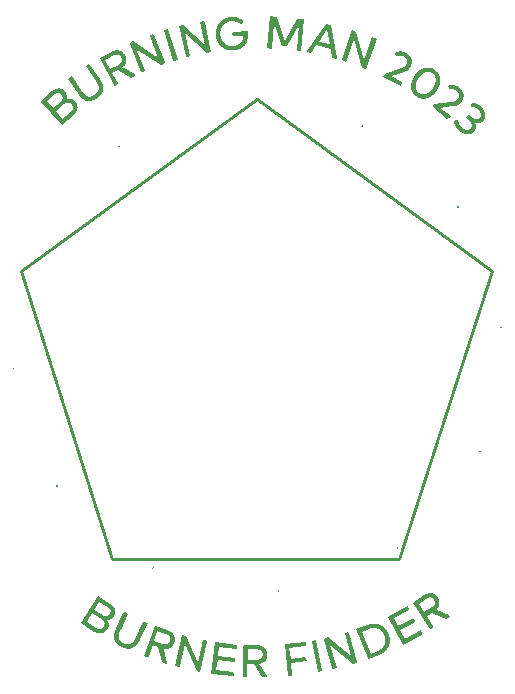
<source format=gto>
G04*
G04 #@! TF.GenerationSoftware,Altium Limited,Altium Designer,21.8.1 (53)*
G04*
G04 Layer_Color=65535*
%FSLAX25Y25*%
%MOIN*%
G70*
G04*
G04 #@! TF.SameCoordinates,BB14BC4D-F75F-4C2B-B3D6-E291CF296C5C*
G04*
G04*
G04 #@! TF.FilePolarity,Positive*
G04*
G01*
G75*
%ADD10C,0.00394*%
%ADD11C,0.01000*%
G36*
X405011Y254762D02*
X405053Y254762D01*
X405095Y254761D01*
X405137Y254760D01*
X405177Y254758D01*
X405215Y254757D01*
X405253Y254755D01*
X405292Y254753D01*
X405329Y254751D01*
X405366Y254749D01*
X405402Y254746D01*
X405439Y254744D01*
X405474Y254741D01*
X405508Y254738D01*
X405542Y254735D01*
X405576Y254731D01*
X405593Y254730D01*
Y254730D01*
X405609Y254728D01*
X405642Y254724D01*
X405674Y254721D01*
X405707Y254717D01*
X405723Y254715D01*
X405739Y254713D01*
X405770Y254709D01*
X405801Y254704D01*
X405832Y254700D01*
X405863Y254696D01*
X405892Y254691D01*
X405922Y254686D01*
X405936Y254684D01*
X406397Y254591D01*
X406727Y254495D01*
X407047Y254389D01*
X407047Y254389D01*
X407471Y254206D01*
X407513Y254185D01*
X407919Y253959D01*
X408307Y253689D01*
X408315Y253683D01*
X408335Y253667D01*
X408356Y253651D01*
X408362Y253646D01*
X408391Y253617D01*
X408404Y253602D01*
X408407Y253599D01*
X408439Y253538D01*
X408456Y253491D01*
X408482Y253368D01*
X408482Y253364D01*
X408488Y253291D01*
X408500Y253046D01*
X408098Y252584D01*
X408081Y252568D01*
X408055Y252546D01*
X408032Y252530D01*
X408017Y252521D01*
X407997Y252510D01*
X407969Y252499D01*
X407953Y252493D01*
X407933Y252488D01*
X407534Y252430D01*
X407511Y252450D01*
X407487Y252470D01*
X407475Y252480D01*
X407459Y252493D01*
X407428Y252519D01*
X407395Y252545D01*
X407363Y252571D01*
X407346Y252583D01*
X407266Y252643D01*
X407101Y252756D01*
X406929Y252859D01*
X406753Y252952D01*
X406663Y252996D01*
X406648Y253002D01*
X406623Y253014D01*
X406618Y253016D01*
X406618Y253016D01*
X406589Y253029D01*
X406589Y253029D01*
X406559Y253041D01*
X406559Y253042D01*
X406544Y253048D01*
X406544Y253048D01*
X406532Y253053D01*
X406531Y253053D01*
X406507Y253063D01*
X406506Y253063D01*
X406482Y253073D01*
X406481Y253073D01*
X406457Y253083D01*
X406456Y253083D01*
X406444Y253088D01*
X406443Y253088D01*
X406432Y253093D01*
X406432Y253093D01*
X406410Y253101D01*
X406409Y253101D01*
X406387Y253110D01*
X406386Y253110D01*
X406364Y253118D01*
X406363Y253118D01*
X406352Y253122D01*
X406351Y253122D01*
X406342Y253126D01*
X406341Y253126D01*
X406321Y253133D01*
X406320Y253133D01*
X406301Y253140D01*
X406299Y253140D01*
X406280Y253147D01*
X406279Y253148D01*
X406270Y253151D01*
X406268Y253151D01*
X406260Y253154D01*
X406257Y253155D01*
X406240Y253160D01*
X406236Y253161D01*
X406220Y253167D01*
X406212Y253169D01*
X406200Y253173D01*
X406190Y253176D01*
X406187Y253177D01*
X406181Y253179D01*
X406169Y253182D01*
X406162Y253184D01*
X406148Y253189D01*
X406144Y253190D01*
X406128Y253194D01*
X406125Y253195D01*
X406118Y253197D01*
X406116Y253198D01*
X406109Y253200D01*
X406107Y253200D01*
X406091Y253205D01*
X406089Y253205D01*
X406073Y253210D01*
X406072Y253210D01*
X406055Y253215D01*
X406054Y253215D01*
X406046Y253217D01*
X406045Y253217D01*
X406038Y253219D01*
X406037Y253220D01*
X406020Y253224D01*
X406020Y253224D01*
X406003Y253228D01*
X406003Y253228D01*
X405986Y253232D01*
X405986Y253233D01*
X405969Y253237D01*
X405969Y253237D01*
X405952Y253241D01*
X405951Y253241D01*
X405935Y253245D01*
X405934Y253245D01*
X405918Y253249D01*
X405917Y253249D01*
X405909Y253251D01*
X405909Y253251D01*
X405844Y253265D01*
X405843Y253265D01*
X405782Y253278D01*
X405781Y253278D01*
X405719Y253290D01*
X405656Y253300D01*
X405596Y253309D01*
X405537Y253318D01*
X405477Y253326D01*
X405420Y253332D01*
X405363Y253338D01*
X405306Y253343D01*
X405249Y253347D01*
X405191Y253350D01*
X405133Y253353D01*
X405079Y253355D01*
X405025Y253356D01*
X404971Y253357D01*
X404916Y253357D01*
X404861Y253357D01*
X404806Y253355D01*
X404751Y253354D01*
X404696Y253351D01*
X404641Y253348D01*
X404586Y253345D01*
X404531Y253340D01*
X404516Y253339D01*
X404452Y253333D01*
X404395Y253327D01*
X404338Y253321D01*
X404282Y253314D01*
X404227Y253306D01*
X404171Y253298D01*
X404116Y253289D01*
X404062Y253279D01*
X404008Y253269D01*
X403954Y253258D01*
X403894Y253246D01*
X403834Y253232D01*
X403775Y253218D01*
X403717Y253203D01*
X403659Y253187D01*
X403601Y253171D01*
X403538Y253152D01*
X403475Y253132D01*
X403413Y253111D01*
X403351Y253089D01*
X403351Y253089D01*
X403343Y253086D01*
X403326Y253080D01*
X403309Y253074D01*
X403293Y253067D01*
X403284Y253064D01*
X403276Y253061D01*
X403260Y253054D01*
X403243Y253048D01*
X403226Y253041D01*
X403218Y253038D01*
X403209Y253034D01*
X403191Y253027D01*
X403174Y253020D01*
X403156Y253012D01*
X403147Y253009D01*
X403138Y253005D01*
X403121Y252997D01*
X403103Y252990D01*
X403085Y252982D01*
X403077Y252978D01*
X403067Y252974D01*
X403048Y252965D01*
X403030Y252956D01*
X403011Y252948D01*
X403001Y252943D01*
X402992Y252939D01*
X402974Y252930D01*
X402955Y252921D01*
X402937Y252912D01*
X402927Y252907D01*
X402918Y252902D01*
X402898Y252892D01*
X402878Y252882D01*
X402859Y252872D01*
X402849Y252867D01*
X402839Y252861D01*
X402818Y252850D01*
X402797Y252839D01*
X402777Y252828D01*
X402767Y252822D01*
X402756Y252816D01*
X402734Y252803D01*
X402712Y252791D01*
X402691Y252778D01*
X402680Y252772D01*
X402668Y252765D01*
X402644Y252750D01*
X402621Y252735D01*
X402597Y252721D01*
X402585Y252713D01*
X402571Y252705D01*
X402544Y252687D01*
X402517Y252669D01*
X402490Y252651D01*
X402477Y252642D01*
X402461Y252631D01*
X402430Y252609D01*
X402399Y252586D01*
X402368Y252563D01*
X402352Y252552D01*
X402332Y252536D01*
X402291Y252504D01*
X402250Y252472D01*
X402210Y252439D01*
X402190Y252422D01*
Y252422D01*
X402099Y252342D01*
X401925Y252173D01*
X401762Y251993D01*
X401613Y251802D01*
X401543Y251703D01*
X401532Y251687D01*
X401510Y251654D01*
X401488Y251621D01*
X401467Y251587D01*
X401456Y251570D01*
X401448Y251556D01*
X401430Y251527D01*
X401413Y251498D01*
X401396Y251469D01*
X401388Y251455D01*
X401381Y251442D01*
X401366Y251416D01*
X401352Y251391D01*
X401338Y251365D01*
X401332Y251352D01*
X401326Y251341D01*
X401313Y251318D01*
X401301Y251294D01*
X401290Y251271D01*
X401284Y251259D01*
X401278Y251248D01*
X401267Y251226D01*
X401257Y251203D01*
X401246Y251181D01*
X401241Y251170D01*
X401236Y251159D01*
X401227Y251138D01*
X401217Y251116D01*
X401208Y251095D01*
X401203Y251084D01*
X401199Y251075D01*
X401190Y251054D01*
X401182Y251034D01*
X401173Y251014D01*
X401169Y251004D01*
X401165Y250994D01*
X401157Y250973D01*
X401149Y250953D01*
X401141Y250933D01*
X401137Y250922D01*
X401133Y250913D01*
X401126Y250893D01*
X401119Y250874D01*
X401112Y250855D01*
X401109Y250845D01*
X401105Y250836D01*
X401098Y250816D01*
X401092Y250797D01*
X401085Y250778D01*
X401082Y250768D01*
X401082Y250768D01*
X401079Y250759D01*
X401073Y250741D01*
X401067Y250723D01*
X401061Y250704D01*
X401058Y250695D01*
X401056Y250686D01*
X401050Y250668D01*
X401044Y250649D01*
X401039Y250631D01*
X401036Y250622D01*
X401017Y250554D01*
X400999Y250486D01*
X400982Y250417D01*
X400966Y250347D01*
X400952Y250283D01*
X400939Y250219D01*
X400928Y250154D01*
X400917Y250089D01*
X400907Y250023D01*
X400898Y249957D01*
X400890Y249897D01*
X400884Y249837D01*
X400878Y249776D01*
X400873Y249715D01*
X400869Y249654D01*
X400865Y249592D01*
X400862Y249530D01*
X400860Y249467D01*
X400859Y249405D01*
X400859Y249342D01*
Y249334D01*
X400859Y249318D01*
X400859Y249302D01*
X400859Y249286D01*
X400859Y249278D01*
X400860Y249222D01*
X400862Y249165D01*
X400864Y249108D01*
X400867Y249051D01*
X400870Y248993D01*
X400875Y248935D01*
X400878Y248892D01*
X400884Y248826D01*
X400890Y248768D01*
X400897Y248704D01*
X400906Y248639D01*
X400914Y248575D01*
X400924Y248512D01*
X400934Y248449D01*
X400945Y248387D01*
X400957Y248324D01*
X400970Y248263D01*
X400983Y248202D01*
X400997Y248141D01*
X401011Y248081D01*
X401026Y248021D01*
X401043Y247962D01*
X401061Y247897D01*
X401081Y247832D01*
X401101Y247768D01*
X401122Y247704D01*
X401144Y247641D01*
X401167Y247579D01*
X401193Y247512D01*
X401220Y247445D01*
X401248Y247378D01*
X401276Y247313D01*
X401306Y247248D01*
X401306Y247248D01*
X401310Y247240D01*
X401319Y247222D01*
X401327Y247205D01*
X401336Y247187D01*
X401340Y247179D01*
X401344Y247170D01*
X401353Y247153D01*
X401362Y247136D01*
X401370Y247119D01*
X401375Y247110D01*
X401379Y247101D01*
X401388Y247085D01*
X401397Y247068D01*
X401406Y247051D01*
X401411Y247042D01*
X401416Y247033D01*
X401426Y247015D01*
X401436Y246997D01*
X401446Y246979D01*
X401451Y246970D01*
X401456Y246961D01*
X401466Y246943D01*
X401477Y246926D01*
X401487Y246908D01*
X401493Y246899D01*
X401498Y246889D01*
X401510Y246871D01*
X401521Y246852D01*
X401533Y246833D01*
X401539Y246824D01*
X401545Y246814D01*
X401557Y246794D01*
X401570Y246774D01*
X401583Y246754D01*
X401590Y246745D01*
X401596Y246735D01*
X401609Y246715D01*
X401622Y246696D01*
X401636Y246677D01*
X401642Y246667D01*
X401649Y246657D01*
X401664Y246637D01*
X401678Y246616D01*
X401693Y246596D01*
X401700Y246586D01*
X401709Y246575D01*
X401725Y246553D01*
X401742Y246530D01*
X401759Y246508D01*
X401768Y246497D01*
X401777Y246486D01*
X401795Y246463D01*
X401813Y246440D01*
X401832Y246417D01*
X401841Y246406D01*
X401852Y246394D01*
X401872Y246369D01*
X401894Y246345D01*
X401915Y246320D01*
X401926Y246308D01*
X401938Y246294D01*
X401964Y246266D01*
X401990Y246238D01*
X402017Y246210D01*
X402030Y246196D01*
X402047Y246179D01*
X402081Y246144D01*
X402116Y246110D01*
X402152Y246077D01*
X402170Y246060D01*
X402202Y246030D01*
X402268Y245972D01*
X402336Y245915D01*
X402405Y245860D01*
X402440Y245833D01*
X402502Y245787D01*
X402630Y245699D01*
X402726Y245638D01*
X402761Y245616D01*
X402761Y245616D01*
X402896Y245538D01*
X402896Y245538D01*
X402964Y245502D01*
X402965Y245502D01*
X402986Y245491D01*
X402986Y245491D01*
X403028Y245470D01*
X403029Y245469D01*
X403071Y245449D01*
X403074Y245448D01*
X403114Y245429D01*
X403136Y245419D01*
Y245419D01*
X403153Y245411D01*
X403183Y245398D01*
X403187Y245396D01*
X403219Y245382D01*
X403221Y245382D01*
X403254Y245368D01*
X403255Y245368D01*
X403271Y245361D01*
X403272Y245361D01*
X403287Y245355D01*
X403287Y245355D01*
X403317Y245343D01*
X403317Y245342D01*
X403348Y245331D01*
X403348Y245331D01*
X403378Y245320D01*
X403378Y245319D01*
X403394Y245314D01*
X403394Y245314D01*
X403407Y245309D01*
X403407Y245309D01*
X403433Y245300D01*
X403433Y245300D01*
X403460Y245290D01*
X403460Y245290D01*
X403486Y245281D01*
X403487Y245281D01*
X403500Y245277D01*
X403500Y245277D01*
X403512Y245273D01*
X403513Y245273D01*
X403538Y245264D01*
X403538Y245264D01*
X403563Y245256D01*
X403563Y245256D01*
X403568Y245255D01*
X403589Y245248D01*
X403602Y245245D01*
X403613Y245241D01*
X403636Y245234D01*
X403658Y245228D01*
X403681Y245221D01*
X403693Y245218D01*
X403703Y245215D01*
X403725Y245210D01*
X403746Y245204D01*
X403768Y245198D01*
X403779Y245196D01*
X403790Y245193D01*
X403811Y245188D01*
X403833Y245183D01*
X403855Y245178D01*
X403866Y245175D01*
Y245175D01*
X403876Y245173D01*
X403896Y245168D01*
X403917Y245164D01*
X403937Y245160D01*
X403957Y245156D01*
X403975Y245152D01*
X403995Y245148D01*
X404013Y245145D01*
X404023Y245143D01*
X404033Y245141D01*
X404052Y245138D01*
X404071Y245134D01*
X404090Y245131D01*
X404100Y245129D01*
X404170Y245118D01*
X404242Y245109D01*
X404314Y245100D01*
X404379Y245093D01*
X404446Y245087D01*
X404512Y245082D01*
X404579Y245079D01*
X404640Y245076D01*
X404701Y245074D01*
X404763Y245074D01*
X404824Y245073D01*
X404886Y245074D01*
X404949Y245076D01*
X405011Y245078D01*
X405067Y245081D01*
X405123Y245085D01*
X405180Y245089D01*
X405201Y245091D01*
X405260Y245096D01*
X405314Y245101D01*
X405368Y245108D01*
X405422Y245114D01*
X405470Y245121D01*
X405517Y245128D01*
X405565Y245135D01*
X405612Y245143D01*
X405660Y245152D01*
X405707Y245161D01*
X405753Y245170D01*
X405800Y245180D01*
X405846Y245190D01*
X405892Y245201D01*
X405938Y245212D01*
X405984Y245224D01*
X406029Y245236D01*
X406074Y245249D01*
X406119Y245262D01*
X406164Y245276D01*
X406208Y245290D01*
X406252Y245305D01*
X406296Y245320D01*
X406340Y245335D01*
X406388Y245353D01*
X406436Y245372D01*
X406483Y245391D01*
X406483Y245391D01*
X406530Y245411D01*
X406530Y245411D01*
X406577Y245431D01*
X406577Y245431D01*
X406623Y245452D01*
X406623Y245452D01*
X406669Y245473D01*
X406669Y245474D01*
X406719Y245498D01*
X406719Y245498D01*
X406769Y245523D01*
X406770Y245523D01*
X406818Y245549D01*
X406866Y245575D01*
X406868Y245576D01*
X406873Y245579D01*
X406886Y245586D01*
X406899Y245594D01*
X406912Y245601D01*
X406917Y245604D01*
X406919Y245605D01*
X406925Y245609D01*
X406938Y245616D01*
X406951Y245624D01*
X406964Y245632D01*
X406970Y245636D01*
X406977Y245640D01*
X406991Y245648D01*
X407005Y245657D01*
X407019Y245666D01*
X407026Y245670D01*
X407033Y245674D01*
X407047Y245683D01*
X407060Y245692D01*
X407074Y245701D01*
X407081Y245705D01*
X407088Y245710D01*
X407098Y245717D01*
X407102Y245720D01*
X407115Y245728D01*
X407117Y245729D01*
X407130Y245739D01*
X407131Y245739D01*
X407138Y245744D01*
X407139Y245744D01*
X407146Y245749D01*
X407146Y245750D01*
X407161Y245760D01*
X407162Y245760D01*
X407176Y245771D01*
X407177Y245771D01*
X407192Y245782D01*
X407192Y245782D01*
X407199Y245787D01*
X407200Y245788D01*
X407208Y245793D01*
X407208Y245793D01*
X407224Y245805D01*
X407224Y245805D01*
X407240Y245817D01*
X407240Y245817D01*
X407256Y245829D01*
X407256Y245829D01*
X407264Y245835D01*
X407264Y245835D01*
X407273Y245842D01*
X407273Y245842D01*
X407291Y245856D01*
X407291Y245856D01*
X407308Y245869D01*
X407308Y245870D01*
X407326Y245883D01*
X407326Y245884D01*
X407335Y245890D01*
X407335Y245891D01*
X407345Y245899D01*
X407345Y245899D01*
X407365Y245915D01*
X407365Y245916D01*
X407385Y245932D01*
X407385Y245932D01*
X407405Y245949D01*
X407405Y245949D01*
X407415Y245958D01*
X407415Y245958D01*
X407429Y245969D01*
X407429Y245969D01*
X407455Y245992D01*
X407455Y245992D01*
X407460Y245997D01*
X407481Y246016D01*
X407507Y246040D01*
X407519Y246052D01*
X407584Y246115D01*
X407709Y246247D01*
X407821Y246381D01*
X407825Y246386D01*
X407826Y246386D01*
X407934Y246532D01*
X407934Y246532D01*
X407984Y246607D01*
X407984Y246607D01*
X407985Y246607D01*
X407985Y246607D01*
X407992Y246618D01*
X407992Y246618D01*
X407992Y246618D01*
X407992Y246619D01*
X408006Y246640D01*
X408006Y246640D01*
X408006Y246640D01*
X408006Y246640D01*
X408020Y246662D01*
X408020Y246662D01*
X408020Y246662D01*
X408020Y246662D01*
X408033Y246684D01*
X408033Y246684D01*
X408034Y246685D01*
X408034Y246685D01*
X408040Y246695D01*
X408040Y246695D01*
X408041Y246696D01*
X408041Y246696D01*
X408046Y246704D01*
X408046Y246705D01*
X408046Y246705D01*
X408046Y246706D01*
X408057Y246723D01*
X408057Y246724D01*
X408058Y246725D01*
X408058Y246725D01*
X408069Y246743D01*
X408069Y246743D01*
X408071Y246746D01*
X408071Y246746D01*
X408080Y246762D01*
X408080Y246762D01*
X408085Y246772D01*
X408086Y246772D01*
X408090Y246780D01*
X408090Y246780D01*
X408100Y246797D01*
X408100Y246798D01*
X408110Y246815D01*
X408110Y246815D01*
X408119Y246832D01*
X408119Y246832D01*
X408124Y246841D01*
X408124Y246841D01*
X408128Y246848D01*
X408128Y246849D01*
X408136Y246864D01*
X408137Y246864D01*
X408144Y246879D01*
X408145Y246880D01*
X408152Y246894D01*
X408153Y246895D01*
X408156Y246902D01*
X408157Y246903D01*
X408160Y246909D01*
X408160Y246910D01*
X408167Y246923D01*
X408168Y246925D01*
X408174Y246938D01*
X408176Y246942D01*
X408181Y246952D01*
X408185Y246959D01*
X408186Y246962D01*
X408188Y246966D01*
X408192Y246973D01*
X408195Y246979D01*
X408199Y246989D01*
X408201Y246993D01*
X408206Y247003D01*
X408207Y247006D01*
X408210Y247011D01*
X408211Y247013D01*
X408213Y247018D01*
X408214Y247019D01*
X408219Y247031D01*
X408220Y247033D01*
X408225Y247045D01*
X408226Y247046D01*
X408232Y247059D01*
X408232Y247060D01*
X408235Y247066D01*
X408235Y247067D01*
X408257Y247116D01*
X408257Y247117D01*
X408278Y247167D01*
X408278Y247167D01*
X408296Y247213D01*
X408297Y247213D01*
X408314Y247259D01*
X408315Y247260D01*
X408332Y247306D01*
X408332Y247307D01*
X408347Y247349D01*
X408347Y247349D01*
X408361Y247392D01*
X408361Y247392D01*
X408363Y247398D01*
X408375Y247435D01*
X408389Y247478D01*
X408400Y247517D01*
X408412Y247555D01*
X408422Y247594D01*
X408433Y247634D01*
X408443Y247674D01*
X408453Y247713D01*
X408462Y247754D01*
X408471Y247794D01*
X408478Y247830D01*
X408485Y247865D01*
X408492Y247900D01*
X408499Y247936D01*
X408505Y247972D01*
X408511Y248008D01*
X408517Y248045D01*
X408523Y248081D01*
X408528Y248118D01*
X408528Y248119D01*
X408533Y248155D01*
X408533Y248156D01*
X408537Y248193D01*
X408537Y248193D01*
X408542Y248231D01*
X408542Y248231D01*
X408546Y248268D01*
X408549Y248306D01*
X408553Y248345D01*
X408556Y248383D01*
X408559Y248422D01*
X408561Y248455D01*
X408563Y248487D01*
X408565Y248520D01*
X408567Y248553D01*
X408568Y248580D01*
X408228Y248551D01*
X408065Y248537D01*
X404961Y248273D01*
X404875Y249290D01*
X405197Y249672D01*
X410004Y250081D01*
X410004Y250078D01*
X410006Y250073D01*
X410007Y250067D01*
X410009Y250061D01*
X410009Y250060D01*
X410010Y250055D01*
X410012Y250050D01*
X410016Y250034D01*
X410018Y250024D01*
X410020Y250017D01*
X410024Y250002D01*
X410026Y249994D01*
X410027Y249992D01*
X410027Y249991D01*
X410028Y249988D01*
X410028Y249987D01*
X410029Y249983D01*
X410029Y249981D01*
X410030Y249977D01*
X410031Y249976D01*
X410031Y249975D01*
X410033Y249966D01*
X410035Y249959D01*
X410036Y249952D01*
X410038Y249943D01*
X410040Y249935D01*
X410041Y249930D01*
X410043Y249923D01*
X410049Y249892D01*
X410050Y249886D01*
X410051Y249881D01*
X410053Y249872D01*
X410054Y249865D01*
X410056Y249852D01*
X410057Y249846D01*
X410059Y249838D01*
X410060Y249830D01*
X410061Y249822D01*
X410062Y249816D01*
X410064Y249806D01*
X410065Y249797D01*
X410067Y249787D01*
X410068Y249777D01*
X410069Y249767D01*
X410070Y249765D01*
X410070Y249761D01*
X410071Y249759D01*
X410071Y249755D01*
X410072Y249745D01*
X410073Y249739D01*
X410074Y249733D01*
X410075Y249725D01*
X410077Y249709D01*
X410078Y249700D01*
X410078Y249698D01*
X410079Y249692D01*
X410079Y249689D01*
X410080Y249685D01*
X410080Y249682D01*
X410081Y249675D01*
X410081Y249673D01*
X410082Y249663D01*
X410084Y249649D01*
X410085Y249636D01*
X410087Y249618D01*
X410088Y249605D01*
X410089Y249597D01*
X410091Y249577D01*
X410092Y249569D01*
X410092Y249566D01*
X410093Y249557D01*
X410093Y249554D01*
X410094Y249546D01*
X410096Y249525D01*
X410097Y249515D01*
X410097Y249512D01*
X410099Y249493D01*
X410101Y249470D01*
X410103Y249447D01*
X410109Y249368D01*
X410114Y249301D01*
X410118Y249233D01*
X410121Y249166D01*
X410124Y249100D01*
X410126Y249033D01*
X410127Y248967D01*
X410128Y248901D01*
X410128Y248827D01*
X410127Y248752D01*
X410125Y248678D01*
X410123Y248605D01*
X410119Y248531D01*
X410115Y248459D01*
X410110Y248386D01*
X410104Y248314D01*
X410098Y248243D01*
X410090Y248172D01*
X410080Y248092D01*
X410070Y248013D01*
X410058Y247935D01*
X410046Y247857D01*
X410032Y247780D01*
X410016Y247695D01*
X409999Y247611D01*
X409980Y247527D01*
X409960Y247444D01*
X409937Y247354D01*
X409937Y247354D01*
X409934Y247342D01*
X409928Y247320D01*
X409922Y247297D01*
X409915Y247275D01*
X409909Y247253D01*
X409902Y247231D01*
X409896Y247208D01*
X409889Y247186D01*
X409882Y247163D01*
X409811Y246965D01*
X409810Y246962D01*
X409817Y246982D01*
X409882Y247163D01*
X409883Y247165D01*
X409817Y246982D01*
X409809Y246961D01*
X409798Y246931D01*
X409784Y246894D01*
X409770Y246858D01*
X409758Y246827D01*
X409735Y246772D01*
X409719Y246734D01*
X409703Y246696D01*
X409687Y246657D01*
X409669Y246616D01*
X409659Y246592D01*
X409644Y246559D01*
X409632Y246532D01*
X409620Y246506D01*
X409437Y246151D01*
X409263Y245866D01*
X409426Y246130D01*
X409426Y246130D01*
X409196Y245757D01*
X409186Y245743D01*
X408968Y245463D01*
X408729Y245200D01*
X408471Y244956D01*
X408333Y244844D01*
X408314Y244828D01*
X408276Y244798D01*
X408237Y244767D01*
X408197Y244737D01*
X408160Y244709D01*
X408124Y244684D01*
X408089Y244658D01*
X408053Y244633D01*
X408020Y244610D01*
X407988Y244588D01*
X407957Y244567D01*
X407925Y244547D01*
X407909Y244536D01*
Y244536D01*
X407894Y244526D01*
X407864Y244507D01*
X407833Y244488D01*
X407802Y244469D01*
X407787Y244460D01*
X407773Y244451D01*
X407767Y244448D01*
X407361Y244229D01*
X407360Y244229D01*
X406935Y244046D01*
X406925Y244043D01*
X406902Y244034D01*
X406878Y244026D01*
X406855Y244017D01*
X406831Y244009D01*
X406808Y244000D01*
X406796Y243996D01*
X406708Y243967D01*
X406620Y243938D01*
X406531Y243912D01*
X406441Y243886D01*
X406358Y243864D01*
X406275Y243843D01*
X406191Y243824D01*
X406107Y243805D01*
X406021Y243788D01*
X405936Y243771D01*
X405849Y243756D01*
X405762Y243742D01*
X405683Y243731D01*
X405604Y243720D01*
X405523Y243710D01*
X405443Y243702D01*
X405362Y243694D01*
X405335Y243691D01*
X405221Y243683D01*
X405118Y243677D01*
X405014Y243672D01*
X404912Y243669D01*
X404810Y243668D01*
X404796Y243668D01*
X404768Y243668D01*
X404740Y243668D01*
X404712Y243669D01*
X404685Y243669D01*
X404657Y243670D01*
X404630Y243670D01*
X404602Y243671D01*
X404575Y243672D01*
X404547Y243673D01*
X404520Y243674D01*
X404492Y243675D01*
X404465Y243676D01*
X404438Y243678D01*
X404411Y243680D01*
X404383Y243681D01*
X404370Y243682D01*
X404355Y243683D01*
X404326Y243685D01*
X404296Y243688D01*
X404267Y243690D01*
X404238Y243693D01*
X404209Y243695D01*
X404180Y243698D01*
X404151Y243701D01*
X404136Y243703D01*
X404122Y243704D01*
X404093Y243708D01*
X404064Y243711D01*
X404035Y243714D01*
X404021Y243716D01*
X404005Y243718D01*
X403982Y243721D01*
X403516Y243804D01*
X403516Y243804D01*
X403224Y243881D01*
X402933Y243965D01*
X402502Y244132D01*
X402477Y244143D01*
X402428Y244165D01*
X402377Y244189D01*
X402321Y244215D01*
X402267Y244242D01*
X402212Y244270D01*
X402152Y244301D01*
X402085Y244337D01*
X402019Y244374D01*
X401954Y244412D01*
X401870Y244462D01*
X401767Y244527D01*
X401666Y244594D01*
X401567Y244663D01*
X401519Y244699D01*
X401397Y244788D01*
X401166Y244980D01*
X400946Y245185D01*
X400739Y245404D01*
X400642Y245519D01*
X400618Y245547D01*
X400572Y245604D01*
X400526Y245662D01*
X400481Y245720D01*
X400441Y245773D01*
X400407Y245819D01*
X400374Y245866D01*
X400341Y245913D01*
X400311Y245956D01*
X400284Y245997D01*
X400257Y246038D01*
X400230Y246080D01*
X400205Y246120D01*
X400181Y246158D01*
X400158Y246197D01*
X400135Y246235D01*
X400124Y246255D01*
X400113Y246272D01*
X400093Y246308D01*
X400073Y246344D01*
X400053Y246380D01*
X400034Y246415D01*
X400015Y246449D01*
X399997Y246484D01*
X399979Y246519D01*
X399963Y246552D01*
X399947Y246583D01*
X399932Y246615D01*
X399917Y246646D01*
X399909Y246662D01*
X399909D01*
X399902Y246677D01*
X399888Y246707D01*
X399874Y246737D01*
X399861Y246767D01*
X399854Y246782D01*
X399847Y246797D01*
X399834Y246827D01*
X399821Y246858D01*
X399808Y246888D01*
X399795Y246918D01*
X399783Y246947D01*
X399772Y246976D01*
X399760Y247005D01*
X399749Y247032D01*
X399739Y247060D01*
X399728Y247087D01*
X399718Y247114D01*
X399708Y247141D01*
X399698Y247169D01*
X399688Y247196D01*
X399679Y247224D01*
X399674Y247238D01*
X399670Y247251D01*
X399661Y247276D01*
X399652Y247302D01*
X399644Y247328D01*
X399639Y247340D01*
X399639D01*
X399635Y247354D01*
X399627Y247379D01*
X399619Y247406D01*
X399611Y247432D01*
X399603Y247458D01*
X399595Y247484D01*
X399587Y247510D01*
X399579Y247537D01*
X399576Y247550D01*
X399549Y247647D01*
X399523Y247746D01*
X399499Y247845D01*
X399477Y247946D01*
X399458Y248038D01*
X399440Y248130D01*
X399424Y248224D01*
X399409Y248319D01*
X399395Y248414D01*
X399384Y248500D01*
X399374Y248587D01*
X399364Y248674D01*
X399356Y248762D01*
X399355Y248774D01*
X399333Y249265D01*
X399333Y249265D01*
X399347Y249742D01*
X399396Y250203D01*
X399396Y250203D01*
X399484Y250666D01*
X399486Y250672D01*
X399494Y250705D01*
X399501Y250737D01*
X399510Y250769D01*
X399512Y250779D01*
X399606Y251088D01*
X399680Y251307D01*
X399766Y251521D01*
X399897Y251816D01*
X399927Y251877D01*
X399973Y251965D01*
X400021Y252052D01*
X400071Y252138D01*
X400187Y252332D01*
X400390Y252621D01*
X400612Y252895D01*
X400853Y253153D01*
X400982Y253274D01*
X401010Y253300D01*
X401067Y253352D01*
X401125Y253403D01*
X401183Y253453D01*
X401219Y253482D01*
X401600Y253769D01*
Y253769D01*
X401998Y254016D01*
X402002Y254019D01*
X402043Y254042D01*
X402084Y254064D01*
X402105Y254075D01*
X402124Y254086D01*
X402164Y254106D01*
X402204Y254127D01*
X402243Y254147D01*
X402283Y254166D01*
X402321Y254185D01*
X402360Y254203D01*
X402398Y254221D01*
X402436Y254238D01*
X402473Y254255D01*
X402511Y254271D01*
X402548Y254287D01*
X402586Y254303D01*
X402624Y254319D01*
X402662Y254334D01*
X402700Y254349D01*
X402719Y254356D01*
X402737Y254363D01*
X402773Y254377D01*
X402810Y254391D01*
X402846Y254404D01*
X402883Y254417D01*
X402920Y254430D01*
X402957Y254443D01*
X402994Y254455D01*
X403031Y254467D01*
X403066Y254478D01*
X403102Y254489D01*
X403137Y254500D01*
X403173Y254511D01*
X403209Y254521D01*
X403245Y254532D01*
X403281Y254542D01*
X403316Y254551D01*
X403350Y254560D01*
X403384Y254569D01*
X403418Y254578D01*
X403435Y254582D01*
X403453Y254586D01*
X403487Y254594D01*
X403522Y254603D01*
X403556Y254610D01*
X403591Y254618D01*
X403626Y254626D01*
X403661Y254633D01*
X403696Y254640D01*
X403731Y254647D01*
X403766Y254654D01*
X403802Y254660D01*
X403837Y254666D01*
X403871Y254672D01*
X403905Y254678D01*
X403921Y254680D01*
X404360Y254734D01*
X404602Y254749D01*
X404874Y254762D01*
X404968Y254762D01*
X405011Y254762D01*
D02*
G37*
G36*
X395644Y253179D02*
X397767Y243052D01*
X396465Y242779D01*
X389142Y249475D01*
X390794Y241591D01*
X389704Y241362D01*
X389285Y241635D01*
X387163Y251762D01*
X388464Y252036D01*
X395788Y245339D01*
X394135Y253224D01*
X395225Y253452D01*
X395644Y253179D01*
D02*
G37*
G36*
X419691Y254805D02*
X422456Y246767D01*
X426599Y254189D01*
X428790Y253994D01*
X427841Y243342D01*
X426380Y243473D01*
X427157Y252192D01*
X423105Y244930D01*
X421492Y245074D01*
X418788Y252938D01*
X418011Y244218D01*
X416551Y244349D01*
X417500Y255000D01*
X419691Y254805D01*
D02*
G37*
G36*
X378730Y248891D02*
X382360Y239580D01*
X382159Y239123D01*
X381249Y238768D01*
X372925Y244169D01*
X375723Y236993D01*
X375522Y236535D01*
X374814Y236259D01*
X374356Y236460D01*
X370726Y245770D01*
X370927Y246228D01*
X371837Y246583D01*
X380161Y241182D01*
X377363Y248358D01*
X377564Y248815D01*
X378272Y249092D01*
X378730Y248891D01*
D02*
G37*
G36*
X437748Y252174D02*
X439640Y241215D01*
X439278Y240870D01*
X438120Y241128D01*
X437626Y244182D01*
X432837Y245251D01*
X431093Y242695D01*
X429935Y242954D01*
X429753Y243420D01*
X436122Y252537D01*
X437748Y252174D01*
D02*
G37*
G36*
X386631Y240451D02*
X385225Y240032D01*
X382170Y250282D01*
X383575Y250701D01*
X386631Y240451D01*
D02*
G37*
G36*
X446123Y249895D02*
X448926Y240389D01*
X451585Y247984D01*
X452968Y247499D01*
X449438Y237412D01*
X448184Y237850D01*
X445380Y247357D01*
X442722Y239762D01*
X441338Y240247D01*
X444869Y250334D01*
X446123Y249895D01*
D02*
G37*
G36*
X366607Y243706D02*
X366658Y243705D01*
X366708Y243703D01*
X366715Y243702D01*
X366729Y243702D01*
X366743Y243701D01*
X366757Y243700D01*
X366771Y243699D01*
X366785Y243698D01*
X366798Y243697D01*
X366812Y243696D01*
X366827Y243695D01*
X366841Y243693D01*
X366856Y243692D01*
X366871Y243691D01*
X366886Y243689D01*
X366901Y243688D01*
X366916Y243686D01*
X366931Y243684D01*
X366938Y243683D01*
X366946Y243682D01*
X366962Y243680D01*
X366978Y243678D01*
X366994Y243676D01*
X367007Y243674D01*
X367463Y243568D01*
Y243568D01*
X367890Y243390D01*
X368024Y243316D01*
X368110Y243261D01*
X368132Y243247D01*
X368154Y243232D01*
X368176Y243217D01*
X368187Y243210D01*
X368196Y243203D01*
X368214Y243191D01*
X368232Y243178D01*
X368250Y243165D01*
X368259Y243159D01*
X368259D01*
X368267Y243153D01*
X368455Y242987D01*
X368543Y242909D01*
X368870Y242543D01*
X368870Y242543D01*
X368917Y242474D01*
X369038Y242295D01*
X369071Y242245D01*
X369105Y242191D01*
X369202Y242033D01*
X369206Y242025D01*
X369227Y241985D01*
X369245Y241949D01*
X369262Y241914D01*
X369279Y241878D01*
X369295Y241843D01*
X369311Y241807D01*
X369329Y241767D01*
X369346Y241727D01*
X369362Y241687D01*
X369378Y241647D01*
X369393Y241607D01*
X369408Y241566D01*
X369423Y241526D01*
X369436Y241486D01*
X369449Y241446D01*
X369463Y241402D01*
X369476Y241357D01*
X369489Y241312D01*
X369501Y241268D01*
X369513Y241219D01*
X369524Y241170D01*
X369535Y241121D01*
X369545Y241072D01*
X369546Y241065D01*
X369549Y241052D01*
X369551Y241038D01*
X369553Y241025D01*
X369556Y241012D01*
X369558Y240998D01*
X369560Y240985D01*
X369562Y240972D01*
X369564Y240958D01*
X369566Y240944D01*
X369569Y240929D01*
X369571Y240915D01*
X369571Y240908D01*
X369571Y240908D01*
X369574Y240861D01*
X369595Y240380D01*
Y240380D01*
X369530Y239907D01*
X369506Y239800D01*
X369482Y239722D01*
X369321Y239312D01*
X369199Y239099D01*
X369085Y238907D01*
X368810Y238561D01*
X368784Y238532D01*
X368754Y238501D01*
X368724Y238470D01*
X368696Y238442D01*
X368668Y238415D01*
X368640Y238387D01*
X368612Y238360D01*
X368582Y238333D01*
X368553Y238307D01*
X368523Y238280D01*
X368144Y237986D01*
X368513Y237788D01*
X368626Y237727D01*
X372443Y235680D01*
X372440Y235180D01*
X371261Y234563D01*
X366663Y237160D01*
X364861Y236219D01*
X366750Y232605D01*
X366601Y232128D01*
X365927Y231776D01*
X365450Y231925D01*
X360659Y241091D01*
X364708Y243208D01*
X364748Y243229D01*
X364782Y243246D01*
X364816Y243263D01*
X364850Y243280D01*
X364884Y243296D01*
X364918Y243312D01*
X364952Y243327D01*
X364985Y243343D01*
X365019Y243358D01*
X365053Y243372D01*
X365087Y243387D01*
X365121Y243401D01*
X365154Y243414D01*
X365188Y243428D01*
X365221Y243441D01*
X365255Y243454D01*
X365288Y243466D01*
X365322Y243478D01*
X365355Y243490D01*
X365388Y243501D01*
X365422Y243513D01*
X365460Y243525D01*
X365499Y243537D01*
X365538Y243549D01*
X365576Y243560D01*
X365615Y243571D01*
X365653Y243582D01*
X365691Y243592D01*
X365729Y243601D01*
X365767Y243610D01*
X365805Y243619D01*
X365843Y243627D01*
X365881Y243635D01*
X365919Y243643D01*
X365957Y243650D01*
X365994Y243656D01*
X366032Y243663D01*
X366074Y243669D01*
X366117Y243675D01*
X366159Y243681D01*
X366202Y243686D01*
X366244Y243690D01*
X366286Y243694D01*
X366328Y243697D01*
X366370Y243700D01*
X366416Y243703D01*
X366463Y243704D01*
X366510Y243705D01*
X366556Y243706D01*
X366607Y243706D01*
D02*
G37*
G36*
X460935Y243280D02*
X460969Y243280D01*
X461003Y243279D01*
X461037Y243278D01*
X461054Y243277D01*
X461070Y243276D01*
X461103Y243275D01*
X461136Y243273D01*
X461169Y243271D01*
X461201Y243268D01*
X461233Y243266D01*
X461265Y243263D01*
X461297Y243260D01*
X461328Y243256D01*
X461359Y243253D01*
X461390Y243249D01*
X461421Y243245D01*
X461436Y243243D01*
X461451Y243241D01*
X461481Y243236D01*
X461511Y243232D01*
X461541Y243227D01*
X461571Y243222D01*
X461600Y243216D01*
X461630Y243211D01*
X461660Y243205D01*
X461690Y243199D01*
X461719Y243193D01*
X461749Y243186D01*
X461779Y243180D01*
X461808Y243173D01*
X461838Y243166D01*
X461867Y243159D01*
X461897Y243151D01*
X461927Y243143D01*
X461956Y243135D01*
X461985Y243127D01*
X462015Y243119D01*
X462044Y243110D01*
X462060Y243105D01*
X462495Y242947D01*
X462495Y242947D01*
D01*
X462911Y242744D01*
X462913Y242743D01*
X462958Y242718D01*
X463002Y242692D01*
X463046Y242666D01*
X463089Y242640D01*
X463132Y242613D01*
X463174Y242586D01*
X463216Y242558D01*
X463258Y242530D01*
X463299Y242501D01*
X463339Y242473D01*
X463379Y242443D01*
X463423Y242410D01*
X463466Y242377D01*
X463508Y242343D01*
X463550Y242308D01*
X463591Y242274D01*
X463631Y242238D01*
X463671Y242202D01*
X463710Y242166D01*
X463749Y242130D01*
X463777Y242102D01*
X464099Y241735D01*
X464353Y241340D01*
X464360Y241327D01*
X464372Y241305D01*
X464383Y241284D01*
X464388Y241273D01*
X464395Y241261D01*
X464407Y241236D01*
X464419Y241211D01*
X464431Y241186D01*
X464444Y241157D01*
X464459Y241125D01*
X464473Y241092D01*
X464487Y241060D01*
X464505Y241015D01*
X464527Y240959D01*
X464547Y240902D01*
X464567Y240844D01*
X464594Y240759D01*
X464624Y240646D01*
X464650Y240532D01*
X464672Y240417D01*
X464683Y240342D01*
X464688Y240309D01*
X464692Y240276D01*
X464695Y240242D01*
X464698Y240213D01*
X464701Y240187D01*
X464703Y240161D01*
X464705Y240135D01*
X464707Y240111D01*
X464708Y240092D01*
X464701Y239721D01*
X464674Y239475D01*
X464622Y239160D01*
X464617Y239140D01*
X464607Y239095D01*
X464595Y239050D01*
X464584Y239011D01*
X464573Y238972D01*
X464561Y238932D01*
X464549Y238893D01*
X464536Y238854D01*
X464523Y238814D01*
X464510Y238774D01*
X464496Y238735D01*
X464481Y238695D01*
X464466Y238655D01*
X464452Y238621D01*
X464439Y238587D01*
X464425Y238553D01*
X464410Y238519D01*
X464395Y238484D01*
X464380Y238450D01*
X464365Y238416D01*
X464349Y238381D01*
X464332Y238347D01*
X464316Y238312D01*
X464299Y238278D01*
X464282Y238243D01*
X464264Y238209D01*
X464258Y238197D01*
X464248Y238178D01*
X464239Y238162D01*
X464231Y238146D01*
X464222Y238130D01*
X464214Y238115D01*
X464205Y238099D01*
X464196Y238084D01*
X464188Y238068D01*
X464179Y238053D01*
X464169Y238035D01*
X464158Y238017D01*
X464148Y237999D01*
X464137Y237981D01*
X464126Y237963D01*
X464116Y237945D01*
X464105Y237928D01*
X464094Y237910D01*
X464083Y237893D01*
X464072Y237876D01*
X464059Y237856D01*
X464047Y237836D01*
X464034Y237816D01*
X464021Y237797D01*
X464007Y237777D01*
X463994Y237758D01*
X463979Y237737D01*
X463964Y237715D01*
X463948Y237694D01*
X463931Y237670D01*
X463913Y237646D01*
X463894Y237620D01*
X463874Y237595D01*
X463852Y237567D01*
X463827Y237537D01*
X463801Y237505D01*
X463770Y237468D01*
X463765Y237462D01*
X463764Y237461D01*
X463408Y237112D01*
X463024Y236833D01*
X463009Y236824D01*
X462992Y236814D01*
X462976Y236803D01*
X462959Y236793D01*
X462942Y236783D01*
X462925Y236773D01*
X462908Y236763D01*
X462890Y236753D01*
X462873Y236743D01*
X462858Y236735D01*
X462844Y236726D01*
X462829Y236718D01*
X462814Y236710D01*
X462800Y236702D01*
X462785Y236694D01*
X462770Y236686D01*
X462755Y236678D01*
X462740Y236670D01*
X462724Y236662D01*
X462709Y236654D01*
X462694Y236646D01*
X462679Y236638D01*
X462663Y236631D01*
X462648Y236623D01*
X462632Y236615D01*
X462616Y236608D01*
X462601Y236600D01*
X462588Y236594D01*
X462575Y236588D01*
X462563Y236582D01*
X462550Y236576D01*
X462537Y236570D01*
X462524Y236564D01*
X462512Y236558D01*
X462499Y236552D01*
X462486Y236546D01*
X462473Y236540D01*
X462460Y236534D01*
X462446Y236528D01*
X462433Y236522D01*
X462420Y236516D01*
X462407Y236510D01*
X462394Y236505D01*
X462380Y236499D01*
X462367Y236493D01*
X462353Y236487D01*
X462340Y236481D01*
X462326Y236475D01*
X462313Y236470D01*
X462299Y236464D01*
X462285Y236458D01*
X462272Y236453D01*
X462258Y236447D01*
X462244Y236441D01*
X462230Y236436D01*
X462216Y236430D01*
X462202Y236424D01*
X462188Y236419D01*
X462174Y236413D01*
X462160Y236408D01*
X462146Y236402D01*
X462132Y236397D01*
X462117Y236391D01*
X462103Y236385D01*
X462089Y236380D01*
X462074Y236374D01*
X462060Y236369D01*
X462045Y236364D01*
X462031Y236358D01*
X462016Y236353D01*
X462001Y236347D01*
X461990Y236343D01*
X461968Y236335D01*
X461957Y236331D01*
X461946Y236327D01*
X461935Y236323D01*
X461912Y236315D01*
X461901Y236311D01*
X461890Y236307D01*
X461867Y236299D01*
X461855Y236295D01*
X461833Y236287D01*
X461809Y236279D01*
X461798Y236275D01*
X461775Y236267D01*
X461752Y236259D01*
X461740Y236255D01*
X461728Y236251D01*
X461704Y236243D01*
X461681Y236235D01*
X461669Y236231D01*
X461645Y236223D01*
X461621Y236215D01*
X461609Y236212D01*
X461585Y236204D01*
X457844Y234997D01*
X461417Y233129D01*
X461567Y232652D01*
X461093Y231747D01*
X455121Y234869D01*
X455638Y235857D01*
X455652Y235884D01*
X461070Y237639D01*
X461078Y237642D01*
X461094Y237647D01*
X461105Y237650D01*
X461143Y237663D01*
X461159Y237668D01*
X461180Y237675D01*
X461196Y237681D01*
X461217Y237688D01*
X461238Y237695D01*
X461264Y237704D01*
X461274Y237707D01*
X461295Y237714D01*
X461315Y237721D01*
X461336Y237728D01*
X461346Y237732D01*
X461361Y237737D01*
X461376Y237742D01*
X461396Y237750D01*
X461415Y237757D01*
X461425Y237760D01*
X461435Y237764D01*
X461454Y237771D01*
X461474Y237778D01*
X461483Y237782D01*
X461490Y237784D01*
X461505Y237790D01*
X461519Y237795D01*
X461526Y237798D01*
X461540Y237803D01*
X461548Y237806D01*
X461561Y237811D01*
X461576Y237817D01*
X461589Y237822D01*
X461596Y237825D01*
X461617Y237833D01*
X461624Y237836D01*
X461638Y237841D01*
X461644Y237844D01*
X461658Y237849D01*
X461665Y237852D01*
X461678Y237858D01*
X461692Y237863D01*
X461698Y237866D01*
X461712Y237872D01*
X461718Y237874D01*
X461731Y237880D01*
X461738Y237883D01*
X461744Y237886D01*
X461758Y237891D01*
X461771Y237897D01*
X461784Y237903D01*
X461796Y237908D01*
X461809Y237914D01*
X461822Y237920D01*
X461828Y237923D01*
X461841Y237929D01*
X461854Y237934D01*
X461860Y237937D01*
X461868Y237941D01*
X461876Y237945D01*
X461885Y237949D01*
X461893Y237953D01*
X461901Y237957D01*
X461909Y237961D01*
X461917Y237965D01*
X461934Y237973D01*
X461942Y237977D01*
X461950Y237981D01*
X461958Y237985D01*
X461966Y237989D01*
X461974Y237994D01*
X461982Y237998D01*
X461990Y238002D01*
X461998Y238006D01*
X462005Y238010D01*
X462013Y238014D01*
X462029Y238023D01*
X462037Y238027D01*
X462044Y238031D01*
X462052Y238036D01*
X462062Y238041D01*
X462071Y238047D01*
X462080Y238052D01*
X462090Y238057D01*
X462099Y238063D01*
X462109Y238068D01*
X462118Y238074D01*
X462127Y238080D01*
X462137Y238085D01*
X462146Y238091D01*
X462155Y238096D01*
X462166Y238103D01*
X462177Y238110D01*
X462188Y238117D01*
X462199Y238124D01*
X462209Y238131D01*
X462220Y238138D01*
X462232Y238147D01*
X462245Y238155D01*
X462257Y238164D01*
X462269Y238172D01*
X462283Y238182D01*
X462297Y238192D01*
X462312Y238204D01*
X462327Y238215D01*
X462344Y238228D01*
X462362Y238242D01*
X462384Y238260D01*
X462409Y238281D01*
X462414Y238285D01*
X462423Y238293D01*
X462432Y238300D01*
X462440Y238308D01*
X462445Y238312D01*
X462463Y238329D01*
X462500Y238363D01*
X462536Y238399D01*
X462570Y238435D01*
X462588Y238453D01*
X462596Y238463D01*
X462602Y238470D01*
X462608Y238476D01*
X462611Y238479D01*
X462629Y238501D01*
X462646Y238521D01*
X462662Y238540D01*
X462676Y238557D01*
X462688Y238573D01*
X462701Y238589D01*
X462711Y238603D01*
X462722Y238618D01*
X462732Y238631D01*
X462741Y238644D01*
X462750Y238657D01*
X462760Y238670D01*
X462769Y238684D01*
X462777Y238695D01*
X462785Y238707D01*
X462792Y238718D01*
X462800Y238730D01*
X462808Y238742D01*
X462816Y238754D01*
X462823Y238766D01*
X462829Y238777D01*
X462836Y238787D01*
X462842Y238797D01*
X462848Y238808D01*
X462854Y238818D01*
X462861Y238829D01*
X462867Y238839D01*
X462873Y238850D01*
X462879Y238861D01*
X462885Y238872D01*
X462891Y238882D01*
X462897Y238894D01*
X462903Y238905D01*
X462910Y238916D01*
X462916Y238927D01*
X462921Y238938D01*
X462925Y238945D01*
X462936Y238967D01*
X462946Y238986D01*
X462956Y239005D01*
X462965Y239024D01*
X462974Y239043D01*
X462983Y239062D01*
X462992Y239081D01*
X463000Y239100D01*
X463009Y239119D01*
X463017Y239138D01*
X463025Y239157D01*
X463033Y239176D01*
X463040Y239194D01*
X463048Y239213D01*
X463055Y239232D01*
X463062Y239251D01*
X463069Y239270D01*
X463076Y239288D01*
X463083Y239307D01*
X463089Y239326D01*
X463095Y239345D01*
X463101Y239363D01*
X463107Y239382D01*
X463113Y239401D01*
X463118Y239419D01*
X463124Y239441D01*
X463130Y239462D01*
X463136Y239484D01*
X463141Y239506D01*
X463147Y239527D01*
X463152Y239549D01*
X463157Y239570D01*
X463161Y239592D01*
X463165Y239613D01*
X463169Y239634D01*
X463173Y239656D01*
X463177Y239677D01*
X463180Y239698D01*
X463183Y239722D01*
X463187Y239747D01*
X463189Y239771D01*
X463192Y239795D01*
X463194Y239819D01*
X463196Y239843D01*
X463198Y239869D01*
X463199Y239896D01*
X463200Y239923D01*
X463201Y239949D01*
X463201Y239979D01*
X463200Y240008D01*
X463200Y240020D01*
X463200Y240028D01*
X463199Y240036D01*
X463199Y240040D01*
X463199Y240044D01*
X463199Y240052D01*
X463198Y240060D01*
X463198Y240068D01*
X463198Y240072D01*
X463198Y240077D01*
X463197Y240085D01*
X463196Y240094D01*
X463196Y240103D01*
X463195Y240107D01*
X463195Y240112D01*
X463194Y240121D01*
X463193Y240130D01*
X463193Y240140D01*
X463192Y240150D01*
X463190Y240160D01*
X463189Y240170D01*
X463188Y240180D01*
X463188Y240185D01*
X463187Y240190D01*
X463185Y240202D01*
X463184Y240213D01*
X463182Y240225D01*
X463181Y240230D01*
X463180Y240237D01*
X463178Y240250D01*
X463176Y240264D01*
X463173Y240277D01*
X463172Y240284D01*
X463170Y240293D01*
X463167Y240310D01*
X463163Y240328D01*
X463159Y240345D01*
X463157Y240354D01*
X463146Y240399D01*
X463119Y240488D01*
X463087Y240576D01*
X463050Y240662D01*
X463030Y240704D01*
X463027Y240710D01*
X463027Y240710D01*
X463021Y240722D01*
X463021Y240722D01*
X463015Y240735D01*
X463014Y240735D01*
X463008Y240746D01*
X463008Y240747D01*
X463005Y240753D01*
X463005Y240753D01*
X463002Y240758D01*
X463002Y240758D01*
X462996Y240768D01*
X462996Y240768D01*
X462991Y240778D01*
X462991Y240778D01*
X462985Y240788D01*
X462985Y240788D01*
X462982Y240793D01*
X462982Y240793D01*
X462980Y240797D01*
X462979Y240797D01*
X462974Y240806D01*
X462974Y240806D01*
X462969Y240815D01*
X462969Y240815D01*
X462964Y240824D01*
X462964Y240824D01*
X462961Y240828D01*
X462961Y240828D01*
X462959Y240832D01*
X462959Y240832D01*
X462954Y240840D01*
X462954Y240840D01*
X462949Y240848D01*
X462949Y240848D01*
X462944Y240856D01*
X462943Y240856D01*
X462941Y240860D01*
X462941Y240860D01*
X462939Y240864D01*
X462938Y240864D01*
X462934Y240871D01*
X462934Y240871D01*
X462929Y240878D01*
X462929Y240879D01*
X462924Y240886D01*
X462924Y240886D01*
X462919Y240893D01*
X462919Y240893D01*
X462915Y240899D01*
X462914Y240900D01*
X462910Y240906D01*
X462910Y240907D01*
X462906Y240913D01*
X462905Y240913D01*
X462903Y240916D01*
X462903Y240917D01*
X462901Y240919D01*
X462900Y240920D01*
X462896Y240926D01*
X462895Y240928D01*
X462891Y240932D01*
X462889Y240935D01*
X462884Y240942D01*
X462866Y240966D01*
X462849Y240989D01*
X462848Y240990D01*
X462832Y241010D01*
X462831Y241011D01*
X462815Y241032D01*
X462814Y241032D01*
X462797Y241052D01*
X462797Y241053D01*
X462781Y241071D01*
X462781Y241071D01*
X462765Y241089D01*
X462764Y241089D01*
X462748Y241107D01*
X462748Y241107D01*
X462731Y241125D01*
X462731Y241125D01*
X462714Y241143D01*
X462714Y241143D01*
X462699Y241158D01*
X462699Y241158D01*
X462683Y241173D01*
X462683Y241174D01*
X462667Y241189D01*
X462667Y241189D01*
X462651Y241204D01*
X462651Y241204D01*
X462635Y241219D01*
X462635Y241219D01*
X462619Y241234D01*
X462618Y241234D01*
X462602Y241248D01*
X462602Y241248D01*
X462585Y241263D01*
X462585Y241263D01*
X462568Y241278D01*
X462568Y241278D01*
X462565Y241280D01*
X462550Y241292D01*
X462535Y241304D01*
X462520Y241317D01*
X462504Y241329D01*
X462489Y241341D01*
X462473Y241353D01*
X462457Y241365D01*
X462441Y241376D01*
X462425Y241388D01*
X462408Y241400D01*
X462392Y241411D01*
X462375Y241423D01*
X462358Y241434D01*
X462341Y241445D01*
X462323Y241456D01*
X462306Y241467D01*
X462306Y241467D01*
X462288Y241478D01*
X462288Y241478D01*
X462270Y241489D01*
X462270Y241489D01*
X462252Y241500D01*
X462252Y241500D01*
X462234Y241511D01*
X462234Y241511D01*
X462216Y241521D01*
X462216Y241521D01*
X462197Y241532D01*
X462197Y241532D01*
X462179Y241542D01*
X462179Y241542D01*
X462160Y241552D01*
X462160Y241552D01*
X462141Y241563D01*
X462141Y241563D01*
X462125Y241571D01*
X462125Y241571D01*
X462084Y241592D01*
X462084Y241592D01*
X462044Y241612D01*
X462044Y241612D01*
X462039Y241614D01*
X462038Y241614D01*
X462028Y241619D01*
X462027Y241619D01*
X462017Y241624D01*
X462016Y241624D01*
X462006Y241629D01*
X462006Y241630D01*
X462001Y241632D01*
X462000Y241632D01*
X461995Y241634D01*
X461994Y241635D01*
X461983Y241640D01*
X461983Y241640D01*
X461972Y241645D01*
X461971Y241645D01*
X461961Y241650D01*
X461960Y241650D01*
X461955Y241652D01*
X461954Y241653D01*
X461949Y241655D01*
X461947Y241655D01*
X461937Y241660D01*
X461935Y241661D01*
X461924Y241665D01*
X461921Y241667D01*
X461912Y241670D01*
X461906Y241673D01*
Y241673D01*
X461900Y241676D01*
X461891Y241679D01*
X461887Y241681D01*
X461876Y241685D01*
X461874Y241686D01*
X461862Y241690D01*
X461861Y241691D01*
X461856Y241693D01*
X461855Y241693D01*
X461848Y241696D01*
X461848Y241696D01*
X461834Y241701D01*
X461834Y241702D01*
X461820Y241707D01*
X461819Y241707D01*
X461806Y241712D01*
X461805Y241712D01*
X461798Y241715D01*
X461798Y241715D01*
X461790Y241718D01*
X461790Y241718D01*
X461774Y241723D01*
X461774Y241723D01*
X461758Y241729D01*
X461758Y241729D01*
X461742Y241734D01*
X461741Y241734D01*
X461734Y241737D01*
X461733Y241737D01*
X461724Y241740D01*
X461724Y241740D01*
X461705Y241746D01*
X461705Y241746D01*
X461687Y241752D01*
X461686Y241752D01*
X461668Y241758D01*
X461668Y241758D01*
X461658Y241761D01*
X461658Y241761D01*
X461647Y241764D01*
X461647Y241764D01*
X461624Y241771D01*
X461624Y241771D01*
X461601Y241777D01*
X461601Y241777D01*
X461578Y241783D01*
X461578Y241783D01*
X461567Y241786D01*
X461567Y241786D01*
X461550Y241790D01*
X461550Y241790D01*
X461516Y241798D01*
X461516Y241798D01*
X461482Y241806D01*
X461482Y241806D01*
X461448Y241813D01*
X461431Y241817D01*
X461371Y241828D01*
X461250Y241845D01*
X461129Y241857D01*
X461007Y241862D01*
X460946Y241863D01*
X460934Y241863D01*
X460933Y241863D01*
X460909Y241862D01*
X460909Y241862D01*
X460884Y241862D01*
X460884Y241862D01*
X460860Y241861D01*
X460860Y241861D01*
X460848Y241860D01*
X460847Y241860D01*
X460838Y241860D01*
X460837Y241860D01*
X460817Y241859D01*
X460817Y241859D01*
X460798Y241858D01*
X460797Y241858D01*
X460778Y241856D01*
X460777Y241856D01*
X460768Y241856D01*
X460767Y241856D01*
X460759Y241855D01*
X460758Y241855D01*
X460741Y241853D01*
X460740Y241853D01*
X460723Y241852D01*
X460722Y241852D01*
X460705Y241850D01*
X460704Y241850D01*
X460696Y241849D01*
X460695Y241849D01*
X460688Y241848D01*
X460687Y241848D01*
X460672Y241847D01*
X460671Y241846D01*
X460656Y241845D01*
X460655Y241845D01*
X460640Y241843D01*
X460639Y241843D01*
X460632Y241842D01*
X460631Y241842D01*
X460625Y241841D01*
X460624Y241841D01*
X460610Y241839D01*
X460609Y241839D01*
X460595Y241837D01*
X460594Y241837D01*
X460581Y241835D01*
X460580Y241834D01*
X460573Y241833D01*
X460572Y241833D01*
X460566Y241832D01*
X460565Y241832D01*
X460552Y241830D01*
X460550Y241830D01*
X460538Y241828D01*
X460534Y241827D01*
X460524Y241826D01*
X460517Y241824D01*
X460517Y241824D01*
X460511Y241823D01*
X460497Y241821D01*
X460484Y241818D01*
X460471Y241816D01*
X460464Y241814D01*
X460458Y241813D01*
X460445Y241811D01*
X460432Y241808D01*
X460420Y241806D01*
X460414Y241804D01*
X460396Y241800D01*
X460384Y241797D01*
X460377Y241796D01*
X460366Y241793D01*
X460321Y241782D01*
X460277Y241771D01*
X460276Y241771D01*
X460234Y241759D01*
X460233Y241759D01*
X460191Y241746D01*
X460191Y241746D01*
X460152Y241734D01*
X460151Y241734D01*
X460112Y241721D01*
X460112Y241721D01*
X460073Y241707D01*
X460073Y241707D01*
X460036Y241694D01*
X460036Y241694D01*
X459999Y241680D01*
X459999Y241680D01*
X459962Y241666D01*
X459962Y241666D01*
X459926Y241651D01*
X459926Y241651D01*
X459892Y241637D01*
X459766Y241652D01*
X459487Y241743D01*
X459464Y241752D01*
X459442Y241763D01*
X459421Y241776D01*
X459400Y241791D01*
X459377Y241811D01*
X459361Y241827D01*
X459344Y241848D01*
X459315Y241888D01*
X459306Y241903D01*
X458954Y242728D01*
X458972Y242739D01*
X459008Y242761D01*
X459044Y242783D01*
X459081Y242804D01*
X459126Y242829D01*
X459179Y242857D01*
X459232Y242885D01*
X459286Y242912D01*
X459425Y242978D01*
X459656Y243069D01*
X459891Y243144D01*
X460132Y243203D01*
X460254Y243225D01*
X460278Y243229D01*
X460327Y243237D01*
X460376Y243244D01*
X460426Y243251D01*
X460450Y243254D01*
X460471Y243256D01*
X460514Y243261D01*
X460556Y243265D01*
X460599Y243268D01*
X460639Y243271D01*
X460678Y243274D01*
X460717Y243276D01*
X460756Y243278D01*
X460793Y243279D01*
X460829Y243280D01*
X460864Y243280D01*
X460900Y243280D01*
X460935Y243280D01*
D02*
G37*
G36*
X357549Y238889D02*
X360605Y234353D01*
X360629Y234317D01*
X360649Y234288D01*
X360668Y234259D01*
X360687Y234230D01*
X360706Y234201D01*
X360725Y234172D01*
X360744Y234143D01*
X360762Y234114D01*
X360781Y234085D01*
X360799Y234056D01*
X360818Y234027D01*
X360836Y233998D01*
X360854Y233969D01*
X360871Y233940D01*
X360889Y233911D01*
X360907Y233882D01*
X360924Y233853D01*
X360942Y233824D01*
X360959Y233796D01*
X360976Y233767D01*
X360993Y233738D01*
X361009Y233709D01*
X361026Y233680D01*
X361043Y233651D01*
X361059Y233623D01*
X361075Y233594D01*
X361091Y233565D01*
X361107Y233536D01*
X361123Y233507D01*
X361139Y233479D01*
X361154Y233450D01*
X361170Y233421D01*
X361185Y233392D01*
X361200Y233364D01*
X361215Y233335D01*
X361230Y233306D01*
X361244Y233278D01*
X361259Y233249D01*
X361273Y233220D01*
X361287Y233192D01*
X361301Y233163D01*
X361315Y233134D01*
X361329Y233106D01*
X361343Y233077D01*
X361356Y233049D01*
X361369Y233020D01*
X361383Y232992D01*
X361396Y232963D01*
X361408Y232934D01*
X361421Y232906D01*
X361434Y232877D01*
X361446Y232849D01*
X361458Y232821D01*
X361470Y232792D01*
X361482Y232764D01*
X361494Y232735D01*
X361505Y232707D01*
X361517Y232679D01*
X361528Y232650D01*
X361539Y232622D01*
X361550Y232593D01*
X361560Y232565D01*
X361571Y232537D01*
X361581Y232508D01*
X361592Y232480D01*
X361602Y232452D01*
X361612Y232424D01*
X361621Y232395D01*
X361631Y232367D01*
X361640Y232339D01*
X361649Y232311D01*
X361658Y232283D01*
X361667Y232255D01*
X361676Y232226D01*
X361684Y232198D01*
X361693Y232170D01*
X361701Y232142D01*
X361709Y232114D01*
X361716Y232086D01*
X361724Y232058D01*
X361731Y232030D01*
X361739Y232002D01*
X361746Y231974D01*
X361753Y231946D01*
X361759Y231918D01*
X361766Y231890D01*
X361772Y231862D01*
X361778Y231835D01*
X361784Y231807D01*
X361790Y231779D01*
X361797Y231744D01*
X361804Y231709D01*
X361810Y231675D01*
X361816Y231640D01*
X361822Y231605D01*
X361827Y231571D01*
X361832Y231536D01*
X361837Y231502D01*
X361841Y231467D01*
X361846Y231433D01*
X361850Y231398D01*
X361853Y231364D01*
X361856Y231329D01*
X361859Y231295D01*
X361863Y231254D01*
X361864Y231237D01*
X361862Y230737D01*
Y230737D01*
X361793Y230272D01*
X361774Y230187D01*
X361740Y230064D01*
X361701Y229941D01*
X361679Y229881D01*
X361675Y229869D01*
X361666Y229847D01*
X361658Y229824D01*
X361649Y229801D01*
X361641Y229781D01*
X361634Y229763D01*
X361627Y229745D01*
X361619Y229727D01*
X361615Y229718D01*
X361612Y229710D01*
X361605Y229694D01*
X361598Y229678D01*
X361591Y229662D01*
X361584Y229646D01*
X361577Y229632D01*
X361571Y229617D01*
X361564Y229603D01*
X361561Y229595D01*
X361536Y229544D01*
X361513Y229499D01*
X361490Y229454D01*
X361466Y229410D01*
X361445Y229371D01*
X361423Y229333D01*
X361401Y229295D01*
X361378Y229257D01*
X361354Y229219D01*
X361334Y229187D01*
X361314Y229155D01*
X361293Y229124D01*
X361271Y229093D01*
X361249Y229061D01*
X361227Y229030D01*
X361205Y228998D01*
X361182Y228967D01*
X361158Y228936D01*
X361139Y228911D01*
X361120Y228886D01*
X361101Y228861D01*
X361081Y228837D01*
X361061Y228812D01*
X361040Y228787D01*
X361020Y228762D01*
X360999Y228738D01*
X360978Y228713D01*
X360956Y228689D01*
X360934Y228664D01*
X360912Y228639D01*
X360890Y228615D01*
X360867Y228590D01*
X360844Y228566D01*
X360821Y228542D01*
X360798Y228517D01*
X360774Y228493D01*
X360750Y228469D01*
X360726Y228444D01*
X360701Y228420D01*
X360677Y228396D01*
X360651Y228372D01*
X360626Y228348D01*
X360600Y228324D01*
X360574Y228300D01*
X360548Y228276D01*
X360521Y228252D01*
X360494Y228228D01*
X360467Y228204D01*
X360447Y228186D01*
X360426Y228168D01*
X360405Y228150D01*
X360384Y228133D01*
X360363Y228115D01*
X360342Y228097D01*
X360320Y228079D01*
X360298Y228062D01*
X360276Y228044D01*
X360254Y228026D01*
X360232Y228009D01*
X360210Y227991D01*
X360187Y227973D01*
X360164Y227956D01*
X360142Y227938D01*
X360119Y227921D01*
X360095Y227903D01*
X360072Y227886D01*
X360048Y227868D01*
X360024Y227851D01*
X360001Y227833D01*
X359977Y227816D01*
X359952Y227798D01*
X359928Y227781D01*
X359903Y227764D01*
X359878Y227746D01*
X359854Y227729D01*
X359828Y227712D01*
X359803Y227695D01*
X359778Y227677D01*
X359744Y227655D01*
X359719Y227638D01*
X359694Y227622D01*
X359669Y227605D01*
X359644Y227589D01*
X359619Y227573D01*
X359594Y227557D01*
X359569Y227541D01*
X359544Y227526D01*
X359519Y227510D01*
X359495Y227495D01*
X359470Y227480D01*
X359445Y227465D01*
X359421Y227451D01*
X359396Y227436D01*
X359371Y227421D01*
X359347Y227407D01*
X359323Y227393D01*
X359298Y227379D01*
X359274Y227365D01*
X359249Y227352D01*
X359225Y227338D01*
X359201Y227325D01*
X359176Y227312D01*
X359152Y227299D01*
X359128Y227286D01*
X359104Y227273D01*
X359080Y227261D01*
X359056Y227249D01*
X359032Y227236D01*
X359008Y227224D01*
X358976Y227208D01*
X358944Y227193D01*
X358912Y227178D01*
X358881Y227163D01*
X358849Y227148D01*
X358818Y227133D01*
X358786Y227119D01*
X358755Y227105D01*
X358723Y227092D01*
X358692Y227078D01*
X358661Y227065D01*
X358630Y227052D01*
X358599Y227040D01*
X358568Y227028D01*
X358537Y227015D01*
X358506Y227004D01*
X358475Y226992D01*
X358445Y226981D01*
X358414Y226970D01*
X358383Y226959D01*
X358353Y226949D01*
X358322Y226939D01*
X358292Y226929D01*
X358262Y226919D01*
X358231Y226910D01*
X358201Y226901D01*
X358171Y226892D01*
X358141Y226883D01*
X358111Y226875D01*
X358081Y226867D01*
X358044Y226857D01*
X358007Y226848D01*
X357970Y226839D01*
X357933Y226830D01*
X357896Y226822D01*
X357859Y226814D01*
X357822Y226807D01*
X357786Y226800D01*
X357749Y226793D01*
X357705Y226786D01*
X357662Y226779D01*
X357619Y226773D01*
X357575Y226767D01*
X357532Y226762D01*
X357482Y226756D01*
X357432Y226752D01*
X357383Y226748D01*
X357381Y226748D01*
X356896Y226749D01*
X356896D01*
X356632Y226789D01*
X356154Y226896D01*
X355721Y227068D01*
X355713Y227072D01*
X355676Y227090D01*
X355639Y227108D01*
X355608Y227124D01*
X355577Y227140D01*
X355547Y227156D01*
X355516Y227173D01*
X355486Y227190D01*
X355455Y227207D01*
X355425Y227225D01*
X355395Y227242D01*
X355365Y227261D01*
X355335Y227279D01*
X355305Y227298D01*
X355275Y227317D01*
X355245Y227336D01*
X355216Y227356D01*
X355192Y227372D01*
X355168Y227388D01*
X355145Y227404D01*
X355121Y227420D01*
X355098Y227437D01*
X355074Y227454D01*
X355051Y227471D01*
X355028Y227488D01*
X355004Y227505D01*
X354981Y227523D01*
X354958Y227540D01*
X354935Y227558D01*
X354911Y227576D01*
X354888Y227594D01*
X354865Y227613D01*
X354842Y227631D01*
X354819Y227650D01*
X354796Y227669D01*
X354773Y227688D01*
X354751Y227708D01*
X354728Y227727D01*
X354705Y227747D01*
X354683Y227766D01*
X354660Y227786D01*
X354637Y227806D01*
X354615Y227827D01*
X354592Y227847D01*
X354570Y227868D01*
X354548Y227889D01*
X354525Y227910D01*
X354503Y227931D01*
X354481Y227952D01*
X354458Y227974D01*
X354436Y227995D01*
X354414Y228017D01*
X354392Y228039D01*
X354370Y228061D01*
X354348Y228083D01*
X354326Y228106D01*
X354304Y228128D01*
X354282Y228151D01*
X354260Y228174D01*
X354239Y228197D01*
X354217Y228220D01*
X354195Y228244D01*
X354173Y228267D01*
X354152Y228291D01*
X354130Y228315D01*
X354109Y228339D01*
X354087Y228363D01*
X354066Y228387D01*
X354044Y228412D01*
X354023Y228436D01*
X354002Y228461D01*
X353980Y228486D01*
X353959Y228511D01*
X353938Y228536D01*
X353917Y228561D01*
X353896Y228587D01*
X353874Y228613D01*
X353854Y228638D01*
X353833Y228664D01*
X353812Y228690D01*
X353790Y228717D01*
X353770Y228743D01*
X353749Y228769D01*
X353728Y228796D01*
X353707Y228823D01*
X353686Y228850D01*
X353666Y228877D01*
X353645Y228904D01*
X353625Y228931D01*
X353604Y228959D01*
X353583Y228987D01*
X353563Y229014D01*
X353542Y229042D01*
X353522Y229070D01*
X353502Y229098D01*
X353481Y229127D01*
X353461Y229155D01*
X353440Y229184D01*
X353420Y229212D01*
X353400Y229241D01*
X353380Y229270D01*
X353360Y229299D01*
X353340Y229328D01*
X353320Y229358D01*
X353299Y229387D01*
X353279Y229417D01*
X350223Y233952D01*
X350319Y234443D01*
X351293Y235099D01*
X354547Y230271D01*
X354565Y230244D01*
X354578Y230224D01*
X354591Y230205D01*
X354605Y230186D01*
X354618Y230166D01*
X354631Y230147D01*
X354645Y230128D01*
X354658Y230109D01*
X354671Y230090D01*
X354684Y230071D01*
X354698Y230052D01*
X354711Y230033D01*
X354724Y230015D01*
X354737Y229996D01*
X354750Y229978D01*
X354764Y229959D01*
X354777Y229941D01*
X354790Y229923D01*
X354803Y229905D01*
X354816Y229887D01*
X354829Y229869D01*
X354842Y229852D01*
X354855Y229834D01*
X354869Y229817D01*
X354882Y229799D01*
X354895Y229782D01*
X354908Y229765D01*
X354921Y229747D01*
X354934Y229730D01*
X354947Y229713D01*
X354960Y229696D01*
X354973Y229680D01*
X354986Y229663D01*
X354999Y229647D01*
X355012Y229630D01*
X355025Y229614D01*
X355038Y229597D01*
X355050Y229581D01*
X355064Y229565D01*
X355076Y229549D01*
X355089Y229533D01*
X355102Y229518D01*
X355115Y229502D01*
X355128Y229486D01*
X355141Y229471D01*
X355154Y229455D01*
X355167Y229440D01*
X355179Y229425D01*
X355192Y229410D01*
X355205Y229395D01*
X355218Y229380D01*
X355231Y229365D01*
X355243Y229350D01*
X355256Y229336D01*
X355269Y229321D01*
X355282Y229307D01*
X355294Y229292D01*
X355307Y229278D01*
X355320Y229264D01*
X355333Y229250D01*
X355346Y229236D01*
X355358Y229222D01*
X355371Y229208D01*
X355384Y229194D01*
X355397Y229181D01*
X355409Y229167D01*
X355422Y229154D01*
X355435Y229141D01*
X355447Y229128D01*
X355460Y229114D01*
X355473Y229101D01*
X355485Y229088D01*
X355498Y229076D01*
X355511Y229063D01*
X355523Y229050D01*
X355536Y229038D01*
X355549Y229025D01*
X355561Y229013D01*
X355574Y229001D01*
X355587Y228989D01*
X355599Y228976D01*
X355612Y228964D01*
X355625Y228953D01*
X355637Y228941D01*
X355650Y228929D01*
X355662Y228918D01*
X355675Y228906D01*
X355688Y228895D01*
X355700Y228883D01*
X355713Y228872D01*
X355725Y228861D01*
X355738Y228850D01*
X355751Y228839D01*
X355763Y228828D01*
X355776Y228818D01*
X355788Y228807D01*
X355801Y228796D01*
X355814Y228786D01*
X355826Y228775D01*
X355839Y228765D01*
X355851Y228755D01*
X355864Y228745D01*
X355876Y228735D01*
X355889Y228725D01*
X355902Y228715D01*
X355914Y228706D01*
X355927Y228696D01*
X355939Y228686D01*
X355952Y228677D01*
X355964Y228667D01*
X355977Y228658D01*
X355990Y228649D01*
X356002Y228640D01*
X356015Y228631D01*
X356027Y228622D01*
X356040Y228613D01*
X356052Y228605D01*
X356065Y228596D01*
X356078Y228588D01*
X356090Y228579D01*
X356103Y228571D01*
X356115Y228563D01*
X356128Y228555D01*
X356140Y228547D01*
X356153Y228539D01*
X356166Y228531D01*
X356178Y228523D01*
X356195Y228513D01*
X356212Y228503D01*
X356229Y228493D01*
X356245Y228483D01*
X356262Y228474D01*
X356279Y228464D01*
X356296Y228455D01*
X356313Y228446D01*
X356329Y228437D01*
X356346Y228429D01*
X356363Y228420D01*
X356380Y228412D01*
X356397Y228403D01*
X356414Y228395D01*
X356430Y228387D01*
X356447Y228380D01*
X356468Y228370D01*
X356489Y228361D01*
X356511Y228352D01*
X356532Y228343D01*
X356553Y228335D01*
X356574Y228327D01*
X356599Y228317D01*
X356625Y228308D01*
X356650Y228299D01*
X356680Y228290D01*
X356710Y228280D01*
Y228280D01*
X356723Y228277D01*
X356731Y228274D01*
X356740Y228272D01*
X356744Y228271D01*
X356749Y228269D01*
X356758Y228267D01*
X356768Y228264D01*
X356778Y228261D01*
X356782Y228260D01*
X356788Y228259D01*
X356798Y228256D01*
X356809Y228253D01*
X356820Y228251D01*
X356825Y228250D01*
X356832Y228248D01*
X356846Y228245D01*
X356860Y228242D01*
X356874Y228239D01*
X356881Y228237D01*
X356893Y228235D01*
X356916Y228230D01*
X356940Y228226D01*
X356964Y228222D01*
X356976Y228220D01*
X357000Y228217D01*
X357049Y228211D01*
X357097Y228206D01*
X357146Y228202D01*
X357171Y228201D01*
X357178Y228200D01*
X357192Y228200D01*
X357206Y228199D01*
X357221Y228199D01*
X357228Y228199D01*
X357233Y228199D01*
X357244Y228199D01*
X357255Y228199D01*
X357266Y228199D01*
X357277Y228199D01*
X357287Y228199D01*
X357296Y228199D01*
X357306Y228199D01*
X357311Y228199D01*
X357316Y228199D01*
X357325Y228200D01*
X357333Y228200D01*
X357342Y228200D01*
X357347Y228200D01*
X357378Y228202D01*
X357409Y228204D01*
X357435Y228206D01*
X357462Y228208D01*
X357489Y228211D01*
X357511Y228214D01*
X357534Y228217D01*
X357556Y228220D01*
X357579Y228223D01*
X357601Y228227D01*
X357624Y228231D01*
X357642Y228234D01*
X357660Y228238D01*
X357678Y228241D01*
X357697Y228245D01*
X357715Y228249D01*
X357733Y228253D01*
X357751Y228257D01*
X357769Y228261D01*
X357788Y228266D01*
X357806Y228271D01*
X357825Y228275D01*
X357843Y228280D01*
X357862Y228286D01*
X357880Y228291D01*
X357899Y228296D01*
X357917Y228302D01*
X357936Y228308D01*
X357950Y228312D01*
X357964Y228316D01*
X357978Y228321D01*
X357992Y228326D01*
X358006Y228331D01*
X358020Y228335D01*
X358034Y228340D01*
X358048Y228345D01*
X358062Y228350D01*
X358076Y228356D01*
X358090Y228361D01*
X358105Y228366D01*
X358119Y228372D01*
X358133Y228377D01*
X358147Y228383D01*
X358162Y228389D01*
X358176Y228395D01*
X358190Y228400D01*
X358205Y228407D01*
X358219Y228413D01*
X358233Y228419D01*
X358248Y228425D01*
X358262Y228431D01*
X358277Y228438D01*
X358291Y228444D01*
X358306Y228451D01*
X358320Y228457D01*
X358335Y228464D01*
X358349Y228471D01*
X358364Y228478D01*
X358378Y228485D01*
X358393Y228492D01*
X358407Y228499D01*
X358422Y228507D01*
X358437Y228514D01*
X358452Y228521D01*
X358466Y228529D01*
X358481Y228537D01*
X358496Y228544D01*
X358511Y228552D01*
X358525Y228560D01*
X358540Y228568D01*
X358555Y228576D01*
X358570Y228584D01*
X358585Y228592D01*
X358600Y228601D01*
X358615Y228609D01*
X358630Y228618D01*
X358645Y228626D01*
X358660Y228635D01*
X358675Y228643D01*
X358690Y228652D01*
X358705Y228661D01*
X358720Y228670D01*
X358736Y228679D01*
X358751Y228689D01*
X358766Y228698D01*
X358781Y228707D01*
X358797Y228716D01*
X358812Y228726D01*
X358827Y228736D01*
X358842Y228745D01*
X358858Y228755D01*
X358873Y228765D01*
X358889Y228775D01*
X358904Y228785D01*
X358920Y228795D01*
X358935Y228805D01*
X358951Y228815D01*
X358966Y228826D01*
X358982Y228836D01*
X358992Y228843D01*
X359013Y228857D01*
X359028Y228868D01*
X359044Y228878D01*
X359059Y228888D01*
X359074Y228899D01*
X359089Y228909D01*
X359104Y228920D01*
X359119Y228930D01*
X359133Y228941D01*
X359148Y228951D01*
X359163Y228962D01*
X359177Y228973D01*
X359191Y228983D01*
X359206Y228994D01*
X359220Y229004D01*
X359234Y229015D01*
X359248Y229025D01*
X359262Y229036D01*
X359276Y229046D01*
X359290Y229057D01*
X359304Y229068D01*
X359317Y229078D01*
X359331Y229089D01*
X359344Y229099D01*
X359358Y229110D01*
X359371Y229121D01*
X359384Y229131D01*
X359397Y229142D01*
X359410Y229153D01*
X359423Y229163D01*
X359436Y229174D01*
X359449Y229185D01*
X359461Y229195D01*
X359474Y229206D01*
X359487Y229217D01*
X359499Y229228D01*
X359511Y229239D01*
X359524Y229249D01*
X359536Y229260D01*
X359548Y229271D01*
X359560Y229282D01*
X359572Y229292D01*
X359583Y229303D01*
X359595Y229314D01*
X359607Y229325D01*
X359618Y229336D01*
X359630Y229347D01*
X359641Y229358D01*
X359652Y229368D01*
X359664Y229379D01*
X359675Y229390D01*
X359686Y229401D01*
X359697Y229412D01*
X359707Y229423D01*
X359718Y229434D01*
X359729Y229445D01*
X359740Y229456D01*
X359750Y229467D01*
X359760Y229478D01*
X359771Y229489D01*
X359781Y229500D01*
X359791Y229511D01*
X359801Y229522D01*
X359811Y229533D01*
X359821Y229544D01*
X359831Y229556D01*
X359841Y229567D01*
X359851Y229578D01*
X359860Y229589D01*
X359870Y229600D01*
X359879Y229611D01*
X359888Y229623D01*
X359897Y229634D01*
X359907Y229645D01*
X359918Y229660D01*
X359930Y229675D01*
X359942Y229690D01*
X359954Y229705D01*
X359965Y229720D01*
X359974Y229732D01*
X359976Y229736D01*
X359976Y229736D01*
X359987Y229751D01*
X359988Y229751D01*
X359998Y229766D01*
X359998Y229766D01*
X360009Y229781D01*
X360009Y229781D01*
X360020Y229797D01*
X360020Y229797D01*
X360030Y229812D01*
X360031Y229812D01*
X360041Y229827D01*
X360041Y229827D01*
X360051Y229843D01*
X360051Y229843D01*
X360061Y229858D01*
X360061Y229858D01*
X360071Y229873D01*
X360071Y229874D01*
X360081Y229889D01*
X360081Y229889D01*
X360092Y229908D01*
X360092Y229909D01*
X360104Y229928D01*
X360104Y229928D01*
X360116Y229947D01*
X360116Y229948D01*
X360127Y229967D01*
X360127Y229967D01*
X360138Y229987D01*
X360138Y229987D01*
X360149Y230006D01*
X360149Y230007D01*
X360161Y230030D01*
X360161Y230030D01*
X360173Y230054D01*
X360174Y230054D01*
X360185Y230078D01*
X360186Y230079D01*
X360198Y230105D01*
X360211Y230134D01*
X360213Y230137D01*
X360214Y230138D01*
X360217Y230146D01*
X360220Y230154D01*
X360224Y230162D01*
X360225Y230165D01*
X360226Y230166D01*
X360228Y230170D01*
X360230Y230176D01*
X360231Y230179D01*
X360235Y230188D01*
X360239Y230198D01*
X360241Y230202D01*
X360243Y230207D01*
X360247Y230217D01*
X360251Y230227D01*
X360255Y230238D01*
X360257Y230243D01*
X360259Y230249D01*
X360264Y230263D01*
X360269Y230276D01*
X360274Y230289D01*
X360276Y230296D01*
X360281Y230309D01*
X360289Y230335D01*
X360297Y230361D01*
X360305Y230387D01*
X360309Y230400D01*
X360314Y230420D01*
X360325Y230461D01*
X360335Y230503D01*
X360344Y230544D01*
X360348Y230565D01*
X360349Y230572D01*
X360351Y230586D01*
X360354Y230600D01*
X360355Y230607D01*
X360356Y230614D01*
X360357Y230621D01*
X360357Y230621D01*
X360358Y230627D01*
X360359Y230634D01*
X360360Y230638D01*
X360361Y230647D01*
X360362Y230648D01*
X360363Y230658D01*
X360363Y230659D01*
X360364Y230664D01*
X360364Y230665D01*
X360364Y230669D01*
X360364Y230670D01*
X360366Y230679D01*
X360366Y230679D01*
X360367Y230689D01*
X360367Y230689D01*
X360368Y230699D01*
X360368Y230699D01*
X360368Y230704D01*
X360369Y230704D01*
X360369Y230708D01*
X360369Y230709D01*
X360370Y230717D01*
X360370Y230717D01*
X360371Y230726D01*
X360371Y230726D01*
X360372Y230735D01*
X360372Y230735D01*
X360372Y230739D01*
X360372Y230739D01*
X360375Y230770D01*
X360375Y230770D01*
X360377Y230801D01*
X360377Y230802D01*
X360379Y230828D01*
X360379Y230828D01*
X360380Y230855D01*
X360380Y230855D01*
X360381Y230882D01*
X360381Y230882D01*
X360381Y230905D01*
X360381Y230905D01*
X360381Y230928D01*
X360381Y230951D01*
X360381Y230974D01*
X360381Y230996D01*
X360380Y231020D01*
X360379Y231038D01*
X360378Y231057D01*
X360377Y231075D01*
X360376Y231094D01*
X360374Y231113D01*
X360373Y231132D01*
X360371Y231151D01*
X360369Y231169D01*
X360367Y231188D01*
X360365Y231207D01*
X360363Y231226D01*
X360360Y231246D01*
X360357Y231265D01*
X360354Y231284D01*
X360351Y231304D01*
X360348Y231323D01*
X360345Y231342D01*
X360343Y231357D01*
X360340Y231372D01*
X360337Y231386D01*
X360334Y231401D01*
X360331Y231416D01*
X360329Y231431D01*
X360325Y231446D01*
X360322Y231460D01*
X360319Y231475D01*
X360316Y231490D01*
X360312Y231505D01*
X360309Y231520D01*
X360305Y231536D01*
X360301Y231551D01*
X360297Y231566D01*
X360294Y231581D01*
X360290Y231596D01*
X360286Y231611D01*
X360281Y231627D01*
X360277Y231642D01*
X360273Y231657D01*
X360269Y231673D01*
X360264Y231688D01*
X360260Y231704D01*
X360255Y231719D01*
X360250Y231735D01*
X360245Y231750D01*
X360240Y231766D01*
X360235Y231782D01*
X360230Y231797D01*
X360225Y231813D01*
X360220Y231829D01*
X360214Y231845D01*
X360209Y231860D01*
X360204Y231876D01*
X360198Y231892D01*
X360192Y231908D01*
X360186Y231924D01*
X360180Y231940D01*
X360174Y231957D01*
X360169Y231973D01*
X360162Y231989D01*
X360156Y232005D01*
X360150Y232021D01*
X360143Y232038D01*
X360137Y232054D01*
X360130Y232070D01*
X360124Y232087D01*
X360117Y232103D01*
X360110Y232120D01*
X360103Y232136D01*
X360096Y232153D01*
X360089Y232169D01*
X360082Y232186D01*
X360074Y232203D01*
X360067Y232220D01*
X360060Y232236D01*
X360052Y232253D01*
X360044Y232270D01*
X360037Y232287D01*
X360029Y232304D01*
X360021Y232321D01*
X360013Y232338D01*
X360005Y232355D01*
X359997Y232372D01*
X359988Y232389D01*
X359980Y232407D01*
X359972Y232424D01*
X359963Y232441D01*
X359955Y232459D01*
X359946Y232476D01*
X359937Y232494D01*
X359928Y232511D01*
X359919Y232529D01*
X359910Y232546D01*
X359901Y232564D01*
X359892Y232581D01*
X359883Y232599D01*
X359873Y232617D01*
X359864Y232635D01*
X359854Y232653D01*
X359845Y232671D01*
X359835Y232688D01*
X359825Y232706D01*
X359815Y232725D01*
X359805Y232743D01*
X359795Y232761D01*
X359785Y232779D01*
X359775Y232797D01*
X359764Y232816D01*
X359754Y232834D01*
X359743Y232852D01*
X359733Y232871D01*
X359722Y232889D01*
X359711Y232908D01*
X359700Y232926D01*
X359689Y232945D01*
X359678Y232963D01*
X359667Y232982D01*
X359656Y233001D01*
X359645Y233020D01*
X359633Y233039D01*
X359622Y233057D01*
X359610Y233076D01*
X359598Y233095D01*
X359587Y233115D01*
X359575Y233134D01*
X359563Y233153D01*
X359551Y233172D01*
X359539Y233191D01*
X359527Y233210D01*
X359514Y233230D01*
X359502Y233249D01*
X359489Y233269D01*
X359477Y233288D01*
X359464Y233308D01*
X359452Y233327D01*
X359439Y233347D01*
X359426Y233367D01*
X359413Y233386D01*
X359400Y233406D01*
X359387Y233426D01*
X359373Y233446D01*
X359360Y233466D01*
X359347Y233486D01*
X359338Y233499D01*
X356084Y238327D01*
X357058Y238984D01*
X357549Y238889D01*
D02*
G37*
G36*
X470095Y237907D02*
X470137Y237906D01*
X470180Y237905D01*
X470230Y237903D01*
X470287Y237900D01*
X470344Y237897D01*
X470400Y237892D01*
X470429Y237890D01*
X470562Y237877D01*
X470827Y237834D01*
X471089Y237774D01*
X471345Y237695D01*
X471471Y237648D01*
X471490Y237640D01*
X471529Y237625D01*
X471568Y237609D01*
X471607Y237593D01*
X471642Y237578D01*
X471674Y237564D01*
X471705Y237550D01*
X471737Y237536D01*
X471766Y237522D01*
X471793Y237509D01*
X471804Y237504D01*
X472209Y237279D01*
X472209Y237278D01*
X472210Y237278D01*
X472530Y237051D01*
X472844Y236792D01*
D01*
X473185Y236434D01*
X473200Y236417D01*
X473298Y236297D01*
X473444Y236095D01*
X473578Y235884D01*
X473694Y235671D01*
X473878Y235247D01*
X473878Y235247D01*
X474017Y234805D01*
X474018Y234798D01*
X474022Y234785D01*
X474025Y234773D01*
X474102Y234366D01*
X474125Y234153D01*
X474146Y233891D01*
X474151Y233505D01*
X474151Y233488D01*
X474147Y233411D01*
X474142Y233334D01*
X474136Y233256D01*
X474129Y233178D01*
X474121Y233100D01*
X474112Y233022D01*
X474101Y232943D01*
X474089Y232864D01*
X474076Y232785D01*
X474062Y232706D01*
X474048Y232635D01*
X474033Y232563D01*
X474017Y232492D01*
X474000Y232420D01*
X473982Y232348D01*
X473964Y232276D01*
X473944Y232204D01*
X473923Y232132D01*
X473901Y232060D01*
X473878Y231988D01*
X473855Y231915D01*
X473830Y231843D01*
X473804Y231770D01*
X473777Y231698D01*
X473750Y231626D01*
X473721Y231553D01*
X473691Y231481D01*
X473661Y231408D01*
X473629Y231335D01*
X473596Y231263D01*
X473562Y231190D01*
X473528Y231118D01*
X473492Y231045D01*
X473455Y230973D01*
X473417Y230900D01*
X473379Y230828D01*
X473339Y230756D01*
X473298Y230684D01*
X473256Y230611D01*
X473213Y230539D01*
X473169Y230467D01*
X473124Y230395D01*
X473078Y230324D01*
X473042Y230268D01*
X472989Y230189D01*
X472941Y230119D01*
X472893Y230049D01*
X472844Y229981D01*
X472794Y229913D01*
X472744Y229847D01*
X472693Y229781D01*
X472643Y229716D01*
X472591Y229653D01*
X472539Y229590D01*
X472487Y229528D01*
X472434Y229466D01*
X472381Y229406D01*
X472328Y229347D01*
X472274Y229289D01*
X472220Y229231D01*
X472165Y229175D01*
X472110Y229119D01*
X472054Y229064D01*
X471998Y229011D01*
X471942Y228958D01*
X471886Y228906D01*
X471829Y228855D01*
X471771Y228805D01*
X471714Y228756D01*
X471656Y228708D01*
X471598Y228661D01*
X471539Y228614D01*
X471481Y228569D01*
X471421Y228525D01*
X471362Y228482D01*
X471302Y228439D01*
X471242Y228397D01*
X471182Y228357D01*
X471122Y228317D01*
X471061Y228279D01*
X470993Y228237D01*
X470925Y228196D01*
X470857Y228157D01*
X470788Y228118D01*
X470719Y228081D01*
X470650Y228046D01*
X470581Y228011D01*
X470512Y227977D01*
X470442Y227945D01*
X470372Y227914D01*
X470305Y227886D01*
X470088Y227808D01*
X470020Y227785D01*
X469956Y227764D01*
X469842Y227730D01*
X469778Y227711D01*
X469744Y227702D01*
X469710Y227692D01*
X469679Y227684D01*
X469654Y227677D01*
X469647Y227675D01*
X469620Y227669D01*
X469287Y227600D01*
X468941Y227557D01*
X469241Y227590D01*
X469241Y227590D01*
X468845Y227546D01*
X468631Y227540D01*
X468297Y227545D01*
X468246Y227549D01*
X468091Y227564D01*
X467848Y227603D01*
X467607Y227657D01*
X467534Y227678D01*
X467221Y227784D01*
X466930Y227910D01*
X466896Y227926D01*
X466659Y228048D01*
X466590Y228085D01*
X466584Y228089D01*
X466539Y228116D01*
X466486Y228150D01*
X466432Y228184D01*
X466297Y228273D01*
X466140Y228381D01*
X465993Y228491D01*
X466105Y228405D01*
X466105Y228405D01*
X465869Y228586D01*
X465865Y228590D01*
X465840Y228612D01*
X465816Y228634D01*
X465792Y228657D01*
X465766Y228681D01*
X465738Y228708D01*
X465711Y228734D01*
X465684Y228761D01*
X465653Y228792D01*
X465619Y228827D01*
X465586Y228863D01*
X465553Y228899D01*
X465505Y228953D01*
X465443Y229025D01*
X465383Y229099D01*
X465325Y229174D01*
X465251Y229275D01*
X465164Y229403D01*
X465082Y229534D01*
X465006Y229669D01*
X464970Y229738D01*
X464970Y229738D01*
X464958Y229761D01*
X464935Y229807D01*
X464913Y229853D01*
X464891Y229900D01*
X464872Y229942D01*
X464855Y229979D01*
X464839Y230017D01*
X464823Y230055D01*
X464809Y230090D01*
X464795Y230124D01*
X464782Y230157D01*
X464770Y230190D01*
X464758Y230222D01*
X464747Y230253D01*
X464737Y230283D01*
X464726Y230314D01*
X464721Y230329D01*
X464717Y230343D01*
X464708Y230370D01*
X464699Y230397D01*
X464691Y230425D01*
X464686Y230439D01*
X464682Y230452D01*
X464675Y230477D01*
X464602Y230789D01*
X464558Y231020D01*
X464538Y231184D01*
X464528Y231272D01*
X464505Y231543D01*
X464499Y231757D01*
X464499Y231757D01*
X464500Y231833D01*
X464501Y231910D01*
X464505Y231986D01*
X464509Y232064D01*
X464514Y232141D01*
X464521Y232219D01*
X464529Y232297D01*
X464538Y232375D01*
X464548Y232453D01*
X464559Y232524D01*
X464570Y232595D01*
X464582Y232666D01*
X464596Y232737D01*
X464610Y232809D01*
X464625Y232880D01*
X464641Y232952D01*
X464658Y233024D01*
X464676Y233096D01*
X464695Y233168D01*
X464715Y233240D01*
X464737Y233312D01*
X464759Y233384D01*
X464782Y233456D01*
X464806Y233529D01*
X464831Y233601D01*
X464857Y233674D01*
X464884Y233746D01*
X464912Y233819D01*
X464941Y233892D01*
X464971Y233964D01*
X465002Y234037D01*
X465034Y234110D01*
X465067Y234183D01*
X465102Y234255D01*
X465137Y234328D01*
X465173Y234401D01*
X465210Y234473D01*
X465248Y234546D01*
X465287Y234618D01*
X465328Y234691D01*
X465369Y234764D01*
X465411Y234836D01*
X465454Y234908D01*
X465499Y234981D01*
X465544Y235053D01*
X465590Y235125D01*
X465617Y235165D01*
X465670Y235244D01*
X465718Y235315D01*
X465767Y235384D01*
X465816Y235453D01*
X465866Y235521D01*
X465916Y235588D01*
X465967Y235654D01*
X466018Y235719D01*
X466069Y235783D01*
X466121Y235846D01*
X466174Y235908D01*
X466226Y235970D01*
X466280Y236030D01*
X466333Y236090D01*
X466387Y236148D01*
X466442Y236206D01*
X466497Y236262D01*
X466552Y236318D01*
X466607Y236373D01*
X466663Y236427D01*
X466719Y236480D01*
X466776Y236532D01*
X466833Y236583D01*
X466890Y236633D01*
X466948Y236682D01*
X467006Y236730D01*
X467064Y236778D01*
X467123Y236824D01*
X467181Y236869D01*
X467240Y236914D01*
X467300Y236957D01*
X467359Y237000D01*
X467419Y237041D01*
X467479Y237082D01*
X467540Y237122D01*
X467600Y237160D01*
X467661Y237198D01*
X467723Y237235D01*
X467784Y237271D01*
X467852Y237309D01*
X467921Y237347D01*
X467990Y237383D01*
X468059Y237418D01*
X468128Y237452D01*
X468198Y237485D01*
X468267Y237516D01*
X468337Y237547D01*
X468407Y237576D01*
X468478Y237603D01*
X468555Y237633D01*
X468633Y237661D01*
X468642Y237664D01*
X468662Y237671D01*
X468681Y237677D01*
X468701Y237684D01*
X468720Y237690D01*
X468740Y237696D01*
X468759Y237702D01*
X468779Y237709D01*
X468788Y237712D01*
Y237712D01*
X468798Y237715D01*
X468818Y237721D01*
X468837Y237726D01*
X468857Y237732D01*
X468877Y237738D01*
X468898Y237744D01*
X468920Y237750D01*
X468941Y237756D01*
X468962Y237762D01*
X468984Y237767D01*
X469005Y237773D01*
X469027Y237778D01*
X469048Y237784D01*
X469069Y237789D01*
X469091Y237794D01*
X469112Y237799D01*
X469134Y237804D01*
X469158Y237809D01*
X469181Y237814D01*
X469204Y237819D01*
X469216Y237821D01*
X469227Y237824D01*
X469250Y237828D01*
X469274Y237833D01*
X469297Y237837D01*
X469309Y237839D01*
X469321Y237841D01*
X469346Y237846D01*
X469371Y237850D01*
X469396Y237854D01*
X469409Y237856D01*
X469422Y237858D01*
X469449Y237862D01*
X469476Y237866D01*
X469502Y237870D01*
X469530Y237873D01*
X469559Y237877D01*
X469587Y237880D01*
X469616Y237883D01*
X469646Y237887D01*
X469676Y237890D01*
X469706Y237892D01*
X469737Y237895D01*
X469768Y237897D01*
X469800Y237899D01*
X469832Y237901D01*
X469865Y237903D01*
X469899Y237904D01*
X469937Y237905D01*
X469974Y237906D01*
X470012Y237907D01*
X470052Y237907D01*
X470095Y237907D01*
D02*
G37*
G36*
X478106Y232070D02*
X478599Y232035D01*
X478599Y232035D01*
X479061Y231943D01*
X479069Y231941D01*
X479101Y231932D01*
X479133Y231924D01*
X479148Y231919D01*
X479164Y231915D01*
X479194Y231906D01*
X479225Y231896D01*
X479256Y231887D01*
X479286Y231877D01*
X479315Y231867D01*
X479345Y231857D01*
X479374Y231847D01*
X479389Y231842D01*
X479403Y231837D01*
X479431Y231826D01*
X479460Y231816D01*
X479488Y231805D01*
X479516Y231794D01*
X479544Y231782D01*
X479572Y231771D01*
X479600Y231759D01*
X479628Y231747D01*
X479656Y231735D01*
X479684Y231723D01*
X479711Y231710D01*
X479725Y231704D01*
X479739Y231697D01*
X479766Y231684D01*
X479794Y231671D01*
X479821Y231658D01*
X479848Y231644D01*
X479875Y231631D01*
X479901Y231617D01*
X479927Y231604D01*
X479953Y231590D01*
X479979Y231575D01*
X480005Y231561D01*
X480031Y231546D01*
X480057Y231532D01*
X480083Y231517D01*
X480108Y231502D01*
X480134Y231486D01*
X480160Y231470D01*
X480186Y231454D01*
X480213Y231438D01*
X480239Y231421D01*
X480265Y231404D01*
X480291Y231387D01*
X480317Y231369D01*
X480342Y231352D01*
X480368Y231334D01*
X480394Y231316D01*
X480419Y231298D01*
X480444Y231280D01*
X480470Y231261D01*
X480495Y231243D01*
X480520Y231224D01*
X480545Y231205D01*
X480567Y231188D01*
X480585Y231173D01*
X480603Y231159D01*
X480621Y231145D01*
X480630Y231137D01*
X480993Y230807D01*
X481010Y230790D01*
X481044Y230754D01*
X481078Y230718D01*
X481115Y230677D01*
X481151Y230636D01*
X481187Y230595D01*
X481222Y230553D01*
X481256Y230511D01*
X481289Y230469D01*
X481321Y230426D01*
X481353Y230383D01*
X481384Y230340D01*
X481415Y230296D01*
X481444Y230252D01*
X481476Y230204D01*
X481507Y230155D01*
X481537Y230105D01*
X481558Y230068D01*
X481761Y229652D01*
X481901Y229210D01*
X481902Y229205D01*
X481910Y229170D01*
X481917Y229136D01*
X481924Y229101D01*
X481927Y229083D01*
X481933Y229052D01*
X481944Y228988D01*
X481953Y228924D01*
X481961Y228860D01*
X481969Y228773D01*
X481976Y228662D01*
X481979Y228552D01*
X481977Y228441D01*
X481974Y228385D01*
X481973Y228369D01*
X481971Y228335D01*
X481969Y228302D01*
X481966Y228268D01*
X481964Y228246D01*
X481913Y227962D01*
X481861Y227721D01*
X481793Y227518D01*
X481674Y227206D01*
X481673Y227203D01*
X481653Y227162D01*
X481633Y227120D01*
X481615Y227084D01*
X481596Y227047D01*
X481577Y227011D01*
X481558Y226975D01*
X481537Y226939D01*
X481517Y226903D01*
X481496Y226867D01*
X481474Y226831D01*
X481452Y226795D01*
X481429Y226759D01*
X481409Y226728D01*
X481389Y226697D01*
X481369Y226666D01*
X481348Y226635D01*
X481327Y226605D01*
X481305Y226574D01*
X481283Y226543D01*
X481261Y226513D01*
X481238Y226482D01*
X481215Y226452D01*
X481191Y226421D01*
X481168Y226391D01*
X481143Y226361D01*
X481131Y226345D01*
X481117Y226328D01*
X481106Y226315D01*
X481095Y226301D01*
X481083Y226287D01*
X481072Y226273D01*
X481060Y226260D01*
X481049Y226247D01*
X481037Y226233D01*
X481026Y226220D01*
X481012Y226204D01*
X480998Y226188D01*
X480984Y226173D01*
X480970Y226157D01*
X480956Y226142D01*
X480942Y226127D01*
X480928Y226112D01*
X480914Y226097D01*
X480900Y226082D01*
X480886Y226067D01*
X480869Y226050D01*
X480853Y226033D01*
X480836Y226017D01*
X480819Y226000D01*
X480466Y225698D01*
X480268Y225570D01*
X480069Y225445D01*
X479669Y225261D01*
X479653Y225255D01*
X479635Y225248D01*
X479616Y225241D01*
X479598Y225234D01*
X479579Y225227D01*
X479561Y225221D01*
X479542Y225214D01*
X479523Y225208D01*
X479504Y225202D01*
X479485Y225195D01*
X479469Y225190D01*
X479454Y225185D01*
X479437Y225180D01*
X479421Y225175D01*
X479405Y225170D01*
X479389Y225165D01*
X479373Y225160D01*
X479357Y225155D01*
X479340Y225150D01*
X479324Y225145D01*
X479307Y225141D01*
X479291Y225136D01*
X479274Y225131D01*
X479258Y225127D01*
X479241Y225122D01*
X479224Y225118D01*
X479207Y225113D01*
X479190Y225109D01*
X479177Y225106D01*
X479163Y225102D01*
X479149Y225099D01*
X479136Y225095D01*
X479122Y225092D01*
X479108Y225089D01*
X479095Y225085D01*
X479081Y225082D01*
X479067Y225079D01*
X479053Y225075D01*
X479039Y225072D01*
X479025Y225069D01*
X479011Y225066D01*
X478997Y225063D01*
X478982Y225060D01*
X478968Y225057D01*
X478954Y225053D01*
X478940Y225050D01*
X478926Y225047D01*
X478911Y225044D01*
X478897Y225042D01*
X478882Y225039D01*
X478868Y225036D01*
X478853Y225033D01*
X478839Y225030D01*
X478824Y225027D01*
X478809Y225024D01*
X478794Y225022D01*
X478780Y225019D01*
X478765Y225016D01*
X478750Y225013D01*
X478735Y225011D01*
X478720Y225008D01*
X478705Y225005D01*
X478690Y225003D01*
X478675Y225000D01*
X478660Y224997D01*
X478645Y224995D01*
X478630Y224992D01*
X478614Y224990D01*
X478599Y224988D01*
X478584Y224985D01*
X478568Y224983D01*
X478553Y224980D01*
X478541Y224978D01*
X478529Y224976D01*
X478518Y224975D01*
X478506Y224973D01*
X478494Y224971D01*
X478482Y224970D01*
X478471Y224968D01*
X478447Y224964D01*
X478423Y224961D01*
X478411Y224959D01*
X478387Y224956D01*
X478363Y224953D01*
X478351Y224951D01*
X478339Y224949D01*
X478327Y224948D01*
X478315Y224946D01*
X478303Y224945D01*
X478290Y224943D01*
X478278Y224941D01*
X478266Y224940D01*
X478254Y224938D01*
X478241Y224937D01*
X478229Y224935D01*
X478217Y224934D01*
X478204Y224932D01*
X478192Y224931D01*
X478179Y224929D01*
X478154Y224926D01*
X478142Y224925D01*
X478129Y224924D01*
X478116Y224922D01*
X474211Y224482D01*
X477617Y221720D01*
X476974Y220927D01*
X476477Y220875D01*
X471792Y224673D01*
X471740Y225170D01*
X472220Y225762D01*
X472239Y225786D01*
X477896Y226431D01*
X477921Y226434D01*
X477938Y226436D01*
X477950Y226437D01*
X477972Y226440D01*
X477983Y226441D01*
X478006Y226444D01*
X478011Y226445D01*
X478028Y226447D01*
X478045Y226449D01*
X478055Y226450D01*
X478061Y226451D01*
X478072Y226452D01*
X478083Y226453D01*
X478088Y226454D01*
X478094Y226455D01*
X478110Y226457D01*
X478137Y226461D01*
X478148Y226462D01*
X478158Y226464D01*
X478174Y226466D01*
X478200Y226469D01*
X478216Y226471D01*
X478232Y226474D01*
X478253Y226477D01*
X478268Y226479D01*
X478278Y226481D01*
X478289Y226482D01*
X478299Y226484D01*
X478309Y226485D01*
X478319Y226487D01*
X478337Y226489D01*
X478352Y226492D01*
X478360Y226493D01*
X478375Y226496D01*
X478390Y226498D01*
X478397Y226499D01*
X478412Y226502D01*
X478419Y226503D01*
X478434Y226506D01*
X478442Y226507D01*
X478449Y226508D01*
X478464Y226511D01*
X478478Y226513D01*
X478493Y226516D01*
X478500Y226517D01*
X478514Y226520D01*
X478521Y226521D01*
X478529Y226523D01*
X478536Y226524D01*
X478550Y226527D01*
X478557Y226528D01*
X478578Y226533D01*
X478592Y226536D01*
X478599Y226537D01*
X478613Y226540D01*
X478627Y226543D01*
X478634Y226544D01*
X478648Y226547D01*
X478655Y226549D01*
X478668Y226552D01*
X478682Y226555D01*
X478696Y226558D01*
X478702Y226560D01*
X478716Y226563D01*
X478732Y226567D01*
X478741Y226569D01*
X478750Y226571D01*
X478758Y226573D01*
X478767Y226576D01*
X478776Y226578D01*
X478785Y226580D01*
X478794Y226583D01*
X478802Y226585D01*
X478811Y226587D01*
X478820Y226590D01*
X478829Y226592D01*
X478837Y226595D01*
X478846Y226597D01*
X478855Y226599D01*
X478863Y226602D01*
X478872Y226604D01*
X478880Y226607D01*
X478889Y226609D01*
X478897Y226612D01*
X478906Y226615D01*
X478914Y226617D01*
X478923Y226620D01*
X478931Y226623D01*
X478939Y226625D01*
X478950Y226629D01*
X478960Y226632D01*
X478971Y226636D01*
X478981Y226639D01*
X478991Y226642D01*
X479002Y226646D01*
X479012Y226650D01*
X479022Y226653D01*
X479032Y226657D01*
X479042Y226661D01*
X479052Y226664D01*
X479065Y226669D01*
X479077Y226674D01*
X479089Y226678D01*
X479101Y226683D01*
X479112Y226688D01*
X479124Y226693D01*
X479138Y226698D01*
X479152Y226704D01*
X479166Y226710D01*
X479181Y226717D01*
X479197Y226724D01*
X479212Y226731D01*
X479229Y226739D01*
X479248Y226748D01*
X479269Y226759D01*
X479292Y226770D01*
X479318Y226784D01*
X479322Y226786D01*
X479330Y226791D01*
X479338Y226795D01*
X479346Y226800D01*
X479349Y226802D01*
X479356Y226805D01*
X479368Y226812D01*
X479380Y226819D01*
X479393Y226827D01*
X479399Y226831D01*
X479416Y226841D01*
X479450Y226862D01*
X479483Y226885D01*
X479516Y226907D01*
X479533Y226919D01*
X479537Y226922D01*
X479545Y226927D01*
X479553Y226933D01*
X479560Y226939D01*
X479564Y226942D01*
X479589Y226961D01*
X479609Y226977D01*
X479628Y226992D01*
X479645Y227006D01*
X479661Y227019D01*
X479676Y227032D01*
X479689Y227044D01*
X479703Y227056D01*
X479716Y227068D01*
X479728Y227079D01*
X479740Y227090D01*
X479751Y227101D01*
X479763Y227113D01*
X479773Y227122D01*
X479783Y227132D01*
X479793Y227142D01*
X479803Y227152D01*
X479813Y227162D01*
X479823Y227172D01*
X479833Y227183D01*
X479843Y227193D01*
X479851Y227202D01*
X479859Y227211D01*
X479867Y227220D01*
X479875Y227229D01*
X479884Y227238D01*
X479892Y227247D01*
X479900Y227256D01*
X479908Y227266D01*
X479916Y227275D01*
X479924Y227285D01*
X479932Y227294D01*
X479941Y227304D01*
X479949Y227313D01*
X479957Y227323D01*
X479965Y227333D01*
X479973Y227343D01*
X479988Y227362D01*
X480002Y227379D01*
X480015Y227396D01*
X480028Y227413D01*
X480040Y227429D01*
X480053Y227446D01*
X480065Y227463D01*
X480077Y227480D01*
X480089Y227497D01*
X480101Y227514D01*
X480113Y227531D01*
X480124Y227547D01*
X480135Y227564D01*
X480146Y227581D01*
X480157Y227598D01*
X480168Y227615D01*
X480178Y227632D01*
X480189Y227649D01*
X480199Y227666D01*
X480209Y227683D01*
X480219Y227701D01*
X480228Y227718D01*
X480238Y227735D01*
X480247Y227752D01*
X480256Y227769D01*
X480267Y227789D01*
X480277Y227809D01*
X480287Y227829D01*
X480296Y227849D01*
X480306Y227869D01*
X480315Y227889D01*
X480324Y227909D01*
X480332Y227930D01*
X480341Y227950D01*
X480349Y227970D01*
X480357Y227990D01*
X480365Y228010D01*
X480372Y228030D01*
X480380Y228053D01*
X480388Y228076D01*
X480396Y228099D01*
X480403Y228123D01*
X480410Y228146D01*
X480416Y228169D01*
X480423Y228195D01*
X480430Y228221D01*
X480436Y228246D01*
X480442Y228273D01*
X480448Y228301D01*
X480454Y228330D01*
X480454Y228334D01*
X480456Y228342D01*
X480457Y228350D01*
X480458Y228358D01*
X480459Y228362D01*
X480461Y228374D01*
X480462Y228382D01*
X480463Y228390D01*
X480464Y228398D01*
X480466Y228406D01*
X480467Y228415D01*
X480468Y228424D01*
X480468Y228428D01*
X480469Y228433D01*
X480470Y228442D01*
X480471Y228451D01*
X480472Y228461D01*
X480473Y228465D01*
X480473Y228470D01*
X480474Y228480D01*
X480475Y228490D01*
X480476Y228501D01*
X480477Y228511D01*
X480477Y228523D01*
X480478Y228534D01*
X480479Y228546D01*
X480479Y228558D01*
X480480Y228572D01*
X480480Y228585D01*
X480480Y228599D01*
X480480Y228606D01*
X480481Y228615D01*
X480481Y228632D01*
X480480Y228650D01*
X480480Y228668D01*
X480480Y228677D01*
X480478Y228724D01*
X480469Y228817D01*
X480469Y228817D01*
X480456Y228909D01*
X480456Y228909D01*
X480436Y229000D01*
X480436Y229001D01*
X480425Y229046D01*
X480425Y229046D01*
X480423Y229052D01*
X480423Y229052D01*
X480419Y229065D01*
X480419Y229066D01*
X480415Y229079D01*
X480415Y229079D01*
X480412Y229092D01*
X480411Y229092D01*
X480410Y229098D01*
X480409Y229099D01*
X480408Y229104D01*
X480408Y229104D01*
X480404Y229115D01*
X480404Y229115D01*
X480401Y229126D01*
X480401Y229126D01*
X480397Y229137D01*
X480397Y229137D01*
X480395Y229142D01*
X480395Y229143D01*
X480394Y229147D01*
X480394Y229148D01*
X480390Y229157D01*
X480390Y229157D01*
X480387Y229166D01*
X480387Y229167D01*
X480384Y229176D01*
X480383Y229177D01*
X480382Y229181D01*
X480381Y229181D01*
X480380Y229185D01*
X480380Y229186D01*
X480377Y229194D01*
X480376Y229195D01*
X480373Y229203D01*
X480372Y229205D01*
X480370Y229212D01*
X480368Y229216D01*
X480368Y229216D01*
X480367Y229220D01*
X480365Y229225D01*
X480364Y229228D01*
X480361Y229235D01*
X480360Y229237D01*
X480357Y229243D01*
X480357Y229245D01*
X480356Y229247D01*
X480355Y229249D01*
X480354Y229252D01*
X480354Y229252D01*
X480351Y229259D01*
X480350Y229260D01*
X480348Y229267D01*
X480347Y229267D01*
X480344Y229274D01*
X480344Y229275D01*
X480343Y229278D01*
X480342Y229278D01*
X480341Y229282D01*
X480341Y229282D01*
X480338Y229289D01*
X480337Y229290D01*
X480334Y229297D01*
X480334Y229297D01*
X480331Y229304D01*
X480331Y229304D01*
X480330Y229307D01*
X480329Y229308D01*
X480317Y229335D01*
X480316Y229335D01*
X480304Y229361D01*
X480303Y229362D01*
X480291Y229385D01*
X480291Y229386D01*
X480278Y229409D01*
X480278Y229410D01*
X480265Y229433D01*
X480265Y229433D01*
X480253Y229454D01*
X480253Y229455D01*
X480241Y229475D01*
X480241Y229476D01*
X480228Y229496D01*
X480228Y229497D01*
X480215Y229517D01*
X480215Y229518D01*
X480202Y229538D01*
X480202Y229538D01*
X480190Y229556D01*
X480190Y229556D01*
X480178Y229574D01*
X480178Y229575D01*
X480165Y229592D01*
X480165Y229593D01*
X480153Y229610D01*
X480153Y229611D01*
X480140Y229628D01*
X480139Y229628D01*
X480126Y229646D01*
X480126Y229646D01*
X480113Y229664D01*
X480113Y229664D01*
X480099Y229682D01*
X480099Y229682D01*
X480085Y229699D01*
X480085Y229699D01*
X480073Y229715D01*
X480061Y229730D01*
X480048Y229745D01*
X480035Y229760D01*
X480023Y229774D01*
X480010Y229789D01*
X479996Y229804D01*
X479983Y229819D01*
X479969Y229834D01*
X479955Y229848D01*
X479955Y229848D01*
X479941Y229863D01*
X479941Y229863D01*
X479927Y229877D01*
X479927Y229877D01*
X479913Y229892D01*
X479913Y229892D01*
X479898Y229906D01*
X479898Y229906D01*
X479883Y229921D01*
X479883Y229921D01*
X479869Y229935D01*
X479869Y229935D01*
X479853Y229949D01*
X479853Y229949D01*
X479838Y229963D01*
X479838Y229963D01*
X479823Y229977D01*
X479822Y229977D01*
X479807Y229991D01*
X479807Y229992D01*
X479791Y230005D01*
X479791Y230006D01*
X479775Y230019D01*
X479775Y230019D01*
X479759Y230033D01*
X479759Y230033D01*
X479742Y230047D01*
X479742Y230047D01*
X479726Y230061D01*
X479726Y230061D01*
X479709Y230075D01*
X479709Y230075D01*
X479674Y230103D01*
X479673Y230103D01*
X479638Y230130D01*
X479637Y230131D01*
X479633Y230134D01*
X479632Y230135D01*
X479624Y230141D01*
X479622Y230142D01*
X479614Y230148D01*
X479611Y230151D01*
X479604Y230155D01*
X479602Y230157D01*
X479600Y230159D01*
X479595Y230163D01*
X479584Y230170D01*
X479574Y230177D01*
X479564Y230185D01*
X479559Y230188D01*
X479553Y230192D01*
X479542Y230199D01*
X479531Y230207D01*
X479521Y230214D01*
X479509Y230222D01*
X479498Y230229D01*
X479486Y230237D01*
X479475Y230245D01*
X479469Y230248D01*
X479462Y230252D01*
X479450Y230260D01*
X479437Y230269D01*
X479424Y230276D01*
X479410Y230285D01*
X479396Y230294D01*
X479381Y230302D01*
X479366Y230311D01*
X479359Y230315D01*
X479359Y230315D01*
X479350Y230320D01*
X479336Y230328D01*
X479333Y230330D01*
X479317Y230339D01*
X479316Y230339D01*
X479299Y230348D01*
X479298Y230349D01*
X479290Y230353D01*
X479290Y230353D01*
X479279Y230359D01*
X479279Y230359D01*
X479258Y230370D01*
X479257Y230370D01*
X479236Y230381D01*
X479236Y230381D01*
X479214Y230392D01*
X479214Y230392D01*
X479203Y230397D01*
X479203Y230397D01*
X479187Y230405D01*
X479186Y230405D01*
X479154Y230420D01*
X479153Y230420D01*
X479121Y230435D01*
X479120Y230435D01*
X479087Y230449D01*
X479087Y230449D01*
X479070Y230456D01*
X479070Y230456D01*
X479016Y230478D01*
X479015Y230478D01*
X478905Y230518D01*
X478792Y230552D01*
X478678Y230581D01*
X478620Y230593D01*
X478620Y230593D01*
X478620Y230593D01*
X478608Y230595D01*
X478583Y230600D01*
X478558Y230605D01*
X478533Y230609D01*
X478520Y230611D01*
X478510Y230612D01*
X478510Y230612D01*
X478490Y230616D01*
X478490Y230616D01*
X478469Y230619D01*
X478469Y230619D01*
X478449Y230621D01*
X478449Y230621D01*
X478439Y230623D01*
X478438Y230623D01*
X478430Y230624D01*
X478430Y230624D01*
X478412Y230626D01*
X478411Y230626D01*
X478394Y230628D01*
X478394Y230628D01*
X478376Y230630D01*
X478376Y230630D01*
X478367Y230631D01*
X478367Y230631D01*
X478359Y230631D01*
X478359Y230631D01*
X478343Y230633D01*
X478343D01*
X478327Y230634D01*
X478327D01*
X478311Y230635D01*
X478311D01*
X478303Y230636D01*
X478302D01*
X478295Y230637D01*
X478295D01*
X478281Y230638D01*
X478280D01*
X478266Y230638D01*
X478266D01*
X478251Y230639D01*
X478251D01*
X478244Y230640D01*
X478243D01*
X478237Y230640D01*
X478236D01*
X478223Y230641D01*
X478222D01*
X478208Y230641D01*
X478208D01*
X478194Y230642D01*
X478194D01*
X478187Y230642D01*
X478187Y230642D01*
X478187Y230642D01*
X478181Y230642D01*
X478180Y230642D01*
X478180Y230642D01*
X478167Y230642D01*
X478167Y230642D01*
X478166Y230642D01*
X478154Y230643D01*
X478153Y230643D01*
X478153Y230643D01*
X478140Y230643D01*
X478139Y230643D01*
X478133Y230643D01*
X478133Y230643D01*
X478127Y230643D01*
X478126Y230643D01*
X478114Y230643D01*
X478113Y230643D01*
X478101Y230643D01*
X478100Y230643D01*
X478088Y230643D01*
X478087Y230643D01*
X478082Y230643D01*
X478081Y230643D01*
X478076Y230643D01*
X478074Y230643D01*
X478063Y230642D01*
X478061Y230642D01*
X478051Y230642D01*
X478047Y230642D01*
X478039Y230642D01*
X478033Y230642D01*
X478033Y230642D01*
X477986Y230640D01*
X477941Y230637D01*
X477940Y230637D01*
X477897Y230634D01*
X477896Y230634D01*
X477852Y230630D01*
X477852Y230630D01*
X477811Y230626D01*
X477811Y230626D01*
X477770Y230621D01*
X477770Y230621D01*
X477728Y230616D01*
X477728Y230616D01*
X477690Y230610D01*
X477690Y230610D01*
X477651Y230604D01*
X477651Y230604D01*
X477612Y230597D01*
X477612Y230597D01*
X477573Y230590D01*
X477573Y230590D01*
X477556Y230587D01*
X477537Y230583D01*
X477419Y230620D01*
X477200Y230739D01*
X477140Y230779D01*
X477120Y230793D01*
X477102Y230810D01*
X477084Y230829D01*
X477065Y230853D01*
X477053Y230871D01*
X477040Y230896D01*
X477021Y230938D01*
X477013Y230959D01*
X476831Y231838D01*
X476851Y231845D01*
X476891Y231859D01*
X476931Y231873D01*
X476971Y231887D01*
X476991Y231893D01*
X477019Y231902D01*
X477074Y231919D01*
X477131Y231935D01*
X477187Y231950D01*
X477339Y231989D01*
X477592Y232034D01*
X477847Y232061D01*
X478103Y232070D01*
X478106Y232070D01*
D02*
G37*
G36*
X485014Y226116D02*
X485028Y226116D01*
X485041Y226116D01*
X485048Y226116D01*
X485099Y226115D01*
X485150Y226113D01*
X485197Y226110D01*
X485245Y226107D01*
X485293Y226102D01*
X485337Y226097D01*
X485382Y226092D01*
X485426Y226086D01*
X485471Y226080D01*
X485516Y226072D01*
X485557Y226065D01*
X485598Y226057D01*
X485640Y226049D01*
X485681Y226040D01*
X485722Y226030D01*
X485764Y226020D01*
X485806Y226009D01*
X485847Y225998D01*
X485888Y225986D01*
X485927Y225975D01*
X485965Y225963D01*
X486003Y225951D01*
X486041Y225939D01*
X486079Y225925D01*
X486117Y225912D01*
X486155Y225898D01*
X486193Y225883D01*
X486231Y225868D01*
X486269Y225853D01*
X486307Y225837D01*
X486345Y225821D01*
X486383Y225804D01*
X486421Y225787D01*
X486459Y225769D01*
X486497Y225751D01*
X486535Y225732D01*
X486573Y225713D01*
X486611Y225694D01*
X486649Y225674D01*
X486686Y225654D01*
X486724Y225633D01*
X486762Y225611D01*
X486799Y225590D01*
X486837Y225568D01*
X486874Y225545D01*
X486912Y225522D01*
X486949Y225498D01*
X486986Y225474D01*
X487024Y225450D01*
X487061Y225425D01*
X487098Y225400D01*
X487135Y225374D01*
X487175Y225345D01*
X487215Y225316D01*
X487255Y225286D01*
X487295Y225256D01*
X487335Y225225D01*
X487375Y225194D01*
X487415Y225163D01*
X487454Y225130D01*
X487494Y225097D01*
X487533Y225064D01*
X487572Y225030D01*
X487611Y224996D01*
X487650Y224961D01*
X487689Y224925D01*
X487727Y224889D01*
X487766Y224853D01*
X487804Y224816D01*
X487851Y224770D01*
X487893Y224728D01*
X487929Y224691D01*
X487965Y224654D01*
X488001Y224616D01*
X488035Y224578D01*
X488070Y224540D01*
X488104Y224502D01*
X488137Y224464D01*
X488170Y224426D01*
X488202Y224388D01*
X488234Y224349D01*
X488266Y224310D01*
X488297Y224272D01*
X488327Y224233D01*
X488357Y224194D01*
X488386Y224155D01*
X488415Y224116D01*
X488443Y224076D01*
X488471Y224037D01*
X488498Y223997D01*
X488525Y223958D01*
X488551Y223918D01*
X488577Y223879D01*
X488602Y223839D01*
X488627Y223799D01*
X488651Y223759D01*
X488675Y223719D01*
X488698Y223679D01*
X488721Y223639D01*
X488743Y223599D01*
X488764Y223558D01*
X488785Y223518D01*
X488806Y223478D01*
X488826Y223437D01*
X488845Y223397D01*
X488864Y223356D01*
X488883Y223316D01*
X488901Y223275D01*
X488918Y223235D01*
X488935Y223194D01*
X488951Y223153D01*
X488967Y223113D01*
X488982Y223072D01*
X488997Y223031D01*
X489011Y222991D01*
X489025Y222950D01*
X489038Y222909D01*
X489051Y222869D01*
X489063Y222828D01*
X489074Y222787D01*
X489085Y222747D01*
X489096Y222706D01*
X489106Y222666D01*
X489115Y222625D01*
X489124Y222584D01*
X489133Y222539D01*
X489142Y222493D01*
X489150Y222447D01*
X489157Y222402D01*
X489164Y222357D01*
X489170Y222311D01*
X489175Y222266D01*
X489180Y222216D01*
X489184Y222165D01*
X489187Y222115D01*
X489190Y222065D01*
X489190Y222065D01*
X489190Y222059D01*
X489190Y222045D01*
X489191Y222031D01*
X489191Y222018D01*
X489191Y222004D01*
X489192Y221990D01*
X489192Y221976D01*
X489192Y221963D01*
X489192Y221956D01*
X489192Y221949D01*
X489192Y221936D01*
X489192Y221922D01*
X489192Y221908D01*
X489191Y221894D01*
X489191Y221879D01*
X489191Y221864D01*
X489190Y221849D01*
X489190Y221834D01*
X489189Y221818D01*
X489188Y221802D01*
X489187Y221786D01*
X489186Y221769D01*
X489185Y221752D01*
X489184Y221735D01*
X489183Y221718D01*
X489181Y221700D01*
X489179Y221682D01*
X489178Y221663D01*
X489176Y221645D01*
X489174Y221626D01*
X489171Y221607D01*
X489169Y221587D01*
X489166Y221568D01*
X489163Y221547D01*
X489160Y221524D01*
X489156Y221501D01*
X489152Y221478D01*
X489150Y221467D01*
X489148Y221453D01*
X489143Y221425D01*
X489137Y221398D01*
X489131Y221370D01*
X489124Y221336D01*
X489114Y221294D01*
X489103Y221253D01*
X489092Y221212D01*
X489086Y221191D01*
X489069Y221132D01*
X489029Y221016D01*
X488984Y220902D01*
X488935Y220793D01*
X488698Y220391D01*
X488698Y220391D01*
X488385Y220021D01*
X488384Y220020D01*
X488360Y219997D01*
X488336Y219973D01*
X488312Y219951D01*
X488286Y219926D01*
X488259Y219902D01*
X488232Y219878D01*
X488203Y219853D01*
X488174Y219829D01*
X488144Y219805D01*
X488112Y219779D01*
X488080Y219755D01*
X488045Y219729D01*
X488040Y219726D01*
X488031Y219719D01*
X488021Y219712D01*
X488012Y219706D01*
X488007Y219702D01*
X488007D01*
X488002Y219699D01*
X487992Y219692D01*
X487982Y219685D01*
X487972Y219678D01*
X487962Y219671D01*
X487951Y219664D01*
X487940Y219657D01*
X487929Y219650D01*
X487919Y219643D01*
X487907Y219636D01*
X487896Y219629D01*
X487884Y219622D01*
X487872Y219614D01*
X487860Y219607D01*
X487847Y219599D01*
X487834Y219592D01*
X487820Y219584D01*
X487806Y219575D01*
X487791Y219567D01*
X487777Y219559D01*
X487761Y219550D01*
X487744Y219541D01*
X487726Y219532D01*
X487709Y219523D01*
X487689Y219513D01*
X487667Y219502D01*
X487644Y219491D01*
X487622Y219481D01*
X487591Y219467D01*
X487552Y219450D01*
X487513Y219433D01*
X487473Y219418D01*
X487410Y219394D01*
X487322Y219365D01*
X487233Y219339D01*
X487143Y219317D01*
X487085Y219305D01*
X487060Y219300D01*
X487034Y219296D01*
X487009Y219291D01*
X486996Y219289D01*
X486996Y219289D01*
X486509Y219258D01*
X486477Y219259D01*
X486432Y219261D01*
X486390Y219264D01*
X486348Y219267D01*
X486307Y219271D01*
X486162Y219296D01*
X485825Y219362D01*
X485957Y218951D01*
X485975Y218891D01*
X485982Y218859D01*
X485982Y218859D01*
X485982Y218859D01*
X485990Y218825D01*
X485997Y218790D01*
X486004Y218756D01*
X486010Y218722D01*
X486016Y218688D01*
X486019Y218671D01*
X486040Y218396D01*
X486051Y218150D01*
X486011Y217792D01*
X485987Y217628D01*
X485982Y217604D01*
X485943Y217470D01*
X485897Y217338D01*
X485843Y217209D01*
X485808Y217137D01*
X485799Y217119D01*
X485790Y217101D01*
X485781Y217083D01*
X485777Y217074D01*
X485777D01*
X485773Y217067D01*
X485765Y217052D01*
X485756Y217037D01*
X485748Y217022D01*
X485740Y217008D01*
X485733Y216995D01*
X485725Y216983D01*
X485718Y216970D01*
X485711Y216958D01*
X485704Y216946D01*
X485697Y216935D01*
X485690Y216923D01*
X485686Y216918D01*
X485686D01*
X485683Y216913D01*
X485676Y216902D01*
X485670Y216891D01*
X485663Y216881D01*
X485656Y216870D01*
X485650Y216860D01*
X485643Y216850D01*
X485636Y216841D01*
X485633Y216836D01*
X485608Y216799D01*
X485584Y216765D01*
X485559Y216732D01*
X485535Y216701D01*
X485511Y216670D01*
X485489Y216642D01*
X485465Y216614D01*
X485442Y216587D01*
X485420Y216562D01*
X485398Y216537D01*
X485375Y216512D01*
X485352Y216488D01*
X485329Y216463D01*
X485324Y216458D01*
X485324D01*
X485320Y216454D01*
X485310Y216444D01*
X485301Y216434D01*
X485291Y216425D01*
X485286Y216420D01*
X485252Y216386D01*
X485252D01*
X485247Y216382D01*
X485237Y216372D01*
X485227Y216363D01*
X485218Y216354D01*
X485213Y216350D01*
X485208Y216345D01*
X485198Y216336D01*
X485188Y216327D01*
X485179Y216318D01*
X485174Y216314D01*
X485174D01*
X485168Y216309D01*
X485157Y216300D01*
X485146Y216290D01*
X485135Y216281D01*
X485124Y216271D01*
X485113Y216262D01*
X485102Y216252D01*
X485091Y216243D01*
X485079Y216234D01*
X485067Y216224D01*
X485055Y216214D01*
X485043Y216204D01*
X485029Y216194D01*
X485015Y216183D01*
X485000Y216172D01*
X484986Y216161D01*
X484979Y216155D01*
X484979D01*
X484971Y216150D01*
X484955Y216138D01*
X484939Y216127D01*
X484924Y216116D01*
X484906Y216103D01*
X484887Y216090D01*
X484868Y216077D01*
X484849Y216065D01*
X484826Y216050D01*
X484800Y216034D01*
X484774Y216018D01*
X484748Y216002D01*
X484735Y215994D01*
Y215994D01*
X484659Y215950D01*
X484504Y215873D01*
X484344Y215805D01*
X484290Y215787D01*
X483840Y215669D01*
Y215669D01*
X483355Y215637D01*
X483146Y215634D01*
X483136Y215635D01*
X483089Y215638D01*
X483041Y215643D01*
X482999Y215647D01*
X482956Y215652D01*
X482914Y215658D01*
X482871Y215664D01*
X482829Y215670D01*
X482786Y215678D01*
X482743Y215686D01*
X482700Y215694D01*
X482657Y215703D01*
X482614Y215712D01*
X482571Y215723D01*
X482528Y215733D01*
X482485Y215744D01*
X482442Y215756D01*
X482399Y215769D01*
X482355Y215781D01*
X482317Y215793D01*
X482279Y215805D01*
X482242Y215818D01*
X482204Y215831D01*
X482166Y215844D01*
X482128Y215858D01*
X482090Y215873D01*
X482052Y215887D01*
X482014Y215902D01*
X481976Y215918D01*
X481938Y215934D01*
X481900Y215950D01*
X481862Y215967D01*
X481824Y215985D01*
X481786Y216002D01*
X481748Y216021D01*
X481710Y216039D01*
X481672Y216058D01*
X481634Y216078D01*
X481596Y216097D01*
X481558Y216118D01*
X481520Y216139D01*
X481483Y216160D01*
X481439Y216184D01*
X481396Y216210D01*
X481353Y216235D01*
X481310Y216262D01*
X481267Y216288D01*
X481224Y216316D01*
X481181Y216344D01*
X481139Y216372D01*
X481096Y216402D01*
X481053Y216431D01*
X481010Y216461D01*
X480968Y216492D01*
X480926Y216524D01*
X480883Y216555D01*
X480841Y216588D01*
X480799Y216621D01*
X480757Y216654D01*
X480715Y216688D01*
X480673Y216723D01*
X480631Y216758D01*
X480589Y216794D01*
X480548Y216830D01*
X480506Y216867D01*
X480465Y216904D01*
X480424Y216942D01*
X480383Y216980D01*
X480342Y217019D01*
X480311Y217049D01*
X480270Y217089D01*
X480233Y217126D01*
X480196Y217164D01*
X480160Y217201D01*
X480121Y217242D01*
X480083Y217283D01*
X480045Y217323D01*
X480008Y217365D01*
X479972Y217406D01*
X479936Y217447D01*
X479900Y217488D01*
X479865Y217530D01*
X479831Y217571D01*
X479798Y217613D01*
X479764Y217654D01*
X479732Y217696D01*
X479700Y217738D01*
X479669Y217780D01*
X479638Y217822D01*
X479608Y217863D01*
X479578Y217905D01*
X479549Y217947D01*
X479521Y217989D01*
X479493Y218032D01*
X479466Y218074D01*
X479439Y218116D01*
X479413Y218158D01*
X479387Y218200D01*
X479362Y218242D01*
X479338Y218285D01*
X479314Y218327D01*
X479290Y218369D01*
X479267Y218411D01*
X479245Y218453D01*
X479223Y218496D01*
X479202Y218538D01*
X479182Y218580D01*
X479162Y218622D01*
X479142Y218665D01*
X479123Y218707D01*
X479105Y218749D01*
X479087Y218791D01*
X479070Y218833D01*
X479053Y218875D01*
X479037Y218917D01*
X479021Y218959D01*
X479006Y219001D01*
X478992Y219042D01*
X478977Y219084D01*
X478964Y219126D01*
X478951Y219168D01*
X478939Y219209D01*
X478927Y219251D01*
X478915Y219292D01*
X478905Y219334D01*
X478894Y219375D01*
X478885Y219416D01*
X478875Y219457D01*
X478867Y219498D01*
X478859Y219539D01*
X478851Y219580D01*
X478844Y219620D01*
X478838Y219654D01*
X478809Y220007D01*
X478852Y220189D01*
X479158Y220478D01*
X479706Y220498D01*
X479738Y220496D01*
X479755Y220493D01*
X479768Y220491D01*
X479788Y220487D01*
X479799Y220484D01*
X479810Y220481D01*
X479831Y220473D01*
X479842Y220468D01*
X479850Y220465D01*
X479877Y220449D01*
X479889Y220440D01*
X479959Y220388D01*
X480198Y220197D01*
X480200Y220148D01*
X480207Y220048D01*
X480218Y219950D01*
X480233Y219852D01*
X480242Y219803D01*
X480244Y219794D01*
X480248Y219777D01*
X480252Y219759D01*
X480255Y219742D01*
X480257Y219733D01*
X480259Y219726D01*
X480262Y219712D01*
X480265Y219699D01*
X480269Y219685D01*
X480270Y219678D01*
X480272Y219672D01*
X480275Y219660D01*
X480278Y219648D01*
X480281Y219636D01*
X480283Y219630D01*
X480285Y219624D01*
X480288Y219613D01*
X480291Y219602D01*
X480294Y219591D01*
X480295Y219586D01*
X480308Y219545D01*
X480320Y219506D01*
X480333Y219469D01*
X480344Y219435D01*
X480356Y219403D01*
X480368Y219371D01*
X480380Y219342D01*
X480392Y219312D01*
X480403Y219285D01*
X480415Y219258D01*
X480427Y219231D01*
X480439Y219206D01*
X480450Y219181D01*
X480462Y219157D01*
X480474Y219132D01*
X480486Y219110D01*
X480497Y219087D01*
X480509Y219065D01*
X480521Y219042D01*
X480533Y219020D01*
X480546Y218997D01*
X480559Y218975D01*
X480570Y218955D01*
X480582Y218935D01*
X480594Y218915D01*
X480606Y218895D01*
X480618Y218875D01*
X480631Y218854D01*
X480644Y218834D01*
X480657Y218814D01*
X480670Y218794D01*
X480683Y218774D01*
X480697Y218754D01*
X480711Y218733D01*
X480723Y218716D01*
X480736Y218698D01*
X480748Y218680D01*
X480761Y218662D01*
X480774Y218645D01*
X480787Y218627D01*
X480800Y218609D01*
X480814Y218591D01*
X480827Y218573D01*
X480841Y218556D01*
X480855Y218538D01*
X480869Y218520D01*
X480883Y218502D01*
X480898Y218484D01*
X480912Y218466D01*
X480927Y218448D01*
X480942Y218431D01*
X480957Y218413D01*
X480973Y218395D01*
X480988Y218377D01*
X481004Y218359D01*
X481020Y218341D01*
X481036Y218323D01*
X481052Y218305D01*
X481068Y218287D01*
X481082Y218272D01*
X481097Y218256D01*
X481111Y218241D01*
X481126Y218225D01*
X481140Y218210D01*
X481155Y218194D01*
X481170Y218179D01*
X481185Y218163D01*
X481200Y218148D01*
X481216Y218132D01*
X481231Y218117D01*
X481247Y218101D01*
X481262Y218086D01*
X481278Y218070D01*
X481281Y218068D01*
X481301Y218048D01*
X481318Y218032D01*
X481335Y218016D01*
X481352Y218000D01*
X481369Y217984D01*
X481386Y217968D01*
X481403Y217953D01*
X481420Y217937D01*
X481437Y217922D01*
X481454Y217907D01*
X481471Y217892D01*
X481487Y217877D01*
X481504Y217863D01*
X481521Y217848D01*
X481538Y217834D01*
X481555Y217819D01*
X481572Y217805D01*
X481589Y217791D01*
X481606Y217777D01*
X481623Y217764D01*
X481639Y217750D01*
X481656Y217737D01*
X481673Y217723D01*
X481690Y217710D01*
X481707Y217697D01*
X481723Y217684D01*
X481740Y217672D01*
X481757Y217659D01*
X481774Y217647D01*
X481791Y217634D01*
X481808Y217622D01*
X481824Y217610D01*
X481841Y217598D01*
X481858Y217587D01*
X481875Y217575D01*
X481891Y217564D01*
X481908Y217552D01*
X481925Y217541D01*
X481941Y217530D01*
X481958Y217519D01*
X481975Y217508D01*
X481991Y217498D01*
X482008Y217487D01*
X482024Y217477D01*
X482041Y217467D01*
X482058Y217457D01*
X482074Y217447D01*
X482091Y217437D01*
X482107Y217427D01*
X482124Y217418D01*
X482140Y217408D01*
X482157Y217399D01*
X482173Y217390D01*
X482190Y217381D01*
X482206Y217372D01*
X482223Y217364D01*
X482239Y217355D01*
X482256Y217347D01*
X482272Y217338D01*
X482288Y217330D01*
X482305Y217322D01*
X482321Y217315D01*
X482337Y217307D01*
X482354Y217299D01*
X482370Y217292D01*
X482386Y217285D01*
X482402Y217277D01*
X482418Y217270D01*
X482435Y217264D01*
X482451Y217257D01*
X482467Y217250D01*
X482483Y217244D01*
X482499Y217237D01*
X482515Y217231D01*
X482531Y217225D01*
X482547Y217219D01*
X482563Y217214D01*
X482579Y217208D01*
X482595Y217202D01*
X482611Y217197D01*
X482627Y217192D01*
X482643Y217187D01*
X482659Y217182D01*
X482675Y217177D01*
X482690Y217173D01*
X482706Y217168D01*
X482722Y217164D01*
X482738Y217159D01*
X482753Y217155D01*
X482769Y217151D01*
X482785Y217147D01*
X482800Y217144D01*
X482816Y217140D01*
X482831Y217137D01*
X482847Y217133D01*
X482862Y217130D01*
X482881Y217127D01*
X482881D01*
X482899Y217123D01*
X482900D01*
X482918Y217120D01*
X482918D01*
X482936Y217117D01*
X482936D01*
X482955Y217114D01*
X482955D01*
X482973Y217112D01*
X482973D01*
X482991Y217109D01*
X482991D01*
X483009Y217107D01*
X483010D01*
X483028Y217105D01*
X483028D01*
X483046Y217103D01*
X483046D01*
X483064Y217102D01*
X483064D01*
X483082Y217100D01*
X483082D01*
X483100Y217099D01*
X483100D01*
X483121Y217098D01*
X483121D01*
X483142Y217097D01*
X483142D01*
X483162Y217096D01*
X483163Y217096D01*
X483183Y217096D01*
X483183Y217096D01*
X483204Y217096D01*
X483204Y217096D01*
X483227Y217096D01*
X483228Y217096D01*
X483251Y217097D01*
X483251Y217097D01*
X483274Y217098D01*
X483275Y217098D01*
X483297Y217099D01*
X483298Y217099D01*
X483323Y217101D01*
X483349Y217103D01*
X483349Y217103D01*
X483349Y217103D01*
X483353Y217104D01*
X483360Y217104D01*
X483365Y217105D01*
X483367Y217105D01*
X483373Y217106D01*
X483374Y217106D01*
X483377Y217106D01*
X483378Y217106D01*
X483381Y217107D01*
X483382Y217107D01*
X483389Y217108D01*
X483390Y217108D01*
X483397Y217109D01*
X483397Y217109D01*
X483404Y217110D01*
X483405Y217110D01*
X483409Y217110D01*
X483409Y217110D01*
X483413Y217111D01*
X483413Y217111D01*
X483421Y217112D01*
X483422Y217112D01*
X483430Y217113D01*
X483430Y217113D01*
X483438Y217115D01*
X483439Y217115D01*
X483443Y217115D01*
X483443Y217115D01*
X483447Y217116D01*
X483447Y217116D01*
X483456Y217118D01*
X483457Y217118D01*
X483465Y217119D01*
X483466Y217119D01*
X483474Y217121D01*
X483475Y217121D01*
X483479Y217122D01*
X483479Y217122D01*
X483484Y217123D01*
X483485Y217123D01*
X483495Y217125D01*
X483495Y217125D01*
X483505Y217127D01*
X483505Y217127D01*
X483516Y217129D01*
X483516Y217129D01*
X483521Y217130D01*
X483521Y217130D01*
X483527Y217132D01*
X483528Y217132D01*
X483540Y217135D01*
X483541Y217135D01*
X483554Y217138D01*
X483554Y217138D01*
X483567Y217141D01*
X483567Y217141D01*
X483573Y217143D01*
X483573Y217143D01*
X483585Y217146D01*
X483585Y217146D01*
X483608Y217152D01*
X483608Y217153D01*
X483622Y217157D01*
X483631Y217159D01*
X483654Y217167D01*
X483665Y217170D01*
X483687Y217178D01*
X483731Y217194D01*
X483731Y217194D01*
X483774Y217212D01*
X483774Y217212D01*
X483790Y217219D01*
X483790Y217219D01*
X483816Y217231D01*
X483816Y217231D01*
X483837Y217242D01*
X483837Y217242D01*
X483843Y217245D01*
X483843Y217245D01*
X483855Y217251D01*
X483855Y217251D01*
X483867Y217257D01*
X483867Y217257D01*
X483879Y217263D01*
X483879Y217263D01*
X483885Y217266D01*
X483885Y217266D01*
X483889Y217269D01*
X483890Y217269D01*
X483899Y217274D01*
X483899Y217274D01*
X483908Y217279D01*
X483908Y217279D01*
X483918Y217285D01*
X483918Y217285D01*
X483922Y217287D01*
X483922Y217287D01*
X483926Y217290D01*
X483926Y217290D01*
X483934Y217294D01*
X483934Y217295D01*
X483942Y217299D01*
X483942Y217299D01*
X483950Y217304D01*
X483950Y217304D01*
X483954Y217306D01*
X483954Y217307D01*
X483958Y217309D01*
X483958Y217309D01*
X483965Y217313D01*
X483965Y217314D01*
X483972Y217318D01*
X483973Y217318D01*
X483980Y217323D01*
X483980Y217323D01*
X483983Y217325D01*
X483984Y217325D01*
X483987Y217327D01*
X483987Y217327D01*
X483993Y217332D01*
X483994Y217332D01*
X484000Y217336D01*
X484000Y217337D01*
X484006Y217340D01*
X484007Y217341D01*
X484010Y217343D01*
X484010Y217343D01*
X484013Y217345D01*
X484014Y217345D01*
X484019Y217349D01*
X484020Y217350D01*
X484024Y217353D01*
X484028Y217355D01*
X484033Y217359D01*
X484041Y217365D01*
X484045Y217368D01*
X484047Y217369D01*
X484051Y217372D01*
X484052Y217373D01*
X484054Y217374D01*
X484055Y217375D01*
X484075Y217390D01*
X484076Y217391D01*
X484094Y217405D01*
X484113Y217420D01*
X484131Y217435D01*
X484147Y217448D01*
X484162Y217462D01*
X484178Y217476D01*
X484194Y217491D01*
X484209Y217505D01*
X484222Y217518D01*
X484235Y217531D01*
X484247Y217543D01*
X484250Y217546D01*
X484265Y217561D01*
X484277Y217575D01*
X484289Y217588D01*
X484301Y217601D01*
X484313Y217614D01*
X484326Y217630D01*
X484340Y217646D01*
X484353Y217662D01*
X484365Y217678D01*
X484378Y217694D01*
X484378Y217695D01*
X484392Y217713D01*
X484392Y217714D01*
X484405Y217731D01*
X484418Y217750D01*
X484424Y217758D01*
X484427Y217763D01*
X484431Y217769D01*
X484435Y217774D01*
X484436Y217777D01*
X484438Y217780D01*
X484440Y217783D01*
X484442Y217785D01*
X484444Y217789D01*
X484445Y217790D01*
X484446Y217792D01*
X484447Y217793D01*
X484448Y217795D01*
X484449Y217796D01*
X484452Y217801D01*
X484452Y217802D01*
X484456Y217808D01*
X484456Y217808D01*
X484460Y217814D01*
X484460Y217814D01*
X484461Y217817D01*
X484462Y217817D01*
X484464Y217820D01*
X484464Y217821D01*
X484468Y217827D01*
X484468Y217827D01*
X484472Y217833D01*
X484472Y217834D01*
X484476Y217840D01*
X484476Y217841D01*
X484478Y217844D01*
X484478Y217844D01*
X484480Y217847D01*
X484480Y217847D01*
X484484Y217855D01*
X484484Y217855D01*
X484488Y217862D01*
X484488Y217862D01*
X484492Y217869D01*
X484492Y217870D01*
X484494Y217873D01*
X484494Y217873D01*
X484496Y217877D01*
X484497Y217878D01*
X484501Y217886D01*
X484501Y217886D01*
X484506Y217895D01*
X484506Y217895D01*
X484510Y217903D01*
X484510Y217904D01*
X484513Y217908D01*
X484513Y217908D01*
X484515Y217913D01*
X484515Y217913D01*
X484521Y217924D01*
X484521Y217924D01*
X484526Y217934D01*
X484526Y217935D01*
X484531Y217945D01*
X484531Y217945D01*
X484534Y217951D01*
X484534Y217951D01*
X484537Y217958D01*
X484537Y217959D01*
X484544Y217974D01*
X484545Y217974D01*
X484551Y217990D01*
X484551Y217990D01*
X484556Y218000D01*
X484556Y218000D01*
X484558Y218006D01*
X484558Y218006D01*
X484562Y218014D01*
X484562Y218015D01*
X484573Y218043D01*
X484573Y218043D01*
X484593Y218100D01*
X484593Y218100D01*
X484611Y218159D01*
X484611Y218159D01*
X484617Y218181D01*
X484626Y218217D01*
X484626Y218218D01*
X484633Y218247D01*
X484633Y218247D01*
X484634Y218253D01*
X484634Y218253D01*
X484637Y218265D01*
X484637Y218265D01*
X484639Y218276D01*
X484639Y218277D01*
X484641Y218288D01*
X484641Y218288D01*
X484642Y218294D01*
X484642Y218294D01*
X484643Y218299D01*
X484643Y218299D01*
X484645Y218308D01*
X484645Y218308D01*
X484646Y218318D01*
X484646Y218318D01*
X484648Y218328D01*
X484648Y218328D01*
X484648Y218332D01*
X484648Y218333D01*
X484649Y218337D01*
X484649Y218337D01*
X484650Y218345D01*
X484650Y218345D01*
X484651Y218353D01*
X484651Y218354D01*
X484652Y218362D01*
X484652Y218362D01*
X484653Y218366D01*
X484653Y218366D01*
X484653Y218370D01*
X484653Y218370D01*
X484654Y218377D01*
X484654Y218378D01*
X484655Y218385D01*
X484655Y218385D01*
X484656Y218393D01*
X484656Y218393D01*
X484656Y218397D01*
X484656Y218397D01*
X484656Y218400D01*
X484656Y218401D01*
X484657Y218407D01*
X484657Y218408D01*
X484658Y218414D01*
X484658Y218415D01*
X484658Y218421D01*
X484658Y218422D01*
X484659Y218425D01*
X484659Y218425D01*
X484659Y218428D01*
X484659Y218429D01*
X484659Y218435D01*
X484660Y218437D01*
X484660Y218442D01*
X484660Y218445D01*
X484660Y218449D01*
X484661Y218453D01*
X484661Y218453D01*
X484661Y218453D01*
X484661Y218456D01*
X484661Y218460D01*
X484661Y218462D01*
X484661Y218467D01*
X484661Y218469D01*
X484662Y218474D01*
X484662Y218475D01*
X484662Y218478D01*
X484662Y218478D01*
X484663Y218503D01*
X484663Y218504D01*
X484663Y218527D01*
X484663Y218527D01*
X484663Y218550D01*
X484663Y218573D01*
X484662Y218594D01*
X484662Y218614D01*
X484661Y218634D01*
X484659Y218655D01*
X484658Y218675D01*
X484656Y218693D01*
X484654Y218711D01*
X484652Y218728D01*
X484650Y218746D01*
X484648Y218764D01*
X484645Y218782D01*
X484642Y218800D01*
X484639Y218818D01*
X484636Y218836D01*
X484633Y218854D01*
X484629Y218872D01*
X484625Y218890D01*
X484622Y218905D01*
X484619Y218920D01*
X484615Y218936D01*
X484612Y218951D01*
X484608Y218966D01*
X484604Y218981D01*
X484599Y218997D01*
X484595Y219012D01*
X484591Y219027D01*
X484586Y219043D01*
X484582Y219058D01*
X484577Y219074D01*
X484572Y219089D01*
X484567Y219104D01*
X484562Y219120D01*
X484556Y219135D01*
X484551Y219151D01*
X484545Y219166D01*
X484539Y219182D01*
X484534Y219198D01*
X484527Y219213D01*
X484521Y219229D01*
X484515Y219245D01*
X484508Y219260D01*
X484502Y219276D01*
X484495Y219292D01*
X484488Y219307D01*
X484481Y219323D01*
X484474Y219339D01*
X484467Y219355D01*
X484459Y219371D01*
X484452Y219387D01*
X484444Y219403D01*
X484436Y219418D01*
X484428Y219434D01*
X484420Y219450D01*
X484412Y219466D01*
X484403Y219482D01*
X484395Y219498D01*
X484386Y219514D01*
X484377Y219530D01*
X484368Y219546D01*
X484359Y219562D01*
X484350Y219578D01*
X484341Y219594D01*
X484331Y219610D01*
X484321Y219626D01*
X484312Y219643D01*
X484302Y219659D01*
X484292Y219675D01*
X484281Y219691D01*
X484271Y219707D01*
X484261Y219723D01*
X484250Y219740D01*
X484239Y219756D01*
X484228Y219772D01*
X484217Y219788D01*
X484206Y219805D01*
X484195Y219821D01*
X484183Y219837D01*
X484172Y219853D01*
X484160Y219870D01*
X484148Y219886D01*
X484136Y219902D01*
X484124Y219918D01*
X484112Y219935D01*
X484099Y219951D01*
X484087Y219968D01*
X484074Y219984D01*
X484061Y220000D01*
X484048Y220017D01*
X484035Y220033D01*
X484022Y220049D01*
X484008Y220066D01*
X483995Y220082D01*
X483981Y220098D01*
X483967Y220115D01*
X483953Y220131D01*
X483939Y220148D01*
X483925Y220164D01*
X483910Y220181D01*
X483896Y220197D01*
X483881Y220214D01*
X483866Y220230D01*
X483851Y220246D01*
X483836Y220263D01*
X483821Y220279D01*
X483805Y220296D01*
X483790Y220312D01*
X483774Y220329D01*
X483758Y220345D01*
X483743Y220362D01*
X483726Y220378D01*
X483710Y220394D01*
X483694Y220411D01*
X483677Y220427D01*
X483661Y220444D01*
X483644Y220460D01*
X483637Y220467D01*
X482717Y221363D01*
X483697Y222371D01*
X484585Y221507D01*
X484603Y221490D01*
X484618Y221476D01*
X484632Y221462D01*
X484647Y221448D01*
X484662Y221434D01*
X484677Y221420D01*
X484692Y221407D01*
X484706Y221393D01*
X484721Y221380D01*
X484736Y221367D01*
X484751Y221353D01*
X484766Y221340D01*
X484781Y221327D01*
X484795Y221315D01*
X484810Y221302D01*
X484825Y221289D01*
X484840Y221277D01*
X484855Y221265D01*
X484869Y221252D01*
X484884Y221240D01*
X484899Y221228D01*
X484914Y221216D01*
X484929Y221205D01*
X484943Y221193D01*
X484958Y221182D01*
X484973Y221170D01*
X484988Y221159D01*
X485003Y221148D01*
X485017Y221137D01*
X485032Y221126D01*
X485047Y221115D01*
X485062Y221104D01*
X485077Y221094D01*
X485091Y221083D01*
X485106Y221073D01*
X485121Y221063D01*
X485136Y221053D01*
X485150Y221043D01*
X485165Y221033D01*
X485180Y221023D01*
X485194Y221013D01*
X485209Y221004D01*
X485224Y220995D01*
X485239Y220985D01*
X485253Y220976D01*
X485268Y220967D01*
X485283Y220958D01*
X485297Y220950D01*
X485312Y220941D01*
X485327Y220932D01*
X485341Y220924D01*
X485356Y220916D01*
X485371Y220908D01*
X485385Y220900D01*
X485400Y220892D01*
X485415Y220884D01*
X485429Y220876D01*
X485444Y220869D01*
X485458Y220861D01*
X485473Y220854D01*
X485487Y220847D01*
X485502Y220840D01*
X485516Y220833D01*
X485531Y220826D01*
X485545Y220819D01*
X485560Y220813D01*
X485574Y220806D01*
X485589Y220800D01*
X485603Y220794D01*
X485618Y220788D01*
X485632Y220782D01*
X485647Y220776D01*
X485661Y220770D01*
X485675Y220764D01*
X485690Y220759D01*
X485704Y220754D01*
X485718Y220748D01*
X485733Y220743D01*
X485747Y220739D01*
X485761Y220734D01*
X485776Y220729D01*
X485790Y220724D01*
X485804Y220720D01*
X485818Y220716D01*
X485833Y220711D01*
X485847Y220707D01*
X485861Y220703D01*
X485861Y220703D01*
X485875Y220700D01*
X485875Y220699D01*
X485889Y220696D01*
X485889Y220696D01*
X485904Y220692D01*
X485904Y220692D01*
X485918Y220689D01*
X485918Y220689D01*
X485932Y220685D01*
X485932Y220685D01*
X485946Y220682D01*
X485946Y220682D01*
X485960Y220679D01*
X485960Y220679D01*
X485977Y220676D01*
X485977Y220676D01*
X485993Y220672D01*
X485994Y220672D01*
X486010Y220669D01*
X486010Y220669D01*
X486027Y220666D01*
X486027Y220666D01*
X486044Y220663D01*
X486044Y220663D01*
X486060Y220661D01*
X486061Y220661D01*
X486077Y220658D01*
X486077Y220658D01*
X486094Y220656D01*
X486094Y220656D01*
X486110Y220654D01*
X486111Y220654D01*
X486127Y220652D01*
X486127Y220652D01*
X486144Y220650D01*
X486144Y220650D01*
X486163Y220649D01*
X486163Y220649D01*
X486182Y220647D01*
X486182D01*
X486201Y220646D01*
X486201D01*
X486220Y220645D01*
X486221D01*
X486239Y220644D01*
X486240D01*
X486261Y220644D01*
X486262D01*
X486283Y220643D01*
X486284Y220643D01*
X486305Y220643D01*
X486329Y220644D01*
X486329Y220644D01*
X486329Y220644D01*
X486332Y220644D01*
X486338Y220644D01*
X486342Y220644D01*
X486344Y220644D01*
X486348Y220645D01*
X486350Y220645D01*
X486352Y220645D01*
X486353Y220645D01*
X486355Y220645D01*
X486356Y220645D01*
X486362Y220645D01*
X486363Y220645D01*
X486369Y220646D01*
X486370Y220646D01*
X486376Y220646D01*
X486376Y220646D01*
X486379Y220647D01*
X486380Y220647D01*
X486383Y220647D01*
X486383Y220647D01*
X486390Y220647D01*
X486391Y220647D01*
X486398Y220648D01*
X486398Y220648D01*
X486405Y220649D01*
X486405Y220649D01*
X486409Y220649D01*
X486409Y220649D01*
X486413Y220649D01*
X486413Y220649D01*
X486421Y220650D01*
X486421Y220650D01*
X486429Y220651D01*
X486429Y220651D01*
X486437Y220652D01*
X486437Y220652D01*
X486441Y220652D01*
X486441Y220652D01*
X486445Y220653D01*
X486446Y220653D01*
X486454Y220654D01*
X486455Y220654D01*
X486464Y220655D01*
X486464Y220655D01*
X486473Y220656D01*
X486473Y220656D01*
X486478Y220657D01*
X486478Y220657D01*
X486484Y220658D01*
X486484Y220658D01*
X486487Y220658D01*
X486495Y220659D01*
X486507Y220661D01*
X486519Y220663D01*
X486525Y220664D01*
X486535Y220666D01*
X486556Y220670D01*
X486577Y220675D01*
X486598Y220679D01*
X486608Y220682D01*
X486628Y220687D01*
X486668Y220698D01*
X486707Y220711D01*
X486746Y220724D01*
X486746Y220724D01*
X486765Y220732D01*
X486765Y220732D01*
X486771Y220734D01*
X486771Y220734D01*
X486782Y220738D01*
X486782Y220738D01*
X486784Y220739D01*
X486784Y220739D01*
X486793Y220743D01*
X486793Y220743D01*
X486804Y220747D01*
X486804Y220748D01*
X486810Y220750D01*
X486810Y220750D01*
X486814Y220752D01*
X486814Y220752D01*
X486823Y220756D01*
X486823Y220756D01*
X486831Y220759D01*
X486832Y220760D01*
X486840Y220763D01*
X486840Y220764D01*
X486844Y220765D01*
X486845Y220765D01*
X486848Y220767D01*
X486848Y220767D01*
X486855Y220771D01*
X486856Y220771D01*
X486862Y220774D01*
X486863Y220774D01*
X486870Y220778D01*
X486870Y220778D01*
X486873Y220779D01*
X486874Y220780D01*
X486877Y220781D01*
X486878Y220781D01*
X486883Y220784D01*
X486885Y220785D01*
X486890Y220788D01*
X486891Y220788D01*
X486897Y220791D01*
X486898Y220792D01*
X486900Y220793D01*
X486901Y220794D01*
X486903Y220795D01*
X486905Y220796D01*
X486909Y220798D01*
X486912Y220799D01*
X486915Y220801D01*
X486919Y220803D01*
X486921Y220804D01*
X486926Y220807D01*
X486927Y220807D01*
X486929Y220809D01*
X486932Y220810D01*
X486935Y220812D01*
X486938Y220813D01*
X486941Y220815D01*
X486943Y220816D01*
X486944Y220817D01*
X486946Y220818D01*
X486947Y220819D01*
X486948Y220819D01*
X486953Y220822D01*
X486954Y220822D01*
X486958Y220825D01*
X486959Y220826D01*
X486964Y220828D01*
X486965Y220829D01*
X486966Y220830D01*
X486967Y220830D01*
X486985Y220841D01*
X486986Y220842D01*
X487004Y220853D01*
X487005Y220854D01*
X487021Y220864D01*
X487021Y220864D01*
X487037Y220875D01*
X487038Y220875D01*
X487054Y220886D01*
X487054Y220886D01*
X487070Y220898D01*
X487070Y220898D01*
X487084Y220907D01*
X487084Y220908D01*
X487098Y220918D01*
X487098Y220918D01*
X487111Y220928D01*
X487112Y220928D01*
X487125Y220939D01*
X487125Y220939D01*
X487139Y220950D01*
X487139Y220950D01*
X487152Y220960D01*
X487152Y220961D01*
X487166Y220972D01*
X487166Y220972D01*
X487179Y220983D01*
X487179Y220983D01*
X487190Y220993D01*
X487190Y220993D01*
X487201Y221003D01*
X487201Y221003D01*
X487212Y221012D01*
X487213Y221013D01*
X487223Y221023D01*
X487224Y221023D01*
X487230Y221028D01*
X487230Y221028D01*
X487234Y221033D01*
X487235Y221033D01*
X487245Y221043D01*
X487246Y221043D01*
X487256Y221054D01*
X487256Y221054D01*
X487267Y221064D01*
X487267Y221064D01*
X487278Y221075D01*
X487278Y221075D01*
X487289Y221086D01*
X487289Y221086D01*
X487293Y221090D01*
X487299Y221096D01*
X487307Y221104D01*
X487307Y221104D01*
X487320Y221118D01*
X487320Y221119D01*
X487333Y221133D01*
X487333Y221133D01*
X487346Y221147D01*
X487346Y221147D01*
X487359Y221162D01*
X487359Y221162D01*
X487371Y221176D01*
X487371Y221176D01*
X487384Y221191D01*
X487384Y221191D01*
X487396Y221206D01*
X487396Y221206D01*
X487408Y221220D01*
X487408Y221220D01*
X487419Y221235D01*
X487420Y221235D01*
X487431Y221250D01*
X487431Y221251D01*
X487444Y221268D01*
X487444Y221268D01*
X487456Y221285D01*
X487457Y221285D01*
X487469Y221303D01*
X487469Y221303D01*
X487481Y221320D01*
X487481Y221321D01*
X487493Y221338D01*
X487493Y221338D01*
X487505Y221358D01*
X487506Y221359D01*
X487518Y221378D01*
X487530Y221398D01*
X487530D01*
X487533Y221403D01*
X487535Y221407D01*
X487537Y221411D01*
X487538Y221413D01*
X487541Y221417D01*
X487542Y221418D01*
X487543Y221421D01*
X487543Y221421D01*
X487545Y221424D01*
X487545Y221424D01*
X487548Y221429D01*
X487548Y221430D01*
X487551Y221435D01*
X487551Y221436D01*
X487554Y221441D01*
X487555Y221441D01*
X487556Y221444D01*
X487556Y221444D01*
X487558Y221447D01*
X487558Y221447D01*
X487561Y221453D01*
X487561Y221454D01*
X487564Y221460D01*
X487565Y221460D01*
X487568Y221466D01*
X487568Y221467D01*
X487569Y221469D01*
X487570Y221470D01*
X487571Y221473D01*
X487571Y221473D01*
X487575Y221480D01*
X487575Y221480D01*
X487578Y221487D01*
X487578Y221487D01*
X487582Y221494D01*
X487582Y221494D01*
X487583Y221498D01*
X487584Y221498D01*
X487585Y221501D01*
X487585Y221502D01*
X487589Y221509D01*
X487589Y221509D01*
X487593Y221517D01*
X487593Y221517D01*
X487596Y221524D01*
X487596Y221525D01*
X487598Y221528D01*
X487598Y221528D01*
X487600Y221533D01*
X487600Y221533D01*
X487604Y221542D01*
X487604Y221542D01*
X487608Y221550D01*
X487608Y221551D01*
X487612Y221559D01*
X487612Y221560D01*
X487614Y221564D01*
X487614Y221564D01*
X487616Y221569D01*
X487616Y221569D01*
X487620Y221580D01*
X487621Y221580D01*
X487625Y221591D01*
X487625Y221591D01*
X487629Y221602D01*
X487629Y221602D01*
X487631Y221607D01*
X487631Y221607D01*
X487634Y221614D01*
X487634Y221615D01*
X487640Y221629D01*
X487640Y221629D01*
X487645Y221644D01*
X487645Y221644D01*
X487650Y221658D01*
X487650Y221658D01*
X487652Y221666D01*
X487652Y221666D01*
X487663Y221700D01*
X487663Y221700D01*
X487682Y221769D01*
X487682Y221769D01*
X487698Y221839D01*
X487710Y221909D01*
X487714Y221945D01*
X487715Y221951D01*
X487716Y221962D01*
X487717Y221973D01*
X487718Y221984D01*
X487718Y221990D01*
X487719Y221994D01*
X487719Y222004D01*
X487720Y222013D01*
X487721Y222022D01*
X487721Y222031D01*
X487721Y222040D01*
X487722Y222048D01*
X487722Y222061D01*
X487722Y222065D01*
X487722Y222072D01*
X487723Y222080D01*
X487723Y222087D01*
X487723Y222091D01*
X487723Y222094D01*
X487723Y222102D01*
X487723Y222109D01*
X487723Y222117D01*
X487723Y222120D01*
X487722Y222131D01*
X487722Y222137D01*
X487722Y222147D01*
X487721Y222172D01*
X487720Y222197D01*
X487718Y222219D01*
X487716Y222241D01*
X487714Y222263D01*
X487711Y222285D01*
X487709Y222304D01*
X487706Y222324D01*
X487703Y222343D01*
X487700Y222363D01*
X487696Y222383D01*
X487693Y222400D01*
X487690Y222417D01*
X487686Y222434D01*
X487682Y222451D01*
X487678Y222468D01*
X487674Y222485D01*
X487670Y222502D01*
X487665Y222519D01*
X487660Y222536D01*
X487655Y222554D01*
X487650Y222571D01*
X487646Y222585D01*
X487641Y222600D01*
X487636Y222614D01*
X487631Y222629D01*
X487626Y222643D01*
X487621Y222658D01*
X487616Y222673D01*
X487611Y222687D01*
X487605Y222702D01*
X487599Y222716D01*
X487594Y222731D01*
X487588Y222746D01*
X487581Y222761D01*
X487575Y222775D01*
X487569Y222790D01*
X487562Y222805D01*
X487556Y222820D01*
X487549Y222835D01*
X487542Y222849D01*
X487535Y222864D01*
X487528Y222879D01*
X487520Y222894D01*
X487513Y222909D01*
X487505Y222924D01*
X487497Y222939D01*
X487490Y222954D01*
X487481Y222969D01*
X487473Y222984D01*
X487465Y222999D01*
X487456Y223014D01*
X487448Y223029D01*
X487439Y223045D01*
X487430Y223060D01*
X487421Y223075D01*
X487412Y223090D01*
X487402Y223105D01*
X487393Y223120D01*
X487383Y223136D01*
X487373Y223151D01*
X487363Y223166D01*
X487353Y223182D01*
X487345Y223194D01*
X487337Y223206D01*
X487329Y223218D01*
X487320Y223231D01*
X487312Y223243D01*
X487303Y223255D01*
X487294Y223268D01*
X487285Y223280D01*
X487277Y223292D01*
X487267Y223305D01*
X487258Y223317D01*
X487249Y223329D01*
X487240Y223342D01*
X487230Y223354D01*
X487221Y223366D01*
X487211Y223379D01*
X487202Y223391D01*
X487192Y223404D01*
X487182Y223416D01*
X487172Y223428D01*
X487162Y223441D01*
X487152Y223453D01*
X487141Y223466D01*
X487131Y223478D01*
X487121Y223491D01*
X487110Y223503D01*
X487099Y223516D01*
X487089Y223528D01*
X487078Y223541D01*
X487067Y223553D01*
X487056Y223566D01*
X487045Y223578D01*
X487033Y223591D01*
X487022Y223603D01*
X487010Y223616D01*
X486999Y223628D01*
X486987Y223641D01*
X486976Y223654D01*
X486964Y223666D01*
X486952Y223679D01*
X486940Y223692D01*
X486928Y223704D01*
X486915Y223717D01*
X486903Y223729D01*
X486891Y223742D01*
X486878Y223755D01*
X486866Y223767D01*
X486853Y223780D01*
X486837Y223796D01*
X486824Y223808D01*
X486807Y223825D01*
X486793Y223838D01*
X486778Y223852D01*
X486764Y223866D01*
X486749Y223879D01*
X486735Y223892D01*
X486721Y223906D01*
X486706Y223919D01*
X486692Y223932D01*
X486678Y223945D01*
X486663Y223957D01*
X486649Y223970D01*
X486635Y223983D01*
X486621Y223995D01*
X486606Y224007D01*
X486592Y224019D01*
X486578Y224031D01*
X486563Y224043D01*
X486549Y224055D01*
X486535Y224067D01*
X486521Y224078D01*
X486507Y224090D01*
X486492Y224101D01*
X486478Y224112D01*
X486464Y224124D01*
X486450Y224135D01*
X486436Y224146D01*
X486422Y224156D01*
X486408Y224167D01*
X486393Y224178D01*
X486379Y224188D01*
X486365Y224198D01*
X486351Y224209D01*
X486337Y224219D01*
X486323Y224229D01*
X486309Y224239D01*
X486295Y224248D01*
X486281Y224258D01*
X486267Y224268D01*
X486253Y224277D01*
X486239Y224286D01*
X486225Y224296D01*
X486211Y224305D01*
X486197Y224314D01*
X486183Y224323D01*
X486166Y224333D01*
X486150Y224343D01*
X486134Y224353D01*
X486118Y224363D01*
X486101Y224372D01*
X486085Y224382D01*
X486069Y224391D01*
X486053Y224400D01*
X486037Y224410D01*
X486020Y224418D01*
X486004Y224427D01*
X485988Y224436D01*
X485972Y224444D01*
X485956Y224453D01*
X485940Y224461D01*
X485924Y224469D01*
X485908Y224477D01*
X485892Y224485D01*
X485876Y224492D01*
X485857Y224501D01*
X485839Y224509D01*
X485821Y224517D01*
X485803Y224525D01*
X485784Y224533D01*
X485766Y224541D01*
X485748Y224548D01*
X485730Y224555D01*
X485712Y224562D01*
X485691Y224570D01*
X485671Y224578D01*
X485651Y224585D01*
X485631Y224592D01*
X485610Y224599D01*
X485590Y224605D01*
X485568Y224612D01*
X485545Y224619D01*
X485523Y224626D01*
X485500Y224632D01*
X485476Y224638D01*
X485451Y224645D01*
X485425Y224651D01*
X485398Y224657D01*
X485369Y224663D01*
X485338Y224669D01*
X485307Y224675D01*
X485307Y224675D01*
X485303Y224675D01*
X485294Y224677D01*
X485285Y224678D01*
X485277Y224679D01*
X485272Y224680D01*
X485268Y224681D01*
X485258Y224682D01*
X485249Y224683D01*
X485240Y224685D01*
X485230Y224686D01*
X485219Y224687D01*
X485209Y224689D01*
X485199Y224690D01*
X485193Y224690D01*
X485187Y224691D01*
X485175Y224692D01*
X485163Y224693D01*
X485151Y224694D01*
X485145Y224695D01*
X485145D01*
X485138Y224696D01*
X485138D01*
X485123Y224697D01*
X485123D01*
X485107Y224698D01*
X485107D01*
X485092Y224699D01*
X485092Y224699D01*
X485085Y224699D01*
X485085Y224699D01*
X485073Y224699D01*
X485072Y224699D01*
X485048Y224700D01*
X485048Y224700D01*
X485024Y224701D01*
X485024Y224701D01*
X485000Y224701D01*
X485000Y224701D01*
X484988Y224701D01*
X484956Y224701D01*
X484892Y224698D01*
X484828Y224694D01*
X484553Y225052D01*
X484548Y225061D01*
X484546Y225066D01*
X484538Y225086D01*
X484534Y225099D01*
X484531Y225109D01*
X484525Y225133D01*
X484524Y225138D01*
X484521Y225153D01*
X484464Y225688D01*
X484534Y225802D01*
X484543Y225817D01*
X484559Y225839D01*
X484572Y225854D01*
X484703Y226001D01*
X484750Y226047D01*
X484786Y226072D01*
X484811Y226086D01*
X484851Y226103D01*
X484890Y226112D01*
X484914Y226115D01*
X485001Y226117D01*
X485014Y226116D01*
D02*
G37*
G36*
X347248Y230935D02*
X347272Y230932D01*
X347296Y230930D01*
X347325Y230926D01*
X347358Y230922D01*
X347390Y230917D01*
X347423Y230912D01*
X347509Y230897D01*
X347648Y230865D01*
X347785Y230825D01*
X347920Y230777D01*
X347996Y230744D01*
X348019Y230734D01*
X348041Y230725D01*
X348063Y230715D01*
X348083Y230705D01*
X348101Y230697D01*
X348119Y230688D01*
X348137Y230679D01*
X348153Y230670D01*
X348169Y230662D01*
X348185Y230654D01*
X348201Y230645D01*
X348216Y230637D01*
X348231Y230629D01*
X348245Y230621D01*
X348260Y230612D01*
X348273Y230605D01*
X348286Y230597D01*
X348299Y230590D01*
X348311Y230582D01*
X348323Y230575D01*
X348335Y230568D01*
X348346Y230561D01*
X348358Y230554D01*
X348369Y230546D01*
X348380Y230539D01*
X348392Y230532D01*
X348403Y230524D01*
X348414Y230517D01*
X348425Y230510D01*
X348435Y230503D01*
X348445Y230496D01*
X348456Y230489D01*
X348466Y230481D01*
X348476Y230474D01*
X348486Y230467D01*
X348491Y230463D01*
X348528Y230436D01*
X348565Y230408D01*
X348602Y230380D01*
X348634Y230353D01*
X348666Y230327D01*
X348698Y230299D01*
X348730Y230271D01*
X348761Y230242D01*
X348789Y230217D01*
X348817Y230190D01*
X348844Y230163D01*
X348871Y230136D01*
X348898Y230108D01*
X348925Y230080D01*
X348951Y230051D01*
X348977Y230022D01*
X349000Y229996D01*
X349023Y229970D01*
X349047Y229941D01*
X349069Y229915D01*
X349090Y229889D01*
X349111Y229862D01*
X349132Y229835D01*
X349152Y229808D01*
X349172Y229782D01*
X349191Y229755D01*
X349211Y229728D01*
X349229Y229701D01*
X349248Y229673D01*
X349268Y229643D01*
X349287Y229613D01*
X349306Y229583D01*
X349324Y229553D01*
X349342Y229522D01*
X349360Y229492D01*
X349377Y229461D01*
X349394Y229430D01*
X349412Y229397D01*
X349422Y229376D01*
X349545Y229069D01*
X349605Y228875D01*
X349632Y228749D01*
X349658Y228617D01*
X349677Y228413D01*
X349677Y228118D01*
X349632Y227813D01*
X349619Y227729D01*
X349511Y227438D01*
X349372Y227133D01*
X349777Y227331D01*
X349832Y227355D01*
X349858Y227365D01*
X350180Y227452D01*
X350443Y227498D01*
X350683Y227518D01*
X350703Y227518D01*
X350723Y227518D01*
X350748Y227517D01*
X350779Y227516D01*
X350810Y227514D01*
X350840Y227512D01*
X350856Y227511D01*
X350902Y227507D01*
X350995Y227495D01*
X351087Y227480D01*
X351179Y227460D01*
X351224Y227448D01*
X351234Y227445D01*
X351253Y227440D01*
X351272Y227435D01*
X351291Y227429D01*
X351301Y227426D01*
X351309Y227424D01*
X351325Y227419D01*
X351341Y227414D01*
X351357Y227409D01*
X351371Y227404D01*
X351385Y227399D01*
X351398Y227394D01*
X351412Y227390D01*
X351418Y227387D01*
X351424Y227385D01*
X351436Y227380D01*
X351448Y227376D01*
X351460Y227372D01*
X351471Y227367D01*
X351482Y227363D01*
X351493Y227358D01*
X351504Y227354D01*
X351514Y227349D01*
X351525Y227345D01*
X351535Y227341D01*
X351545Y227337D01*
X351554Y227332D01*
X351564Y227328D01*
X351573Y227324D01*
X351583Y227320D01*
X351587Y227318D01*
X351592Y227315D01*
X351601Y227311D01*
X351610Y227307D01*
X351620Y227302D01*
X351624Y227300D01*
X351658Y227284D01*
X351692Y227266D01*
X351722Y227250D01*
X351753Y227234D01*
X351783Y227216D01*
X351813Y227199D01*
X351840Y227182D01*
X351867Y227166D01*
X351894Y227149D01*
X351921Y227131D01*
X351947Y227113D01*
X351971Y227097D01*
X351994Y227080D01*
X352018Y227063D01*
X352041Y227046D01*
X352064Y227028D01*
X352087Y227011D01*
X352111Y226992D01*
X352133Y226974D01*
X352156Y226955D01*
X352176Y226938D01*
X352196Y226921D01*
X352216Y226904D01*
X352236Y226887D01*
X352255Y226869D01*
X352275Y226851D01*
X352294Y226833D01*
X352313Y226815D01*
X352333Y226796D01*
X352352Y226777D01*
X352371Y226758D01*
X352390Y226739D01*
X352409Y226719D01*
X352428Y226699D01*
X352447Y226679D01*
X352466Y226659D01*
X352484Y226638D01*
X352503Y226617D01*
X352521Y226596D01*
X352540Y226575D01*
X352548Y226566D01*
X352550Y226564D01*
X352742Y226302D01*
X352845Y226144D01*
X352961Y225942D01*
X353048Y225751D01*
X353083Y225661D01*
X353165Y225444D01*
X353260Y225005D01*
X353273Y224902D01*
X353283Y224702D01*
X353279Y224502D01*
X353269Y224387D01*
X353266Y224358D01*
X353262Y224328D01*
X353259Y224299D01*
X353257Y224284D01*
X353255Y224271D01*
X353251Y224246D01*
X353248Y224222D01*
X353243Y224197D01*
X353240Y224174D01*
X353236Y224152D01*
X353232Y224131D01*
X353228Y224110D01*
X353226Y224099D01*
X353224Y224090D01*
X353220Y224071D01*
X353216Y224052D01*
X353211Y224033D01*
X353207Y224015D01*
X353203Y223997D01*
X353199Y223979D01*
X353194Y223962D01*
X353190Y223944D01*
X353186Y223928D01*
X353181Y223911D01*
X353177Y223895D01*
X353174Y223887D01*
X353172Y223879D01*
X353168Y223864D01*
X353163Y223848D01*
X353159Y223833D01*
X353154Y223818D01*
X353149Y223803D01*
X353145Y223787D01*
X353140Y223772D01*
X353137Y223764D01*
X353135Y223757D01*
X353130Y223743D01*
X353125Y223729D01*
X353120Y223715D01*
X353116Y223701D01*
X353111Y223687D01*
X353106Y223673D01*
X353100Y223659D01*
X353096Y223645D01*
X353091Y223633D01*
X353086Y223620D01*
X353081Y223607D01*
X353076Y223594D01*
X353071Y223581D01*
X353065Y223568D01*
X353060Y223555D01*
X353058Y223549D01*
X353036Y223498D01*
X353016Y223451D01*
X352994Y223405D01*
X352972Y223358D01*
X352949Y223312D01*
X352928Y223271D01*
X352906Y223230D01*
X352883Y223188D01*
X352859Y223147D01*
X352835Y223106D01*
X352810Y223065D01*
X352788Y223029D01*
X352765Y222993D01*
X352741Y222957D01*
X352716Y222921D01*
X352692Y222885D01*
X352666Y222849D01*
X352641Y222813D01*
X352614Y222778D01*
X352587Y222742D01*
X352560Y222707D01*
X352532Y222672D01*
X352506Y222641D01*
X352481Y222611D01*
X352455Y222580D01*
X352429Y222550D01*
X352402Y222520D01*
X352375Y222490D01*
X352348Y222460D01*
X352320Y222430D01*
X352291Y222400D01*
X352263Y222370D01*
X352234Y222341D01*
X352204Y222311D01*
X352174Y222282D01*
X352143Y222253D01*
X352112Y222224D01*
X352081Y222195D01*
X352049Y222166D01*
X352017Y222137D01*
X351985Y222109D01*
X351952Y222080D01*
X347984Y218698D01*
X341271Y226573D01*
X341310Y227072D01*
X344741Y229997D01*
X344774Y230024D01*
X344801Y230047D01*
X344829Y230070D01*
X344857Y230092D01*
X344884Y230114D01*
X344912Y230136D01*
X344940Y230158D01*
X344968Y230179D01*
X344996Y230200D01*
X345024Y230221D01*
X345052Y230241D01*
X345079Y230261D01*
X345108Y230281D01*
X345135Y230300D01*
X345163Y230320D01*
X345191Y230339D01*
X345219Y230357D01*
X345247Y230375D01*
X345275Y230393D01*
X345304Y230411D01*
X345332Y230429D01*
X345360Y230446D01*
X345388Y230463D01*
X345416Y230479D01*
X345444Y230495D01*
X345472Y230511D01*
X345500Y230527D01*
X345528Y230542D01*
X345556Y230557D01*
X345584Y230572D01*
X345613Y230587D01*
X345645Y230603D01*
X345678Y230619D01*
X345711Y230635D01*
X345744Y230650D01*
X345776Y230665D01*
X345809Y230680D01*
X345842Y230694D01*
X345875Y230708D01*
X345907Y230721D01*
X345940Y230734D01*
X345973Y230747D01*
X346006Y230759D01*
X346038Y230771D01*
X346071Y230782D01*
X346104Y230793D01*
X346136Y230804D01*
X346169Y230814D01*
X346206Y230825D01*
X346243Y230836D01*
X346268Y230843D01*
X346516Y230890D01*
X346708Y230923D01*
X346927Y230933D01*
X347224Y230937D01*
X347248Y230935D01*
D02*
G37*
G36*
X471240Y62701D02*
D01*
X471718Y62601D01*
X471733Y62597D01*
X471903Y62538D01*
X472070Y62467D01*
X472151Y62427D01*
X472162Y62421D01*
X472185Y62409D01*
X472207Y62397D01*
X472230Y62385D01*
X472241Y62379D01*
X472241Y62379D01*
X472251Y62374D01*
X472270Y62363D01*
X472289Y62353D01*
X472308Y62342D01*
X472326Y62331D01*
X472342Y62321D01*
X472359Y62311D01*
X472376Y62301D01*
X472384Y62295D01*
X472732Y62040D01*
X473086Y61689D01*
X473093Y61681D01*
X473120Y61649D01*
X473148Y61616D01*
X473175Y61583D01*
X473201Y61550D01*
X473228Y61515D01*
X473254Y61481D01*
X473279Y61446D01*
X473302Y61415D01*
X473324Y61384D01*
X473346Y61352D01*
X473367Y61320D01*
X473377Y61306D01*
X473401Y61269D01*
X473422Y61235D01*
X473443Y61202D01*
X473464Y61168D01*
X473484Y61134D01*
X473504Y61101D01*
X473525Y61063D01*
X473546Y61024D01*
X473567Y60986D01*
X473587Y60948D01*
X473606Y60910D01*
X473625Y60871D01*
X473643Y60833D01*
X473661Y60794D01*
X473678Y60756D01*
X473696Y60713D01*
X473714Y60670D01*
X473731Y60627D01*
X473747Y60584D01*
X473763Y60540D01*
X473779Y60493D01*
X473795Y60445D01*
X473810Y60398D01*
X473812Y60391D01*
X473816Y60378D01*
X473820Y60365D01*
X473823Y60352D01*
X473827Y60339D01*
X473831Y60326D01*
X473834Y60313D01*
X473838Y60300D01*
X473841Y60286D01*
X473845Y60272D01*
X473849Y60258D01*
X473852Y60244D01*
X473854Y60237D01*
X473856Y60230D01*
X473859Y60216D01*
X473862Y60202D01*
X473866Y60188D01*
X473867Y60181D01*
X473869Y60173D01*
X473872Y60158D01*
X473875Y60143D01*
X473878Y60127D01*
X473882Y60111D01*
X473885Y60095D01*
X473888Y60079D01*
X473891Y60063D01*
X473892Y60054D01*
X473894Y60046D01*
X473897Y60028D01*
X473900Y60011D01*
X473903Y59993D01*
X473905Y59975D01*
X473908Y59955D01*
X473911Y59936D01*
X473914Y59916D01*
X473915Y59906D01*
X473916Y59896D01*
X473919Y59874D01*
X473921Y59852D01*
X473923Y59830D01*
X473925Y59806D01*
X473928Y59780D01*
X473930Y59754D01*
X473931Y59728D01*
X473933Y59698D01*
X473935Y59665D01*
X473936Y59631D01*
X473936Y59597D01*
X473937Y59488D01*
X473926Y59304D01*
X473903Y59121D01*
X473868Y58940D01*
X473844Y58851D01*
X473841Y58841D01*
X473743Y58568D01*
X473711Y58490D01*
X473644Y58331D01*
X473545Y58151D01*
X473502Y58077D01*
X473366Y57857D01*
X473342Y57825D01*
X473316Y57790D01*
X473290Y57756D01*
X473263Y57722D01*
X473239Y57691D01*
X473214Y57661D01*
X473188Y57631D01*
X473163Y57601D01*
X473136Y57572D01*
X473110Y57542D01*
X473083Y57513D01*
X472736Y57182D01*
X473124Y57023D01*
X473124Y57023D01*
X473243Y56974D01*
X477248Y55331D01*
X477297Y54833D01*
X476188Y54099D01*
X471348Y56206D01*
X469653Y55085D01*
X471905Y51686D01*
X471805Y51196D01*
X470877Y50582D01*
X464973Y59497D01*
X468781Y62020D01*
X468819Y62044D01*
X468851Y62065D01*
X468883Y62085D01*
X468915Y62105D01*
X468947Y62125D01*
X468979Y62144D01*
X469011Y62163D01*
X469043Y62182D01*
X469075Y62200D01*
X469108Y62218D01*
X469140Y62236D01*
X469172Y62254D01*
X469204Y62271D01*
X469236Y62287D01*
X469268Y62304D01*
X469300Y62320D01*
X469332Y62336D01*
X469364Y62351D01*
X469396Y62366D01*
X469428Y62381D01*
X469460Y62396D01*
X469491Y62410D01*
X469529Y62426D01*
X469566Y62442D01*
X469603Y62457D01*
X469640Y62472D01*
X469677Y62486D01*
X469714Y62500D01*
X469751Y62514D01*
X469788Y62527D01*
X469825Y62539D01*
X469862Y62552D01*
X469899Y62563D01*
X469936Y62575D01*
X469972Y62586D01*
X470009Y62596D01*
X470046Y62606D01*
X470082Y62616D01*
X470124Y62626D01*
X470165Y62636D01*
X470207Y62646D01*
X470249Y62655D01*
X470290Y62663D01*
X470331Y62671D01*
X470373Y62678D01*
X470419Y62685D01*
X470465Y62692D01*
X470511Y62698D01*
X470557Y62704D01*
X470608Y62709D01*
X470659Y62713D01*
X470709Y62717D01*
X470716Y62717D01*
X470730Y62718D01*
X470744Y62718D01*
X470750Y62719D01*
X471240Y62701D01*
D02*
G37*
G36*
X364101Y59188D02*
X364137Y59165D01*
X364167Y59146D01*
X364197Y59127D01*
X364227Y59108D01*
X364257Y59088D01*
X364286Y59068D01*
X364315Y59048D01*
X364344Y59029D01*
X364373Y59009D01*
X364401Y58989D01*
X364429Y58968D01*
X364457Y58948D01*
X364484Y58928D01*
X364511Y58907D01*
X364538Y58886D01*
X364565Y58866D01*
X364591Y58845D01*
X364617Y58824D01*
X364643Y58803D01*
X364669Y58782D01*
X364694Y58760D01*
X364719Y58739D01*
X364744Y58718D01*
X364768Y58696D01*
X364792Y58674D01*
X364816Y58653D01*
X364840Y58631D01*
X364863Y58609D01*
X364886Y58587D01*
X364909Y58565D01*
X364931Y58542D01*
X364957Y58516D01*
X364983Y58490D01*
X365008Y58464D01*
X365033Y58437D01*
X365057Y58411D01*
X365081Y58384D01*
X365105Y58358D01*
X365128Y58331D01*
X365151Y58304D01*
X365173Y58277D01*
X365195Y58249D01*
X365217Y58222D01*
X365238Y58195D01*
X365259Y58167D01*
X365280Y58140D01*
X365300Y58112D01*
X365320Y58084D01*
X365342Y58052D01*
X365364Y58020D01*
X365385Y57988D01*
X365406Y57956D01*
X365426Y57923D01*
X365446Y57891D01*
X365465Y57858D01*
X365486Y57822D01*
X365507Y57785D01*
X365527Y57748D01*
X365546Y57710D01*
X365566Y57669D01*
X365586Y57627D01*
X365605Y57586D01*
X365605Y57586D01*
X365608Y57580D01*
X365613Y57568D01*
X365618Y57557D01*
X365623Y57545D01*
X365628Y57534D01*
X365632Y57522D01*
X365637Y57511D01*
X365642Y57499D01*
X365647Y57487D01*
X365652Y57474D01*
X365657Y57462D01*
X365662Y57449D01*
X365666Y57436D01*
X365671Y57424D01*
X365676Y57411D01*
X365681Y57398D01*
X365685Y57385D01*
X365690Y57371D01*
X365695Y57357D01*
X365699Y57343D01*
X365704Y57329D01*
X365709Y57314D01*
X365714Y57299D01*
X365718Y57284D01*
X365723Y57268D01*
X365728Y57251D01*
X365733Y57234D01*
X365738Y57217D01*
X365743Y57199D01*
X365748Y57179D01*
X365753Y57160D01*
X365758Y57141D01*
X365760Y57131D01*
X365763Y57119D01*
X365769Y57095D01*
X365774Y57072D01*
X365779Y57048D01*
X365785Y57020D01*
X365791Y56987D01*
X365796Y56955D01*
X365802Y56922D01*
X365814Y56836D01*
X365826Y56695D01*
X365831Y56553D01*
X365827Y56412D01*
X365821Y56341D01*
X365820Y56329D01*
X365818Y56305D01*
X365815Y56281D01*
X365812Y56257D01*
X365810Y56235D01*
X365807Y56215D01*
X365804Y56195D01*
X365801Y56176D01*
X365798Y56157D01*
X365796Y56139D01*
X365793Y56122D01*
X365790Y56104D01*
X365787Y56087D01*
X365783Y56071D01*
X365780Y56054D01*
X365777Y56038D01*
X365774Y56023D01*
X365770Y56008D01*
X365767Y55994D01*
X365764Y55980D01*
X365761Y55966D01*
X365757Y55951D01*
X365754Y55937D01*
X365750Y55923D01*
X365748Y55916D01*
X365748D01*
X365747Y55909D01*
X365743Y55896D01*
X365740Y55883D01*
X365736Y55870D01*
X365733Y55857D01*
X365729Y55845D01*
X365726Y55833D01*
X365722Y55821D01*
X365721Y55815D01*
X365720D01*
X365719Y55809D01*
X365715Y55797D01*
X365711Y55785D01*
X365707Y55773D01*
X365706Y55767D01*
X365691Y55724D01*
X365676Y55680D01*
X365660Y55637D01*
X365645Y55598D01*
X365630Y55559D01*
X365614Y55520D01*
X365597Y55481D01*
X365581Y55446D01*
X365565Y55412D01*
X365549Y55377D01*
X365532Y55343D01*
X365514Y55309D01*
X365496Y55275D01*
X365478Y55241D01*
X365459Y55207D01*
X365442Y55177D01*
X365424Y55147D01*
X365406Y55117D01*
X365401Y55109D01*
X365381Y55077D01*
X365363Y55048D01*
X365345Y55020D01*
X365326Y54991D01*
X365307Y54963D01*
X365288Y54936D01*
X365268Y54909D01*
X365249Y54882D01*
X365229Y54855D01*
X365209Y54829D01*
X365189Y54803D01*
X365166Y54775D01*
X365144Y54747D01*
X365121Y54720D01*
X365098Y54693D01*
X365074Y54666D01*
X365051Y54640D01*
X365027Y54614D01*
X365003Y54589D01*
X364977Y54562D01*
X364950Y54535D01*
X364923Y54509D01*
X364896Y54483D01*
X364868Y54458D01*
X364838Y54431D01*
X364808Y54404D01*
X364777Y54379D01*
X364744Y54352D01*
X364710Y54325D01*
X364676Y54300D01*
X364676D01*
X364672Y54296D01*
X364663Y54290D01*
X364654Y54283D01*
X364644Y54276D01*
X364635Y54270D01*
X364626Y54263D01*
X364617Y54257D01*
X364608Y54250D01*
X364598Y54244D01*
X364588Y54237D01*
X364578Y54230D01*
X364568Y54224D01*
X364558Y54217D01*
X364547Y54210D01*
X364536Y54203D01*
X364526Y54196D01*
X364520Y54193D01*
Y54193D01*
X364514Y54189D01*
X364503Y54182D01*
X364492Y54175D01*
X364480Y54168D01*
X364475Y54165D01*
X364468Y54161D01*
X364456Y54154D01*
X364444Y54147D01*
X364432Y54140D01*
X364419Y54132D01*
X364405Y54125D01*
X364392Y54117D01*
X364378Y54110D01*
X364364Y54102D01*
X364349Y54094D01*
X364334Y54087D01*
X364318Y54079D01*
X364311Y54075D01*
X364302Y54071D01*
X364284Y54062D01*
X364266Y54054D01*
X364248Y54046D01*
X364239Y54041D01*
Y54041D01*
X364228Y54036D01*
X364206Y54027D01*
X364184Y54017D01*
X364161Y54008D01*
X364134Y53997D01*
X364101Y53985D01*
X364068Y53973D01*
X364035Y53961D01*
X363963Y53938D01*
X363852Y53907D01*
X363739Y53883D01*
X363625Y53864D01*
X363567Y53858D01*
X363555Y53857D01*
X363532Y53854D01*
X363508Y53852D01*
X363485Y53851D01*
X363463Y53849D01*
X363444Y53848D01*
X363425Y53847D01*
X363406Y53846D01*
X363388Y53846D01*
X363371Y53845D01*
X363348Y53845D01*
X363316Y53846D01*
X363282Y53848D01*
X362812Y53899D01*
X363103Y53600D01*
X363162Y53534D01*
X363187Y53504D01*
X363205Y53482D01*
X363223Y53458D01*
X363225Y53454D01*
X363287Y53354D01*
X363470Y53055D01*
X363470Y53055D01*
X363627Y52621D01*
X363637Y52584D01*
X363657Y52481D01*
X363673Y52378D01*
X363683Y52274D01*
X363686Y52213D01*
X363687Y52194D01*
X363688Y52175D01*
X363688Y52155D01*
X363689Y52138D01*
X363689Y52122D01*
X363689Y52106D01*
X363689Y52090D01*
X363689Y52075D01*
X363688Y52061D01*
X363688Y52047D01*
X363688Y52032D01*
X363687Y52019D01*
X363686Y52006D01*
X363686Y51994D01*
X363685Y51981D01*
X363685Y51969D01*
X363684Y51957D01*
X363683Y51945D01*
X363682Y51934D01*
X363682Y51928D01*
X363681Y51922D01*
X363680Y51911D01*
X363679Y51900D01*
X363678Y51889D01*
X363677Y51879D01*
X363676Y51869D01*
X363675Y51858D01*
X363674Y51848D01*
X363673Y51843D01*
X363672Y51838D01*
X363671Y51828D01*
X363670Y51818D01*
X363669Y51808D01*
X363668Y51802D01*
X363662Y51765D01*
X363656Y51728D01*
X363650Y51694D01*
X363644Y51660D01*
X363637Y51626D01*
X363630Y51595D01*
X363623Y51564D01*
X363615Y51533D01*
X363607Y51502D01*
X363599Y51472D01*
X363591Y51444D01*
X363583Y51417D01*
X363574Y51389D01*
X363565Y51362D01*
X363556Y51334D01*
X363547Y51307D01*
X363537Y51279D01*
X363527Y51252D01*
X363516Y51224D01*
X363506Y51197D01*
X363496Y51172D01*
X363486Y51148D01*
X363476Y51124D01*
X363465Y51100D01*
X363455Y51076D01*
X363443Y51052D01*
X363432Y51028D01*
X363421Y51003D01*
X363409Y50979D01*
X363397Y50955D01*
X363385Y50931D01*
X363372Y50907D01*
X363360Y50883D01*
X363347Y50859D01*
X363333Y50835D01*
X363320Y50810D01*
X363306Y50786D01*
X363292Y50762D01*
X363278Y50738D01*
X363263Y50714D01*
X363257Y50704D01*
X363227Y50655D01*
X363199Y50612D01*
X363170Y50570D01*
X363141Y50528D01*
X363112Y50486D01*
X363082Y50446D01*
X363049Y50402D01*
X363015Y50359D01*
X362980Y50316D01*
X362975Y50310D01*
X362965Y50299D01*
X362956Y50288D01*
X362946Y50276D01*
X362941Y50271D01*
X362941D01*
X362936Y50265D01*
X362927Y50254D01*
X362917Y50243D01*
X362907Y50232D01*
X362897Y50221D01*
X362887Y50210D01*
X362877Y50199D01*
X362867Y50188D01*
X362857Y50177D01*
X362846Y50165D01*
X362835Y50154D01*
X362824Y50142D01*
X362813Y50131D01*
X362802Y50120D01*
X362791Y50108D01*
X362780Y50097D01*
X362774Y50092D01*
X362768Y50086D01*
X362756Y50074D01*
X362743Y50062D01*
X362731Y50050D01*
X362718Y50038D01*
X362705Y50026D01*
X362692Y50014D01*
X362679Y50002D01*
X362672Y49996D01*
X362665Y49989D01*
X362650Y49976D01*
X362636Y49964D01*
X362621Y49951D01*
X362614Y49945D01*
X362606Y49938D01*
X362590Y49925D01*
X362575Y49912D01*
X362559Y49900D01*
X362542Y49886D01*
X362525Y49872D01*
X362507Y49858D01*
X362489Y49844D01*
X362470Y49830D01*
X362450Y49815D01*
X362429Y49801D01*
X362409Y49786D01*
X362387Y49770D01*
X362362Y49754D01*
X362338Y49737D01*
X362313Y49721D01*
X362284Y49703D01*
X362251Y49682D01*
X362218Y49662D01*
X362184Y49643D01*
X362080Y49584D01*
X361899Y49499D01*
X361712Y49427D01*
X361521Y49368D01*
X361408Y49343D01*
X361379Y49337D01*
X361350Y49331D01*
X361321Y49325D01*
X361294Y49320D01*
X361269Y49316D01*
X361245Y49312D01*
X361220Y49308D01*
X361207Y49306D01*
X361196Y49304D01*
X361175Y49301D01*
X361154Y49299D01*
X361132Y49296D01*
X361112Y49294D01*
X361092Y49291D01*
X361073Y49289D01*
X361054Y49288D01*
X361035Y49286D01*
X361017Y49284D01*
X360999Y49283D01*
X360981Y49282D01*
X360972Y49281D01*
X360972Y49281D01*
X360475Y49290D01*
X360440Y49294D01*
X360389Y49299D01*
X360338Y49306D01*
X360287Y49314D01*
X360241Y49321D01*
X360195Y49329D01*
X360149Y49338D01*
X360102Y49348D01*
X360056Y49358D01*
X360009Y49369D01*
X359968Y49379D01*
X359926Y49390D01*
X359885Y49402D01*
X359843Y49413D01*
X359801Y49426D01*
X359759Y49439D01*
X359717Y49452D01*
X359675Y49467D01*
X359633Y49481D01*
X359591Y49496D01*
X359549Y49512D01*
X359512Y49527D01*
X359475Y49541D01*
X359438Y49556D01*
X359401Y49572D01*
X359364Y49588D01*
X359327Y49604D01*
X359290Y49621D01*
X359253Y49639D01*
X359216Y49656D01*
X359179Y49674D01*
X359142Y49693D01*
X359104Y49712D01*
X359067Y49732D01*
X359030Y49751D01*
X358993Y49772D01*
X358956Y49793D01*
X358918Y49814D01*
X358881Y49836D01*
X358844Y49858D01*
X358807Y49880D01*
X354363Y52605D01*
X359956Y61728D01*
X364101Y59188D01*
D02*
G37*
G36*
X463753Y57567D02*
X463606Y57089D01*
X458628Y54454D01*
X460135Y51606D01*
X464897Y54126D01*
X465375Y53979D01*
X465688Y53389D01*
X465540Y52911D01*
X460776Y50392D01*
X462341Y47435D01*
X467741Y50291D01*
X468219Y49389D01*
X468071Y48911D01*
X461688Y45535D01*
X456853Y54672D01*
X457001Y55150D01*
X463276Y58469D01*
X463753Y57567D01*
D02*
G37*
G36*
X383321Y50340D02*
X383364Y50325D01*
X383400Y50313D01*
X383435Y50299D01*
X383471Y50286D01*
X383506Y50273D01*
X383541Y50259D01*
X383576Y50245D01*
X383610Y50231D01*
X383644Y50217D01*
X383678Y50202D01*
X383712Y50188D01*
X383745Y50173D01*
X383778Y50158D01*
X383811Y50143D01*
X383843Y50127D01*
X383876Y50112D01*
X383908Y50096D01*
X383939Y50080D01*
X383971Y50064D01*
X384002Y50047D01*
X384033Y50031D01*
X384069Y50011D01*
X384104Y49992D01*
X384139Y49972D01*
X384174Y49951D01*
X384208Y49931D01*
X384242Y49910D01*
X384276Y49889D01*
X384309Y49868D01*
X384342Y49847D01*
X384374Y49825D01*
X384406Y49803D01*
X384438Y49781D01*
X384470Y49759D01*
X384501Y49736D01*
X384531Y49714D01*
X384561Y49691D01*
X384596Y49664D01*
X384629Y49637D01*
X384662Y49610D01*
X384695Y49583D01*
X384727Y49555D01*
X384729Y49554D01*
X384957Y49325D01*
X385124Y49132D01*
X385335Y48844D01*
X385336Y48842D01*
X385348Y48823D01*
X385359Y48805D01*
X385371Y48784D01*
X385384Y48762D01*
X385396Y48740D01*
X385409Y48717D01*
X385423Y48691D01*
X385438Y48661D01*
X385454Y48631D01*
X385469Y48600D01*
X385514Y48506D01*
X385579Y48344D01*
X385634Y48177D01*
X385678Y48008D01*
X385682Y47985D01*
X385744Y47510D01*
X385744Y47510D01*
X385727Y47019D01*
X385722Y46973D01*
X385715Y46927D01*
X385709Y46881D01*
X385701Y46834D01*
X385693Y46788D01*
X385685Y46747D01*
X385677Y46706D01*
X385668Y46664D01*
X385658Y46623D01*
X385648Y46581D01*
X385638Y46540D01*
X385627Y46498D01*
X385615Y46456D01*
X385603Y46415D01*
X385592Y46378D01*
X385580Y46341D01*
X385568Y46305D01*
X385556Y46268D01*
X385552Y46258D01*
X385538Y46215D01*
X385524Y46178D01*
X385510Y46141D01*
X385496Y46104D01*
X385481Y46068D01*
X385467Y46032D01*
X385450Y45991D01*
X385432Y45951D01*
X385414Y45912D01*
X385396Y45873D01*
X385377Y45834D01*
X385358Y45796D01*
X385339Y45758D01*
X385319Y45720D01*
X385299Y45683D01*
X385276Y45643D01*
X385253Y45602D01*
X385229Y45562D01*
X385205Y45523D01*
X385177Y45481D01*
X385150Y45439D01*
X385121Y45397D01*
X385092Y45357D01*
X385092D01*
X385088Y45351D01*
X385081Y45340D01*
X385072Y45329D01*
X385064Y45318D01*
X385056Y45307D01*
X385048Y45297D01*
X385040Y45286D01*
X385032Y45275D01*
X385023Y45264D01*
X385014Y45253D01*
X385005Y45241D01*
X384996Y45230D01*
X384991Y45224D01*
X384986Y45218D01*
X384977Y45206D01*
X384967Y45194D01*
X384957Y45182D01*
X384952Y45176D01*
X384947Y45170D01*
X384937Y45158D01*
X384926Y45146D01*
X384916Y45134D01*
X384906Y45122D01*
X384894Y45110D01*
X384883Y45098D01*
X384872Y45085D01*
X384860Y45072D01*
X384499Y44744D01*
X384499D01*
X384103Y44492D01*
X383993Y44437D01*
X383903Y44398D01*
X383878Y44388D01*
X383852Y44377D01*
X383845Y44375D01*
X383401Y44239D01*
X383401Y44239D01*
X382929Y44172D01*
X382904Y44170D01*
X382862Y44168D01*
X382819Y44166D01*
X382776Y44165D01*
X382733Y44165D01*
X382689Y44165D01*
X382646Y44165D01*
X382607Y44166D01*
X382568Y44167D01*
X382529Y44169D01*
X382489Y44171D01*
X382450Y44174D01*
X382410Y44177D01*
X382370Y44180D01*
X382129Y44216D01*
X381886Y44254D01*
X381995Y43854D01*
X382026Y43740D01*
X383164Y39544D01*
X382799Y39202D01*
X381540Y39636D01*
X380267Y44763D01*
X378345Y45426D01*
X377015Y41568D01*
X376566Y41349D01*
X375513Y41712D01*
X379000Y51829D01*
X383321Y50340D01*
D02*
G37*
G36*
X406597Y45559D02*
X406477Y44545D01*
X406085Y44235D01*
X400487Y44900D01*
X400107Y41698D01*
X405812Y41021D01*
X405692Y40006D01*
X405299Y39697D01*
X399944Y40333D01*
X399551Y37010D01*
X405270Y36330D01*
X405579Y35937D01*
X405458Y34923D01*
X397932Y35816D01*
X399193Y46438D01*
X406597Y45559D01*
D02*
G37*
G36*
X370105Y55810D02*
X367627Y50545D01*
X367614Y50516D01*
X367603Y50495D01*
X367594Y50473D01*
X367584Y50452D01*
X367574Y50431D01*
X367564Y50409D01*
X367554Y50388D01*
X367545Y50367D01*
X367535Y50346D01*
X367526Y50325D01*
X367516Y50304D01*
X367507Y50283D01*
X367498Y50262D01*
X367489Y50241D01*
X367480Y50221D01*
X367471Y50200D01*
X367462Y50179D01*
X367453Y50159D01*
X367444Y50138D01*
X367436Y50118D01*
X367427Y50098D01*
X367419Y50077D01*
X367410Y50057D01*
X367402Y50037D01*
X367394Y50017D01*
X367385Y49997D01*
X367377Y49977D01*
X367369Y49957D01*
X367361Y49937D01*
X367353Y49917D01*
X367345Y49897D01*
X367338Y49877D01*
X367330Y49858D01*
X367322Y49838D01*
X367315Y49819D01*
X367308Y49799D01*
X367300Y49780D01*
X367293Y49760D01*
X367286Y49741D01*
X367279Y49722D01*
X367272Y49703D01*
X367265Y49683D01*
X367258Y49664D01*
X367251Y49645D01*
X367244Y49626D01*
X367238Y49607D01*
X367231Y49589D01*
X367225Y49570D01*
X367218Y49551D01*
X367212Y49532D01*
X367206Y49514D01*
X367199Y49495D01*
X367193Y49477D01*
X367187Y49458D01*
X367181Y49440D01*
X367176Y49421D01*
X367170Y49403D01*
X367164Y49385D01*
X367158Y49367D01*
X367153Y49349D01*
X367147Y49330D01*
X367142Y49312D01*
X367137Y49294D01*
X367131Y49277D01*
X367126Y49259D01*
X367121Y49241D01*
X367116Y49223D01*
X367111Y49205D01*
X367107Y49188D01*
X367102Y49170D01*
X367097Y49153D01*
X367092Y49135D01*
X367088Y49118D01*
X367084Y49100D01*
X367079Y49083D01*
X367075Y49066D01*
X367071Y49048D01*
X367067Y49031D01*
X367062Y49014D01*
X367058Y48997D01*
X367055Y48980D01*
X367051Y48963D01*
X367047Y48946D01*
X367043Y48929D01*
X367040Y48913D01*
X367036Y48896D01*
X367033Y48879D01*
X367030Y48862D01*
X367026Y48846D01*
X367023Y48829D01*
X367020Y48813D01*
X367017Y48796D01*
X367014Y48780D01*
X367011Y48763D01*
X367008Y48747D01*
X367006Y48731D01*
X367003Y48715D01*
X367001Y48699D01*
X366998Y48682D01*
X366996Y48666D01*
X366993Y48650D01*
X366991Y48634D01*
X366989Y48619D01*
X366987Y48603D01*
X366985Y48587D01*
X366983Y48571D01*
X366981Y48555D01*
X366980Y48540D01*
X366978Y48524D01*
X366976Y48509D01*
X366975Y48493D01*
X366973Y48478D01*
X366972Y48462D01*
X366971Y48447D01*
X366970Y48431D01*
X366968Y48416D01*
X366968Y48401D01*
X366967Y48386D01*
X366966Y48371D01*
X366965Y48355D01*
X366964Y48340D01*
X366964Y48325D01*
X366963Y48311D01*
X366963Y48296D01*
X366962Y48281D01*
X366962Y48266D01*
X366962Y48251D01*
X366962Y48232D01*
X366962Y48232D01*
X366961Y48224D01*
Y48212D01*
X366962Y48193D01*
X366962Y48173D01*
X366962Y48154D01*
X366963Y48135D01*
X366964Y48116D01*
X366964Y48096D01*
X366965Y48077D01*
X366966Y48059D01*
X366968Y48040D01*
X366969Y48021D01*
X366971Y48002D01*
X366972Y47984D01*
X366974Y47965D01*
X366976Y47947D01*
X366979Y47924D01*
X366982Y47901D01*
X366985Y47878D01*
X366988Y47856D01*
X366992Y47833D01*
X366996Y47811D01*
X367001Y47784D01*
X367006Y47758D01*
X367011Y47732D01*
X367018Y47701D01*
X367025Y47671D01*
X367025Y47671D01*
X367027Y47666D01*
X367029Y47658D01*
X367031Y47649D01*
X367034Y47636D01*
X367036Y47631D01*
X367038Y47622D01*
X367041Y47612D01*
X367044Y47603D01*
X367047Y47593D01*
X367050Y47582D01*
X367053Y47572D01*
X367056Y47561D01*
X367058Y47556D01*
X367060Y47549D01*
X367064Y47536D01*
X367069Y47522D01*
X367073Y47508D01*
X367076Y47502D01*
X367080Y47491D01*
X367088Y47468D01*
X367096Y47445D01*
X367105Y47423D01*
X367110Y47412D01*
X367119Y47389D01*
X367139Y47344D01*
X367160Y47300D01*
X367182Y47256D01*
X367193Y47234D01*
X367196Y47228D01*
X367203Y47216D01*
X367210Y47203D01*
X367217Y47191D01*
X367220Y47184D01*
X367223Y47180D01*
X367229Y47170D01*
X367234Y47161D01*
X367240Y47151D01*
X367245Y47142D01*
X367250Y47134D01*
X367256Y47125D01*
X367261Y47117D01*
X367266Y47109D01*
X367271Y47102D01*
X367275Y47094D01*
X367280Y47087D01*
X367283Y47083D01*
X367300Y47057D01*
X367317Y47032D01*
X367333Y47010D01*
X367349Y46988D01*
X367365Y46967D01*
X367379Y46949D01*
X367393Y46931D01*
X367407Y46913D01*
X367421Y46896D01*
X367436Y46878D01*
X367451Y46861D01*
X367463Y46847D01*
X367475Y46833D01*
X367487Y46819D01*
X367500Y46806D01*
X367513Y46792D01*
X367525Y46778D01*
X367538Y46765D01*
X367551Y46751D01*
X367565Y46738D01*
X367578Y46725D01*
X367592Y46711D01*
X367605Y46698D01*
X367619Y46685D01*
X367633Y46672D01*
X367648Y46659D01*
X367662Y46645D01*
X367676Y46632D01*
X367691Y46619D01*
X367702Y46610D01*
X367713Y46600D01*
X367724Y46590D01*
X367736Y46581D01*
X367747Y46571D01*
X367759Y46562D01*
X367770Y46552D01*
X367782Y46543D01*
X367793Y46533D01*
X367805Y46524D01*
X367817Y46514D01*
X367829Y46505D01*
X367841Y46496D01*
X367853Y46486D01*
X367866Y46477D01*
X367878Y46468D01*
X367891Y46459D01*
X367903Y46449D01*
X367916Y46440D01*
X367928Y46431D01*
X367941Y46422D01*
X367954Y46413D01*
X367967Y46404D01*
X367980Y46395D01*
X367993Y46385D01*
X368006Y46376D01*
X368019Y46367D01*
X368033Y46358D01*
X368046Y46349D01*
X368060Y46341D01*
X368073Y46332D01*
X368087Y46323D01*
X368101Y46314D01*
X368115Y46305D01*
X368129Y46296D01*
X368143Y46288D01*
X368157Y46279D01*
X368171Y46270D01*
X368185Y46261D01*
X368200Y46253D01*
X368214Y46244D01*
X368229Y46235D01*
X368243Y46227D01*
X368258Y46218D01*
X368273Y46210D01*
X368288Y46201D01*
X368303Y46193D01*
X368318Y46184D01*
X368333Y46176D01*
X368348Y46167D01*
X368364Y46159D01*
X368379Y46150D01*
X368394Y46142D01*
X368410Y46134D01*
X368426Y46125D01*
X368442Y46117D01*
X368457Y46109D01*
X368473Y46100D01*
X368489Y46092D01*
X368505Y46084D01*
X368522Y46076D01*
X368538Y46067D01*
X368554Y46059D01*
X368571Y46051D01*
X368587Y46043D01*
X368604Y46035D01*
X368620Y46027D01*
X368637Y46019D01*
X368654Y46011D01*
X368671Y46003D01*
X368677Y46000D01*
X368699Y45989D01*
X368716Y45981D01*
X368733Y45974D01*
X368750Y45966D01*
X368766Y45959D01*
X368783Y45951D01*
X368800Y45943D01*
X368816Y45936D01*
X368833Y45929D01*
X368849Y45922D01*
X368866Y45915D01*
X368882Y45908D01*
X368899Y45900D01*
X368915Y45894D01*
X368932Y45887D01*
X368948Y45880D01*
X368964Y45873D01*
X368980Y45867D01*
X368997Y45860D01*
X369013Y45854D01*
X369029Y45847D01*
X369045Y45841D01*
X369061Y45835D01*
X369077Y45829D01*
X369093Y45823D01*
X369109Y45817D01*
X369125Y45811D01*
X369141Y45805D01*
X369156Y45799D01*
X369172Y45794D01*
X369188Y45788D01*
X369204Y45783D01*
X369219Y45777D01*
X369235Y45772D01*
X369250Y45767D01*
X369266Y45762D01*
X369282Y45757D01*
X369297Y45752D01*
X369313Y45747D01*
X369328Y45742D01*
X369343Y45737D01*
X369359Y45732D01*
X369374Y45728D01*
X369389Y45723D01*
X369405Y45719D01*
X369420Y45714D01*
X369435Y45710D01*
X369450Y45706D01*
X369465Y45702D01*
X369480Y45698D01*
X369496Y45694D01*
X369511Y45690D01*
X369526Y45686D01*
X369540Y45682D01*
X369555Y45679D01*
X369570Y45675D01*
X369585Y45672D01*
X369600Y45668D01*
X369615Y45665D01*
X369630Y45662D01*
X369644Y45659D01*
X369659Y45656D01*
X369674Y45653D01*
X369688Y45650D01*
X369703Y45647D01*
X369717Y45644D01*
X369732Y45641D01*
X369746Y45639D01*
X369761Y45636D01*
X369775Y45634D01*
X369790Y45632D01*
X369804Y45630D01*
X369818Y45627D01*
X369833Y45625D01*
X369852Y45623D01*
X369871Y45620D01*
X369890Y45618D01*
X369909Y45616D01*
X369923Y45614D01*
X369928Y45613D01*
X369928D01*
X369946Y45612D01*
X369947D01*
X369965Y45610D01*
X369965D01*
X369984Y45608D01*
X369984D01*
X370002Y45607D01*
X370003Y45607D01*
X370021Y45605D01*
X370021Y45605D01*
X370039Y45604D01*
X370040Y45604D01*
X370058Y45603D01*
X370058Y45603D01*
X370076Y45602D01*
X370077Y45602D01*
X370094Y45602D01*
X370095Y45602D01*
X370113Y45601D01*
X370113Y45601D01*
X370131Y45601D01*
X370132Y45601D01*
X370154Y45600D01*
X370154Y45600D01*
X370177Y45600D01*
X370177Y45600D01*
X370199Y45600D01*
X370200Y45600D01*
X370222Y45601D01*
X370222Y45601D01*
X370244Y45601D01*
X370245Y45601D01*
X370267Y45602D01*
X370267Y45602D01*
X370293Y45603D01*
X370294Y45604D01*
X370320Y45605D01*
X370321Y45605D01*
X370346Y45607D01*
X370349Y45608D01*
X370377Y45610D01*
X370407Y45613D01*
X370408Y45613D01*
X370408Y45613D01*
Y45613D01*
X370412Y45614D01*
X370417Y45614D01*
X370421Y45615D01*
X370428Y45616D01*
X370430Y45616D01*
X370437Y45617D01*
X370438Y45617D01*
X370442Y45617D01*
X370443Y45618D01*
X370447Y45618D01*
X370448Y45618D01*
X370457Y45619D01*
X370457Y45620D01*
X370466Y45621D01*
X370467Y45621D01*
X370476Y45622D01*
X370477Y45622D01*
X370481Y45623D01*
X370482Y45623D01*
X370487Y45624D01*
X370487Y45624D01*
X370497Y45626D01*
X370498Y45626D01*
X370508Y45627D01*
X370509Y45627D01*
X370519Y45629D01*
X370519Y45629D01*
X370525Y45630D01*
X370525Y45630D01*
X370532Y45631D01*
X370532Y45632D01*
X370540Y45633D01*
X370546Y45634D01*
X370560Y45637D01*
X370574Y45639D01*
X370574Y45640D01*
X370581Y45641D01*
X370581Y45641D01*
X370594Y45644D01*
X370595Y45644D01*
X370622Y45650D01*
X370622Y45650D01*
X370649Y45656D01*
X370650Y45656D01*
X370677Y45663D01*
X370677Y45663D01*
X370690Y45667D01*
X370691Y45667D01*
X370710Y45673D01*
X370710Y45673D01*
X370750Y45684D01*
X370750Y45684D01*
X370790Y45697D01*
X370790Y45697D01*
X370829Y45710D01*
X370829Y45710D01*
X370848Y45717D01*
X370848Y45717D01*
X370855Y45720D01*
X370855Y45720D01*
X370860Y45722D01*
X370860Y45722D01*
X370868Y45725D01*
X370869Y45725D01*
X370881Y45730D01*
X370882Y45730D01*
X370895Y45735D01*
X370895Y45735D01*
X370901Y45738D01*
X370902Y45738D01*
X370906Y45740D01*
X370907Y45740D01*
X370916Y45744D01*
X370918Y45744D01*
X370926Y45748D01*
X370928Y45749D01*
X370937Y45752D01*
X370938Y45753D01*
X370942Y45754D01*
X370943Y45755D01*
X370946Y45756D01*
X370948Y45757D01*
X370955Y45760D01*
X370958Y45762D01*
X370964Y45764D01*
X370969Y45766D01*
X370973Y45768D01*
X370976Y45770D01*
X370978Y45770D01*
X370982Y45772D01*
X370985Y45774D01*
X370990Y45776D01*
X370995Y45778D01*
X370998Y45780D01*
X371004Y45782D01*
X371006Y45783D01*
X371008Y45785D01*
X371010Y45785D01*
X371036Y45798D01*
X371038Y45799D01*
X371065Y45812D01*
X371066Y45813D01*
X371089Y45825D01*
X371090Y45825D01*
X371113Y45838D01*
X371113Y45838D01*
X371137Y45851D01*
X371137Y45851D01*
X371156Y45862D01*
X371157Y45862D01*
X371176Y45874D01*
X371176Y45874D01*
X371196Y45885D01*
X371196Y45886D01*
X371215Y45897D01*
X371216Y45897D01*
X371235Y45910D01*
X371235Y45910D01*
X371254Y45922D01*
X371254Y45922D01*
X371270Y45932D01*
X371270Y45932D01*
X371285Y45943D01*
X371285Y45943D01*
X371301Y45953D01*
X371301Y45953D01*
X371316Y45964D01*
X371316Y45964D01*
X371331Y45975D01*
X371332Y45975D01*
X371347Y45986D01*
X371347Y45986D01*
X371362Y45997D01*
X371362Y45997D01*
X371377Y46008D01*
X371377Y46008D01*
X371379Y46009D01*
X371393Y46020D01*
X371408Y46031D01*
X371423Y46043D01*
X371438Y46055D01*
X371453Y46067D01*
X371468Y46079D01*
X371484Y46092D01*
X371499Y46104D01*
X371510Y46114D01*
X371521Y46124D01*
X371532Y46133D01*
X371544Y46143D01*
X371555Y46153D01*
X371566Y46163D01*
X371577Y46173D01*
X371588Y46184D01*
X371600Y46194D01*
X371611Y46204D01*
X371622Y46215D01*
X371633Y46225D01*
X371644Y46236D01*
X371655Y46247D01*
X371666Y46258D01*
X371677Y46269D01*
X371688Y46280D01*
X371699Y46291D01*
X371710Y46302D01*
X371721Y46314D01*
X371732Y46325D01*
X371743Y46336D01*
X371754Y46348D01*
X371765Y46360D01*
X371776Y46372D01*
X371787Y46384D01*
X371798Y46395D01*
X371809Y46408D01*
X371820Y46420D01*
X371831Y46432D01*
X371842Y46444D01*
X371852Y46457D01*
X371863Y46470D01*
X371874Y46482D01*
X371885Y46495D01*
X371896Y46508D01*
X371906Y46521D01*
X371917Y46534D01*
X371928Y46547D01*
X371939Y46560D01*
X371950Y46573D01*
X371960Y46587D01*
X371971Y46600D01*
X371982Y46614D01*
X371993Y46628D01*
X372003Y46642D01*
X372014Y46655D01*
X372025Y46670D01*
X372035Y46684D01*
X372046Y46698D01*
X372057Y46712D01*
X372067Y46726D01*
X372078Y46741D01*
X372089Y46755D01*
X372099Y46770D01*
X372110Y46785D01*
X372120Y46800D01*
X372131Y46815D01*
X372142Y46830D01*
X372152Y46845D01*
X372163Y46860D01*
X372173Y46876D01*
X372184Y46891D01*
X372195Y46907D01*
X372205Y46922D01*
X372216Y46938D01*
X372226Y46954D01*
X372237Y46970D01*
X372247Y46986D01*
X372258Y47002D01*
X372268Y47018D01*
X372279Y47035D01*
X372289Y47051D01*
X372300Y47067D01*
X372310Y47084D01*
X372321Y47101D01*
X372331Y47118D01*
X372342Y47135D01*
X372352Y47152D01*
X372362Y47169D01*
X372373Y47186D01*
X372383Y47203D01*
X372394Y47221D01*
X372404Y47238D01*
X372415Y47256D01*
X372425Y47274D01*
X372435Y47291D01*
X372446Y47309D01*
X372456Y47327D01*
X372467Y47345D01*
X372477Y47364D01*
X372487Y47382D01*
X372498Y47400D01*
X372508Y47419D01*
X372518Y47438D01*
X372529Y47456D01*
X372539Y47475D01*
X372550Y47494D01*
X372560Y47513D01*
X372570Y47532D01*
X372581Y47551D01*
X372591Y47570D01*
X372601Y47590D01*
X372612Y47609D01*
X372622Y47629D01*
X372632Y47649D01*
X372643Y47668D01*
X372653Y47688D01*
X372663Y47708D01*
X372674Y47729D01*
X372684Y47749D01*
X372694Y47769D01*
X372705Y47789D01*
X372715Y47810D01*
X372725Y47831D01*
X372736Y47851D01*
X372746Y47872D01*
X372756Y47893D01*
X372766Y47914D01*
X372777Y47935D01*
X372787Y47956D01*
X372797Y47978D01*
X372808Y47999D01*
X372818Y48021D01*
X372828Y48042D01*
X372839Y48064D01*
X372849Y48086D01*
X375178Y53031D01*
X375648Y53201D01*
X376710Y52700D01*
X374231Y47435D01*
X374212Y47395D01*
X374197Y47364D01*
X374182Y47333D01*
X374167Y47301D01*
X374152Y47270D01*
X374137Y47239D01*
X374121Y47208D01*
X374106Y47177D01*
X374091Y47147D01*
X374075Y47116D01*
X374060Y47086D01*
X374044Y47055D01*
X374029Y47025D01*
X374013Y46995D01*
X373997Y46965D01*
X373981Y46935D01*
X373966Y46905D01*
X373950Y46876D01*
X373934Y46846D01*
X373918Y46817D01*
X373901Y46787D01*
X373885Y46758D01*
X373869Y46729D01*
X373853Y46700D01*
X373836Y46672D01*
X373820Y46643D01*
X373803Y46614D01*
X373787Y46586D01*
X373770Y46558D01*
X373754Y46529D01*
X373737Y46501D01*
X373720Y46474D01*
X373703Y46446D01*
X373686Y46418D01*
X373669Y46391D01*
X373652Y46363D01*
X373635Y46336D01*
X373618Y46309D01*
X373601Y46282D01*
X373583Y46255D01*
X373566Y46228D01*
X373549Y46202D01*
X373531Y46175D01*
X373514Y46149D01*
X373496Y46123D01*
X373478Y46097D01*
X373460Y46071D01*
X373443Y46045D01*
X373425Y46020D01*
X373407Y45994D01*
X373389Y45969D01*
X373370Y45944D01*
X373352Y45919D01*
X373334Y45894D01*
X373316Y45869D01*
X373297Y45844D01*
X373279Y45820D01*
X373260Y45796D01*
X373242Y45772D01*
X373223Y45748D01*
X373204Y45724D01*
X373185Y45700D01*
X373166Y45676D01*
X373148Y45653D01*
X373129Y45630D01*
X373109Y45607D01*
X373090Y45584D01*
X373071Y45561D01*
X373052Y45538D01*
X373032Y45516D01*
X373013Y45494D01*
X372993Y45472D01*
X372973Y45450D01*
X372954Y45428D01*
X372934Y45406D01*
X372914Y45385D01*
X372894Y45363D01*
X372874Y45342D01*
X372854Y45321D01*
X372834Y45300D01*
X372814Y45279D01*
X372793Y45259D01*
X372773Y45239D01*
X372752Y45218D01*
X372732Y45198D01*
X372711Y45178D01*
X372691Y45159D01*
X372670Y45139D01*
X372649Y45120D01*
X372628Y45101D01*
X372602Y45077D01*
X372575Y45054D01*
X372549Y45030D01*
X372522Y45007D01*
X372495Y44985D01*
X372468Y44962D01*
X372441Y44940D01*
X372414Y44919D01*
X372387Y44897D01*
X372359Y44876D01*
X372332Y44855D01*
X372304Y44834D01*
X372276Y44814D01*
X372248Y44793D01*
X372215Y44770D01*
X372181Y44746D01*
X372147Y44723D01*
X372112Y44701D01*
X372078Y44679D01*
X372043Y44657D01*
X372003Y44633D01*
X371962Y44608D01*
X371920Y44585D01*
X371873Y44559D01*
X371825Y44533D01*
X371818Y44530D01*
X371805Y44523D01*
X371791Y44516D01*
X371778Y44509D01*
X371763Y44502D01*
X371748Y44495D01*
X371733Y44487D01*
X371718Y44480D01*
X371710Y44476D01*
X371702Y44472D01*
X371685Y44464D01*
X371668Y44457D01*
X371651Y44449D01*
X371632Y44440D01*
X371610Y44431D01*
X371588Y44422D01*
X371567Y44412D01*
X371541Y44402D01*
X371511Y44390D01*
X371481Y44378D01*
X371451Y44367D01*
X371376Y44339D01*
X371253Y44300D01*
X371130Y44266D01*
X371005Y44237D01*
X370930Y44222D01*
X370906Y44218D01*
X370882Y44214D01*
X370858Y44209D01*
X370837Y44206D01*
X370818Y44203D01*
X370799Y44200D01*
X370779Y44197D01*
X370761Y44195D01*
X370744Y44192D01*
X370726Y44190D01*
X370709Y44188D01*
X370700Y44187D01*
X370700Y44187D01*
X370209Y44165D01*
X370207Y44165D01*
X370170Y44166D01*
X370132Y44167D01*
X370095Y44169D01*
X370057Y44171D01*
X370019Y44174D01*
X369980Y44177D01*
X369942Y44180D01*
X369903Y44184D01*
X369865Y44188D01*
X369833Y44191D01*
X369802Y44195D01*
X369771Y44199D01*
X369740Y44204D01*
X369708Y44208D01*
X369676Y44213D01*
X369644Y44218D01*
X369613Y44223D01*
X369581Y44229D01*
X369549Y44235D01*
X369516Y44241D01*
X369484Y44247D01*
X369451Y44254D01*
X369419Y44261D01*
X369386Y44268D01*
X369354Y44275D01*
X369321Y44283D01*
X369287Y44291D01*
X369254Y44299D01*
X369221Y44308D01*
X369188Y44316D01*
X369154Y44325D01*
X369121Y44334D01*
X369087Y44344D01*
X369053Y44354D01*
X369019Y44364D01*
X368985Y44374D01*
X368951Y44385D01*
X368917Y44395D01*
X368882Y44407D01*
X368857Y44415D01*
X368831Y44424D01*
X368805Y44432D01*
X368779Y44441D01*
X368753Y44451D01*
X368726Y44460D01*
X368700Y44469D01*
X368674Y44479D01*
X368647Y44488D01*
X368621Y44498D01*
X368594Y44508D01*
X368568Y44519D01*
X368541Y44529D01*
X368514Y44539D01*
X368488Y44550D01*
X368461Y44561D01*
X368434Y44572D01*
X368407Y44583D01*
X368380Y44594D01*
X368353Y44606D01*
X368325Y44617D01*
X368298Y44629D01*
X368271Y44641D01*
X368243Y44653D01*
X368216Y44665D01*
X368188Y44678D01*
X368161Y44690D01*
X368133Y44703D01*
X368105Y44716D01*
X368077Y44729D01*
X368041Y44746D01*
X368014Y44759D01*
X367987Y44772D01*
X367960Y44785D01*
X367933Y44799D01*
X367907Y44812D01*
X367880Y44825D01*
X367854Y44839D01*
X367828Y44852D01*
X367802Y44865D01*
X367776Y44879D01*
X367751Y44892D01*
X367725Y44906D01*
X367700Y44919D01*
X367675Y44933D01*
X367650Y44947D01*
X367625Y44960D01*
X367601Y44974D01*
X367576Y44988D01*
X367552Y45002D01*
X367528Y45016D01*
X367504Y45030D01*
X367480Y45044D01*
X367456Y45058D01*
X367433Y45072D01*
X367409Y45086D01*
X367386Y45101D01*
X367363Y45115D01*
X367340Y45129D01*
X367317Y45143D01*
X367295Y45158D01*
X367265Y45177D01*
X367235Y45196D01*
X367206Y45216D01*
X367177Y45235D01*
X367148Y45255D01*
X367119Y45275D01*
X367091Y45294D01*
X367063Y45314D01*
X367035Y45334D01*
X367008Y45354D01*
X366981Y45374D01*
X366954Y45394D01*
X366927Y45415D01*
X366901Y45435D01*
X366874Y45455D01*
X366848Y45476D01*
X366823Y45496D01*
X366798Y45517D01*
X366773Y45537D01*
X366748Y45558D01*
X366723Y45579D01*
X366699Y45600D01*
X366675Y45621D01*
X366651Y45642D01*
X366627Y45663D01*
X366604Y45684D01*
X366581Y45706D01*
X366558Y45727D01*
X366536Y45749D01*
X366513Y45770D01*
X366486Y45797D01*
X366459Y45824D01*
X366432Y45851D01*
X366406Y45879D01*
X366380Y45906D01*
X366355Y45934D01*
X366330Y45962D01*
X366305Y45990D01*
X366280Y46017D01*
X366252Y46051D01*
X366224Y46085D01*
X366196Y46119D01*
X366169Y46153D01*
X366142Y46187D01*
X366112Y46228D01*
X366083Y46268D01*
X366054Y46309D01*
X366022Y46356D01*
X366018Y46362D01*
X366009Y46375D01*
X366000Y46389D01*
X365991Y46402D01*
X365982Y46416D01*
X365973Y46431D01*
X365964Y46446D01*
X365954Y46460D01*
X365945Y46476D01*
X365935Y46492D01*
X365925Y46509D01*
X365915Y46525D01*
X365905Y46543D01*
X365894Y46563D01*
X365882Y46582D01*
X365872Y46602D01*
X365859Y46625D01*
X365844Y46652D01*
X365830Y46680D01*
X365816Y46707D01*
X365779Y46780D01*
X365725Y46901D01*
X365676Y47023D01*
X365632Y47148D01*
X365610Y47222D01*
X365603Y47245D01*
X365596Y47268D01*
X365590Y47290D01*
X365587Y47302D01*
X365584Y47311D01*
X365579Y47328D01*
X365575Y47346D01*
X365570Y47364D01*
X365568Y47373D01*
X365566Y47381D01*
X365562Y47398D01*
X365558Y47414D01*
X365554Y47431D01*
X365550Y47446D01*
X365547Y47461D01*
X365544Y47476D01*
X365540Y47491D01*
X365539Y47498D01*
X365528Y47551D01*
X365518Y47604D01*
X365510Y47651D01*
X365503Y47698D01*
X365496Y47745D01*
X365496Y47747D01*
X365461Y48233D01*
X365485Y48723D01*
X365487Y48738D01*
X365490Y48767D01*
X365493Y48796D01*
X365496Y48825D01*
X365500Y48854D01*
X365504Y48883D01*
X365508Y48912D01*
X365512Y48941D01*
X365516Y48971D01*
X365521Y49000D01*
X365526Y49029D01*
X365530Y49059D01*
X365536Y49088D01*
X365541Y49118D01*
X365546Y49147D01*
X365552Y49177D01*
X365557Y49207D01*
X365563Y49237D01*
X365569Y49266D01*
X365576Y49296D01*
X365582Y49326D01*
X365589Y49356D01*
X365595Y49386D01*
X365602Y49416D01*
X365609Y49446D01*
X365616Y49476D01*
X365624Y49506D01*
X365631Y49536D01*
X365639Y49567D01*
X365647Y49597D01*
X365655Y49627D01*
X365663Y49657D01*
X365671Y49688D01*
X365680Y49718D01*
X365689Y49749D01*
X365697Y49779D01*
X365706Y49810D01*
X365716Y49841D01*
X365725Y49871D01*
X365734Y49902D01*
X365744Y49933D01*
X365754Y49964D01*
X365763Y49994D01*
X365773Y50025D01*
X365784Y50056D01*
X365794Y50087D01*
X365804Y50118D01*
X365815Y50149D01*
X365826Y50180D01*
X365837Y50212D01*
X365848Y50243D01*
X365859Y50274D01*
X365870Y50305D01*
X365882Y50336D01*
X365894Y50368D01*
X365905Y50399D01*
X365917Y50431D01*
X365929Y50462D01*
X365942Y50494D01*
X365954Y50525D01*
X365966Y50557D01*
X365979Y50588D01*
X365992Y50620D01*
X366005Y50652D01*
X366018Y50683D01*
X366031Y50715D01*
X366044Y50747D01*
X366058Y50779D01*
X366071Y50811D01*
X366085Y50843D01*
X366099Y50875D01*
X366113Y50906D01*
X366127Y50938D01*
X366141Y50971D01*
X366156Y51003D01*
X366170Y51035D01*
X366185Y51067D01*
X366200Y51099D01*
X366215Y51131D01*
X366230Y51164D01*
X366245Y51196D01*
X368572Y56141D01*
X369043Y56311D01*
X370105Y55810D01*
D02*
G37*
G36*
X443865Y49457D02*
X446455Y39815D01*
X446205Y39382D01*
X445264Y39129D01*
X437586Y45400D01*
X439674Y37627D01*
X438600Y37338D01*
X438167Y37588D01*
X435575Y47230D01*
X435825Y47664D01*
X436768Y47916D01*
X444446Y41645D01*
X442357Y49418D01*
X443432Y49707D01*
X443865Y49457D01*
D02*
G37*
G36*
X452560Y52521D02*
X452581Y52520D01*
X452608Y52517D01*
X452617Y52517D01*
X453092Y52457D01*
X453550Y52355D01*
X453590Y52344D01*
X453633Y52332D01*
X453676Y52319D01*
X453698Y52312D01*
X453724Y52304D01*
X453777Y52288D01*
X453829Y52270D01*
X453881Y52253D01*
X453942Y52231D01*
X454013Y52204D01*
X454083Y52177D01*
X454152Y52148D01*
X454322Y52076D01*
X454585Y51943D01*
X454840Y51795D01*
X455085Y51632D01*
X455223Y51527D01*
X455264Y51495D01*
X455304Y51463D01*
X455336Y51438D01*
X455605Y51195D01*
X455775Y51026D01*
X455860Y50934D01*
X455951Y50834D01*
X456095Y50660D01*
X456303Y50389D01*
X456346Y50327D01*
X456391Y50259D01*
X456435Y50191D01*
X456478Y50122D01*
X456521Y50052D01*
X456563Y49981D01*
X456600Y49917D01*
X456635Y49853D01*
X456671Y49787D01*
X456706Y49721D01*
X456740Y49654D01*
X456773Y49586D01*
X456806Y49518D01*
X456834Y49457D01*
X456862Y49396D01*
X456889Y49334D01*
X456916Y49272D01*
X456942Y49209D01*
X456968Y49145D01*
X456996Y49072D01*
X457020Y49009D01*
X457044Y48945D01*
X457066Y48882D01*
X457088Y48818D01*
X457109Y48755D01*
X457130Y48691D01*
X457152Y48619D01*
X457173Y48547D01*
X457194Y48475D01*
X457213Y48403D01*
X457232Y48332D01*
X457249Y48260D01*
X457265Y48189D01*
X457283Y48109D01*
X457299Y48028D01*
X457314Y47949D01*
X457328Y47869D01*
X457340Y47790D01*
X457353Y47702D01*
X457364Y47614D01*
X457373Y47527D01*
X457373Y47527D01*
X457374Y47515D01*
X457377Y47491D01*
X457379Y47467D01*
X457381Y47443D01*
X457383Y47419D01*
X457385Y47395D01*
X457387Y47371D01*
X457388Y47348D01*
X457390Y47323D01*
X457392Y47297D01*
X457393Y47271D01*
X457394Y47245D01*
X457396Y47219D01*
X457397Y47193D01*
X457398Y47167D01*
X457398Y47142D01*
X457399Y47129D01*
X457399Y47115D01*
X457400Y47087D01*
X457400Y47059D01*
X457400Y47031D01*
X457400Y47003D01*
X457400Y46973D01*
X457400Y46943D01*
X457400Y46913D01*
X457399Y46882D01*
X457398Y46851D01*
X457397Y46819D01*
X457396Y46787D01*
X457395Y46771D01*
X457395Y46753D01*
X457393Y46718D01*
X457391Y46682D01*
X457388Y46646D01*
X457387Y46628D01*
X457386Y46609D01*
X457382Y46569D01*
X457379Y46529D01*
X457375Y46490D01*
X457370Y46446D01*
X457365Y46399D01*
X457359Y46351D01*
X457352Y46304D01*
X457345Y46251D01*
X457336Y46191D01*
X457325Y46132D01*
X457315Y46074D01*
X457296Y45979D01*
X457267Y45849D01*
X457234Y45720D01*
X457198Y45592D01*
X457178Y45529D01*
X457153Y45451D01*
X457099Y45297D01*
X457040Y45146D01*
X456976Y44996D01*
X456941Y44923D01*
X456927Y44894D01*
X456900Y44837D01*
X456871Y44781D01*
X456842Y44725D01*
X456827Y44697D01*
X456815Y44675D01*
X456791Y44630D01*
X456766Y44586D01*
X456740Y44541D01*
X456727Y44519D01*
X456716Y44501D01*
X456694Y44464D01*
X456672Y44428D01*
X456649Y44391D01*
X456627Y44357D01*
X456605Y44324D01*
X456584Y44292D01*
X456562Y44259D01*
X456541Y44229D01*
X456521Y44200D01*
X456501Y44171D01*
X456481Y44143D01*
X456461Y44115D01*
X456441Y44089D01*
X456422Y44062D01*
X456402Y44036D01*
X456391Y44023D01*
X456391D01*
X456382Y44010D01*
X456363Y43986D01*
X456344Y43962D01*
X456324Y43937D01*
X456306Y43914D01*
X456287Y43891D01*
X456269Y43869D01*
X456250Y43846D01*
X456241Y43835D01*
X456241D01*
X456231Y43824D01*
X456212Y43802D01*
X456193Y43780D01*
X456174Y43758D01*
X456155Y43736D01*
X456137Y43716D01*
X456119Y43696D01*
X456101Y43676D01*
X456082Y43656D01*
X456064Y43635D01*
X456045Y43616D01*
X456026Y43596D01*
X456007Y43576D01*
X455988Y43556D01*
X455969Y43537D01*
X455950Y43517D01*
X455931Y43498D01*
X455913Y43480D01*
X455895Y43462D01*
X455877Y43445D01*
X455868Y43436D01*
X455868D01*
X455859Y43427D01*
X455840Y43409D01*
X455822Y43392D01*
X455803Y43374D01*
X455785Y43357D01*
X455766Y43339D01*
X455747Y43322D01*
X455728Y43305D01*
X455718Y43296D01*
X455648Y43234D01*
X455576Y43172D01*
X455502Y43112D01*
X455428Y43052D01*
X455352Y42993D01*
X455275Y42936D01*
X455204Y42884D01*
X455131Y42833D01*
X455058Y42783D01*
X454984Y42734D01*
X454908Y42686D01*
X454832Y42638D01*
X454754Y42592D01*
X454676Y42546D01*
X454597Y42502D01*
X454516Y42458D01*
X454435Y42415D01*
X454353Y42373D01*
X454278Y42336D01*
X454202Y42299D01*
X454125Y42264D01*
X454048Y42229D01*
X453970Y42195D01*
X453891Y42162D01*
X453812Y42129D01*
X453794Y42122D01*
X450459Y40792D01*
X449999Y40990D01*
X446170Y50601D01*
X449833Y52061D01*
X449922Y52096D01*
X450002Y52126D01*
X450082Y52155D01*
X450163Y52183D01*
X450243Y52210D01*
X450322Y52236D01*
X450402Y52261D01*
X450482Y52285D01*
X450562Y52307D01*
X450651Y52331D01*
X450739Y52354D01*
X450828Y52375D01*
X450916Y52395D01*
X451004Y52413D01*
X451092Y52430D01*
X451180Y52446D01*
X451267Y52461D01*
X451355Y52474D01*
X451442Y52486D01*
X451529Y52496D01*
X451625Y52507D01*
X451633Y52507D01*
X451999Y52528D01*
X452263Y52529D01*
X452560Y52521D01*
D02*
G37*
G36*
X413151Y45353D02*
X413196Y45352D01*
X413234Y45351D01*
X413272Y45349D01*
X413310Y45347D01*
X413348Y45345D01*
X413385Y45343D01*
X413422Y45340D01*
X413459Y45338D01*
X413496Y45334D01*
X413533Y45331D01*
X413569Y45327D01*
X413606Y45323D01*
X413642Y45319D01*
X413678Y45315D01*
X413713Y45310D01*
X413749Y45305D01*
X413784Y45300D01*
X413819Y45294D01*
X413854Y45289D01*
X413889Y45283D01*
X413923Y45276D01*
X413963Y45269D01*
X414003Y45261D01*
X414043Y45253D01*
X414082Y45244D01*
X414121Y45235D01*
X414159Y45226D01*
X414197Y45216D01*
X414236Y45206D01*
X414273Y45196D01*
X414311Y45185D01*
X414348Y45174D01*
X414385Y45163D01*
X414422Y45151D01*
X414458Y45139D01*
X414494Y45127D01*
X414530Y45114D01*
X414571Y45100D01*
X414611Y45084D01*
X414651Y45069D01*
X414690Y45053D01*
X414719Y45041D01*
X415012Y44891D01*
X415211Y44774D01*
X415391Y44644D01*
X415659Y44424D01*
X415667Y44415D01*
X415693Y44390D01*
X415718Y44364D01*
X415743Y44337D01*
X415811Y44264D01*
X415916Y44137D01*
X416003Y44017D01*
X416233Y43613D01*
X416234Y43613D01*
X416396Y43180D01*
X416397Y43177D01*
X416401Y43163D01*
X416404Y43150D01*
X416408Y43137D01*
X416410Y43130D01*
X416423Y43081D01*
X416435Y43032D01*
X416446Y42982D01*
X416456Y42937D01*
X416465Y42892D01*
X416473Y42847D01*
X416481Y42801D01*
X416488Y42754D01*
X416494Y42708D01*
X416500Y42666D01*
X416504Y42624D01*
X416508Y42582D01*
X416512Y42540D01*
X416516Y42497D01*
X416518Y42455D01*
X416521Y42412D01*
X416523Y42369D01*
X416524Y42325D01*
X416525Y42281D01*
X416525Y42243D01*
X416525Y42205D01*
X416525Y42166D01*
X416524Y42149D01*
X416523Y42104D01*
X416522Y42065D01*
X416520Y42025D01*
X416517Y41986D01*
X416515Y41947D01*
X416512Y41908D01*
X416508Y41864D01*
X416503Y41821D01*
X416498Y41778D01*
X416493Y41735D01*
X416487Y41693D01*
X416481Y41650D01*
X416474Y41608D01*
X416466Y41567D01*
X416458Y41525D01*
X416449Y41479D01*
X416439Y41434D01*
X416429Y41389D01*
X416418Y41344D01*
X416405Y41295D01*
X416391Y41247D01*
X416377Y41199D01*
X416362Y41151D01*
X416362Y41151D01*
X416360Y41145D01*
X416355Y41132D01*
X416351Y41119D01*
X416347Y41106D01*
X416345Y41100D01*
X416342Y41093D01*
X416338Y41080D01*
X416333Y41068D01*
X416329Y41055D01*
X416327Y41049D01*
X416324Y41042D01*
X416319Y41028D01*
X416314Y41015D01*
X416309Y41001D01*
X416303Y40987D01*
X416298Y40974D01*
X416293Y40960D01*
X416288Y40947D01*
X416285Y40940D01*
X416285Y40940D01*
X416282Y40933D01*
X416276Y40919D01*
X416270Y40904D01*
X416264Y40890D01*
X416257Y40875D01*
X416251Y40860D01*
X416244Y40845D01*
X416237Y40830D01*
X416230Y40814D01*
X416222Y40798D01*
X416215Y40782D01*
X416207Y40766D01*
X416203Y40758D01*
X416199Y40749D01*
X416190Y40732D01*
X416181Y40714D01*
X416172Y40697D01*
X416162Y40678D01*
X416152Y40659D01*
X416142Y40640D01*
X416131Y40620D01*
X416119Y40600D01*
X416106Y40577D01*
X416093Y40554D01*
X416079Y40532D01*
X416063Y40506D01*
X416046Y40478D01*
X416027Y40450D01*
X416009Y40422D01*
X415947Y40332D01*
X415853Y40213D01*
X415510Y39864D01*
D01*
X415265Y39689D01*
X415027Y39532D01*
X415027Y39532D01*
X414607Y39340D01*
X414593Y39335D01*
X414553Y39320D01*
X414512Y39306D01*
X414471Y39292D01*
X414430Y39279D01*
X414389Y39266D01*
X414351Y39255D01*
X414314Y39245D01*
X414276Y39234D01*
X414237Y39224D01*
X414199Y39215D01*
X414160Y39206D01*
X414121Y39197D01*
X413648Y39122D01*
X413945Y38663D01*
X416304Y35029D01*
X416061Y34592D01*
X414731Y34620D01*
X411951Y39111D01*
X409919Y39153D01*
X409834Y35076D01*
X409473Y34729D01*
X408359Y34753D01*
X408574Y45096D01*
X408935Y45442D01*
X413151Y45353D01*
D02*
G37*
G36*
X389533Y48452D02*
X393393Y39314D01*
X395180Y47166D01*
X396266Y46919D01*
X396532Y46496D01*
X394237Y36412D01*
X392940Y36706D01*
X389082Y45844D01*
X387372Y38337D01*
X386949Y38071D01*
X385864Y38318D01*
X388238Y48746D01*
X389533Y48452D01*
D02*
G37*
G36*
X434725Y36594D02*
X433282Y36328D01*
X431338Y46845D01*
X432781Y47112D01*
X434725Y36594D01*
D02*
G37*
G36*
X429532Y45425D02*
X429221Y45033D01*
X423896Y44424D01*
X424302Y40888D01*
X429186Y41447D01*
X429577Y41136D01*
X429693Y40121D01*
X424458Y39522D01*
X424916Y35518D01*
X424605Y35127D01*
X423500Y35000D01*
X422283Y45621D01*
X429415Y46439D01*
X429532Y45425D01*
D02*
G37*
%LPC*%
G36*
X436563Y250705D02*
X433656Y246451D01*
X437371Y245623D01*
X436563Y250705D01*
D02*
G37*
G36*
X366450Y242252D02*
X366433Y242252D01*
X366433Y242252D01*
X366417Y242251D01*
X366416Y242251D01*
X366400Y242251D01*
X366400Y242251D01*
X366383Y242251D01*
X366383Y242251D01*
X366366Y242250D01*
X366366D01*
X366349Y242249D01*
X366349D01*
X366333Y242248D01*
X366332D01*
X366318Y242247D01*
X366318D01*
X366304Y242246D01*
X366304D01*
X366290Y242245D01*
X366290D01*
X366276Y242243D01*
X366276D01*
X366261Y242242D01*
X366261D01*
X366247Y242240D01*
X366247D01*
X366232Y242238D01*
X366232D01*
X366218Y242237D01*
X366218D01*
X366204Y242235D01*
X366203D01*
X366189Y242233D01*
X366189D01*
X366183Y242232D01*
X366174Y242231D01*
X366160Y242228D01*
X366145Y242226D01*
X366130Y242223D01*
X366116Y242220D01*
X366101Y242218D01*
X366086Y242215D01*
X366071Y242212D01*
X366056Y242209D01*
X366041Y242205D01*
X366026Y242202D01*
X366012Y242198D01*
X365996Y242195D01*
X365981Y242191D01*
X365966Y242187D01*
X365954Y242184D01*
X365942Y242181D01*
X365930Y242177D01*
X365917Y242174D01*
X365905Y242171D01*
X365893Y242167D01*
X365881Y242163D01*
X365868Y242160D01*
X365856Y242156D01*
X365844Y242152D01*
X365831Y242148D01*
X365819Y242144D01*
X365807Y242140D01*
X365794Y242136D01*
X365781Y242131D01*
X365769Y242127D01*
X365757Y242123D01*
X365744Y242118D01*
X365731Y242113D01*
X365719Y242109D01*
X365706Y242104D01*
X365693Y242099D01*
X365681Y242094D01*
X365668Y242089D01*
X365655Y242084D01*
X365642Y242079D01*
X365630Y242074D01*
X365617Y242069D01*
X365604Y242063D01*
X365591Y242058D01*
X365578Y242053D01*
X365565Y242047D01*
X365552Y242041D01*
X365540Y242036D01*
X365527Y242030D01*
X365514Y242024D01*
X365501Y242018D01*
X365488Y242012D01*
X365475Y242006D01*
X365461Y241999D01*
X365448Y241993D01*
X365435Y241987D01*
X365422Y241980D01*
X365409Y241974D01*
X365395Y241967D01*
X365382Y241960D01*
X365369Y241954D01*
X365356Y241947D01*
X365342Y241940D01*
X362593Y240503D01*
X364193Y237442D01*
X366941Y238879D01*
X366958Y238888D01*
X366971Y238895D01*
X366985Y238902D01*
X366998Y238909D01*
X367010Y238916D01*
X367023Y238923D01*
X367036Y238930D01*
X367049Y238938D01*
X367061Y238945D01*
X367074Y238952D01*
X367087Y238959D01*
X367099Y238966D01*
X367111Y238974D01*
X367124Y238981D01*
X367136Y238988D01*
X367148Y238996D01*
X367160Y239003D01*
X367172Y239011D01*
X367184Y239018D01*
X367196Y239025D01*
X367207Y239033D01*
X367219Y239040D01*
X367230Y239048D01*
X367242Y239055D01*
X367253Y239063D01*
X367265Y239071D01*
X367276Y239078D01*
X367287Y239086D01*
X367298Y239094D01*
X367309Y239101D01*
X367320Y239109D01*
X367331Y239117D01*
X367342Y239124D01*
X367352Y239132D01*
X367363Y239140D01*
X367373Y239148D01*
X367384Y239156D01*
X367394Y239164D01*
X367405Y239172D01*
X367415Y239180D01*
X367425Y239188D01*
X367435Y239195D01*
X367445Y239204D01*
X367455Y239212D01*
X367465Y239220D01*
X367475Y239228D01*
X367484Y239236D01*
X367494Y239244D01*
X367503Y239252D01*
X367513Y239260D01*
X367522Y239268D01*
X367534Y239279D01*
X367545Y239289D01*
X367557Y239299D01*
X367568Y239310D01*
X367579Y239320D01*
X367590Y239331D01*
X367601Y239341D01*
X367612Y239352D01*
X367622Y239362D01*
X367633Y239373D01*
X367643Y239384D01*
X367654Y239394D01*
X367664Y239405D01*
X367674Y239416D01*
X367684Y239426D01*
X367693Y239437D01*
X367703Y239448D01*
X367713Y239459D01*
X367722Y239470D01*
X367731Y239481D01*
X367741Y239492D01*
X367750Y239503D01*
X367758Y239514D01*
X367767Y239525D01*
X367778Y239538D01*
X367788Y239552D01*
X367798Y239565D01*
X367808Y239579D01*
X367817Y239592D01*
X367827Y239606D01*
X367836Y239619D01*
X367846Y239633D01*
X367856Y239649D01*
X367866Y239665D01*
X367876Y239681D01*
X367886Y239697D01*
X367896Y239714D01*
X367906Y239732D01*
X367916Y239751D01*
X367928Y239772D01*
X367938Y239794D01*
X367940Y239797D01*
X367943Y239803D01*
X367946Y239809D01*
X367949Y239814D01*
X367951Y239821D01*
X367954Y239827D01*
X367957Y239834D01*
X367961Y239841D01*
X367964Y239847D01*
X367967Y239855D01*
X367970Y239862D01*
X367973Y239869D01*
X367976Y239877D01*
X367980Y239885D01*
X367983Y239894D01*
X367987Y239902D01*
X367990Y239912D01*
X367995Y239923D01*
X367999Y239934D01*
X368003Y239945D01*
X368008Y239960D01*
X368014Y239978D01*
X368020Y239997D01*
X368025Y240015D01*
X368028Y240025D01*
X368034Y240046D01*
X368045Y240088D01*
X368054Y240130D01*
X368062Y240173D01*
X368065Y240194D01*
X368065Y240194D01*
X368065Y240194D01*
X368066Y240200D01*
X368068Y240212D01*
X368069Y240223D01*
X368071Y240235D01*
X368072Y240245D01*
X368073Y240254D01*
X368074Y240264D01*
X368074Y240273D01*
X368075Y240281D01*
X368076Y240289D01*
X368076Y240297D01*
X368077Y240305D01*
X368077Y240312D01*
X368078Y240319D01*
X368078Y240326D01*
X368079Y240334D01*
X368079Y240341D01*
X368079Y240347D01*
X368079Y240354D01*
X368080Y240360D01*
X368080Y240364D01*
X368080Y240364D01*
X368080Y240388D01*
X368080Y240411D01*
X368080Y240411D01*
X368080Y240433D01*
X368080Y240433D01*
X368079Y240454D01*
X368079Y240454D01*
X368078Y240476D01*
Y240476D01*
X368077Y240494D01*
Y240494D01*
X368076Y240513D01*
Y240513D01*
X368074Y240532D01*
Y240532D01*
X368073Y240551D01*
Y240551D01*
X368071Y240568D01*
Y240568D01*
X368069Y240584D01*
Y240584D01*
X368067Y240600D01*
Y240600D01*
X368065Y240617D01*
Y240617D01*
X368062Y240633D01*
Y240633D01*
X368060Y240650D01*
Y240650D01*
X368057Y240666D01*
Y240666D01*
X368054Y240683D01*
X368051Y240700D01*
X368048Y240714D01*
X368045Y240727D01*
X368042Y240741D01*
X368039Y240755D01*
X368036Y240769D01*
X368032Y240783D01*
X368029Y240797D01*
X368025Y240811D01*
X368022Y240826D01*
X368018Y240840D01*
X368014Y240854D01*
X368010Y240868D01*
X368005Y240882D01*
X368001Y240896D01*
X367997Y240910D01*
X367992Y240925D01*
X367987Y240939D01*
X367983Y240953D01*
X367978Y240968D01*
X367973Y240982D01*
X367967Y240996D01*
X367962Y241011D01*
X367957Y241025D01*
X367951Y241039D01*
X367945Y241054D01*
X367940Y241069D01*
X367934Y241083D01*
X367929Y241095D01*
X367924Y241106D01*
X367919Y241118D01*
X367914Y241129D01*
X367909Y241141D01*
X367903Y241153D01*
X367898Y241165D01*
X367893Y241176D01*
X367887Y241188D01*
X367882Y241200D01*
X367876Y241212D01*
X367870Y241223D01*
X367865Y241235D01*
X367859Y241247D01*
X367853Y241259D01*
X367847Y241271D01*
X367841Y241282D01*
X367835Y241294D01*
X367827Y241309D01*
X367821Y241321D01*
X367814Y241333D01*
X367808Y241344D01*
X367802Y241356D01*
X367795Y241367D01*
X367789Y241378D01*
X367782Y241390D01*
X367776Y241401D01*
X367769Y241412D01*
X367763Y241423D01*
X367756Y241434D01*
X367750Y241445D01*
X367743Y241456D01*
X367736Y241467D01*
X367729Y241477D01*
X367723Y241488D01*
X367716Y241499D01*
X367709Y241509D01*
X367702Y241520D01*
X367695Y241530D01*
X367687Y241543D01*
X367678Y241556D01*
X367669Y241568D01*
X367660Y241581D01*
X367652Y241593D01*
X367643Y241605D01*
X367634Y241618D01*
X367625Y241630D01*
X367616Y241642D01*
X367607Y241653D01*
X367597Y241665D01*
X367588Y241677D01*
X367579Y241688D01*
X367570Y241700D01*
X367560Y241711D01*
X367551Y241722D01*
X367541Y241733D01*
X367532Y241744D01*
X367522Y241755D01*
X367513Y241765D01*
X367503Y241776D01*
X367493Y241786D01*
X367493Y241787D01*
X367484Y241797D01*
X367484Y241797D01*
X367474Y241807D01*
X367474Y241807D01*
X367464Y241817D01*
X367464Y241817D01*
X367452Y241829D01*
X367452Y241829D01*
X367440Y241841D01*
X367440Y241841D01*
X367428Y241853D01*
X367428Y241853D01*
X367416Y241864D01*
X367416Y241864D01*
X367404Y241875D01*
X367404Y241875D01*
X367392Y241886D01*
X367391Y241886D01*
X367379Y241898D01*
X367379Y241898D01*
X367367Y241908D01*
X367367Y241908D01*
X367354Y241919D01*
X367354Y241919D01*
X367340Y241931D01*
X367340Y241931D01*
X367325Y241943D01*
X367325Y241943D01*
X367310Y241955D01*
X367310Y241955D01*
X367295Y241967D01*
X367295Y241967D01*
X367278Y241979D01*
X367278Y241980D01*
X367261Y241992D01*
X367261Y241992D01*
X367244Y242004D01*
X367243Y242004D01*
X367224Y242018D01*
X367223Y242018D01*
X367204Y242031D01*
X367204Y242031D01*
X367201Y242033D01*
X367201Y242033D01*
X367196Y242036D01*
X367195Y242037D01*
X367190Y242040D01*
X367190Y242040D01*
X367185Y242043D01*
X367184Y242044D01*
X367182Y242045D01*
X367181Y242045D01*
X367179Y242047D01*
X367178Y242047D01*
X367173Y242051D01*
X367172Y242051D01*
X367166Y242055D01*
X367165Y242055D01*
X367160Y242058D01*
X367159Y242059D01*
X367157Y242060D01*
X367156Y242061D01*
X367154Y242062D01*
X367152Y242063D01*
X367146Y242067D01*
X367144Y242068D01*
X367139Y242071D01*
X367136Y242073D01*
X367131Y242075D01*
X367129Y242076D01*
X367124Y242079D01*
X367119Y242082D01*
X367115Y242084D01*
X367110Y242087D01*
X367110Y242087D01*
X367108Y242088D01*
X367106Y242089D01*
X367098Y242093D01*
X367098Y242093D01*
X367088Y242098D01*
X367088Y242099D01*
X367076Y242105D01*
X367076Y242105D01*
X367065Y242110D01*
X367064Y242111D01*
X367053Y242116D01*
X367053Y242116D01*
X367050Y242118D01*
X367050Y242118D01*
X367017Y242133D01*
X367017Y242133D01*
X366956Y242159D01*
X366956Y242159D01*
X366894Y242181D01*
X366894Y242181D01*
X366831Y242200D01*
X366830Y242200D01*
X366798Y242209D01*
X366798Y242209D01*
X366794Y242210D01*
X366794Y242210D01*
X366785Y242212D01*
X366785Y242212D01*
X366775Y242214D01*
X366775Y242214D01*
X366765Y242216D01*
X366765Y242216D01*
X366760Y242218D01*
X366760Y242218D01*
X366756Y242218D01*
X366756Y242218D01*
X366748Y242220D01*
X366748Y242220D01*
X366740Y242222D01*
X366740Y242222D01*
X366731Y242224D01*
X366731Y242224D01*
X366727Y242225D01*
X366727Y242225D01*
X366724Y242225D01*
X366723Y242225D01*
X366717Y242227D01*
X366716Y242227D01*
X366709Y242228D01*
X366709Y242228D01*
X366702Y242229D01*
X366702Y242229D01*
X366699Y242230D01*
X366699Y242230D01*
X366695Y242230D01*
X366695Y242230D01*
X366693Y242231D01*
X366693Y242231D01*
X366689Y242231D01*
X366689Y242232D01*
X366689D01*
X366687Y242232D01*
X366682Y242233D01*
X366679Y242233D01*
X366676Y242234D01*
X366669Y242235D01*
X366669Y242235D01*
X366663Y242236D01*
X366656Y242237D01*
X366651Y242237D01*
X366650Y242238D01*
X366649Y242238D01*
X366646Y242238D01*
X366622Y242241D01*
X366602Y242243D01*
X366601Y242243D01*
X366581Y242246D01*
X366580Y242246D01*
X366559Y242247D01*
X366559Y242247D01*
X366540Y242249D01*
X366540Y242249D01*
X366521Y242250D01*
X366521Y242250D01*
X366502Y242250D01*
X366502Y242250D01*
X366483Y242251D01*
X366483Y242251D01*
X366466Y242251D01*
X366466Y242251D01*
X366450Y242252D01*
X366450Y242252D01*
D02*
G37*
G36*
X470166Y236461D02*
X470165Y236461D01*
X470159Y236461D01*
X470159Y236461D01*
X470152Y236461D01*
X470151Y236461D01*
X470137Y236461D01*
X470137Y236461D01*
X470123Y236461D01*
X470122Y236461D01*
X470109Y236461D01*
X470108Y236461D01*
X470101Y236461D01*
X470100Y236461D01*
X470095Y236460D01*
X470093Y236460D01*
X470081Y236460D01*
X470080Y236460D01*
X470068Y236460D01*
X470067Y236460D01*
X470055Y236459D01*
X470054Y236459D01*
X470042Y236459D01*
X470028Y236458D01*
X470015Y236457D01*
X470002Y236456D01*
X469997Y236456D01*
X469995Y236456D01*
Y236456D01*
X469989Y236456D01*
X469977Y236455D01*
X469965Y236454D01*
X469952Y236453D01*
X469946Y236453D01*
X469940Y236452D01*
X469928Y236451D01*
X469916Y236450D01*
X469904Y236449D01*
X469898Y236448D01*
X469854Y236443D01*
X469810Y236438D01*
X469766Y236432D01*
X469722Y236425D01*
X469678Y236417D01*
X469639Y236410D01*
X469600Y236402D01*
X469561Y236393D01*
X469522Y236384D01*
X469482Y236375D01*
X469443Y236365D01*
X469404Y236354D01*
X469365Y236343D01*
X469325Y236331D01*
X469286Y236318D01*
X469252Y236307D01*
X469217Y236295D01*
X469183Y236283D01*
X469149Y236270D01*
X469114Y236257D01*
X469080Y236244D01*
X469046Y236230D01*
X469012Y236215D01*
X468977Y236201D01*
X468943Y236185D01*
X468909Y236170D01*
X468875Y236154D01*
X468841Y236137D01*
X468807Y236120D01*
X468773Y236103D01*
X468739Y236085D01*
X468705Y236067D01*
X468671Y236049D01*
X468637Y236030D01*
X468603Y236010D01*
X468569Y235991D01*
X468536Y235970D01*
X468502Y235949D01*
X468468Y235929D01*
X468435Y235907D01*
X468401Y235885D01*
X468368Y235863D01*
X468334Y235840D01*
X468301Y235817D01*
X468268Y235793D01*
X468235Y235769D01*
X468202Y235745D01*
X468169Y235720D01*
X468136Y235695D01*
X468103Y235669D01*
X468070Y235643D01*
X468038Y235617D01*
X468005Y235590D01*
X467973Y235562D01*
X467940Y235535D01*
X467908Y235507D01*
X467876Y235478D01*
X467844Y235449D01*
X467812Y235420D01*
X467780Y235390D01*
X467748Y235360D01*
X467716Y235330D01*
X467685Y235299D01*
X467653Y235267D01*
X467622Y235235D01*
X467591Y235203D01*
X467560Y235171D01*
X467529Y235138D01*
X467498Y235104D01*
X467463Y235066D01*
X467428Y235027D01*
X467393Y234987D01*
X467359Y234947D01*
X467325Y234906D01*
X467290Y234865D01*
X467256Y234823D01*
X467223Y234781D01*
X467189Y234738D01*
X467156Y234695D01*
X467123Y234651D01*
X467090Y234606D01*
X467057Y234561D01*
X467024Y234516D01*
X466992Y234470D01*
X466960Y234424D01*
X466928Y234377D01*
X466896Y234329D01*
X466892Y234323D01*
X466857Y234270D01*
X466827Y234222D01*
X466797Y234174D01*
X466767Y234126D01*
X466738Y234078D01*
X466710Y234031D01*
X466682Y233983D01*
X466655Y233935D01*
X466628Y233887D01*
X466602Y233840D01*
X466577Y233792D01*
X466552Y233744D01*
X466527Y233697D01*
X466503Y233649D01*
X466480Y233601D01*
X466457Y233554D01*
X466437Y233512D01*
X466419Y233471D01*
X466400Y233429D01*
X466382Y233388D01*
X466364Y233347D01*
X466346Y233305D01*
X466329Y233264D01*
X466313Y233223D01*
X466297Y233182D01*
X466281Y233140D01*
X466266Y233099D01*
X466251Y233058D01*
X466236Y233017D01*
X466222Y232976D01*
X466209Y232936D01*
X466195Y232895D01*
X466182Y232854D01*
X466170Y232814D01*
X466158Y232773D01*
X466147Y232733D01*
X466135Y232692D01*
X466124Y232652D01*
X466114Y232612D01*
X466104Y232572D01*
X466095Y232531D01*
X466086Y232491D01*
X466077Y232452D01*
X466069Y232412D01*
X466061Y232372D01*
X466053Y232333D01*
X466046Y232293D01*
X466040Y232254D01*
X466033Y232215D01*
X466027Y232176D01*
X466022Y232137D01*
X466017Y232098D01*
X466012Y232059D01*
X466008Y232020D01*
X466004Y231982D01*
X466001Y231943D01*
X465998Y231905D01*
X465995Y231867D01*
X465993Y231829D01*
X465991Y231791D01*
X465990Y231753D01*
X465989Y231716D01*
X465988Y231678D01*
X465988Y231641D01*
X465988Y231636D01*
X465988Y231627D01*
X465988Y231618D01*
X465988Y231608D01*
X465988Y231604D01*
X465989Y231567D01*
X465990Y231530D01*
X465991Y231493D01*
X465993Y231457D01*
X465995Y231420D01*
X465998Y231384D01*
X466001Y231348D01*
X466004Y231312D01*
X466008Y231276D01*
X466013Y231236D01*
X466018Y231195D01*
X466024Y231155D01*
X466030Y231115D01*
X466037Y231075D01*
X466044Y231036D01*
X466052Y230996D01*
X466061Y230958D01*
X466070Y230919D01*
X466080Y230875D01*
X466091Y230833D01*
X466103Y230790D01*
X466116Y230748D01*
X466116Y230748D01*
X466118Y230742D01*
X466121Y230730D01*
X466125Y230718D01*
X466129Y230707D01*
X466132Y230695D01*
X466136Y230684D01*
X466140Y230672D01*
X466144Y230661D01*
X466148Y230649D01*
X466152Y230638D01*
X466156Y230626D01*
X466160Y230615D01*
X466160Y230615D01*
X466162Y230609D01*
X466162Y230609D01*
X466164Y230603D01*
X466165Y230603D01*
X466169Y230590D01*
X466169Y230590D01*
X466174Y230578D01*
X466174Y230578D01*
X466179Y230565D01*
X466179Y230565D01*
X466181Y230559D01*
X466181Y230559D01*
X466184Y230553D01*
X466184Y230553D01*
X466188Y230541D01*
X466188Y230541D01*
X466193Y230528D01*
X466193Y230528D01*
X466198Y230516D01*
X466198Y230516D01*
X466201Y230510D01*
X466201Y230510D01*
X466204Y230503D01*
X466204Y230503D01*
X466209Y230490D01*
X466209Y230490D01*
X466215Y230477D01*
X466215Y230476D01*
X466221Y230463D01*
X466221Y230463D01*
X466223Y230457D01*
X466223Y230457D01*
X466227Y230450D01*
X466227Y230450D01*
X466233Y230435D01*
X466233Y230435D01*
X466239Y230421D01*
X466240Y230421D01*
X466246Y230407D01*
X466246Y230407D01*
X466249Y230400D01*
X466249Y230400D01*
X466253Y230392D01*
X466253Y230392D01*
X466260Y230377D01*
X466260Y230377D01*
X466267Y230362D01*
X466267Y230362D01*
X466275Y230347D01*
X466275Y230347D01*
X466279Y230340D01*
X466279Y230340D01*
X466283Y230332D01*
X466283Y230331D01*
X466291Y230316D01*
X466291Y230315D01*
X466299Y230300D01*
X466299Y230299D01*
X466307Y230284D01*
X466308Y230284D01*
X466312Y230276D01*
X466312Y230276D01*
X466317Y230267D01*
X466317Y230266D01*
X466327Y230248D01*
X466328Y230247D01*
X466337Y230229D01*
X466339Y230227D01*
X466348Y230211D01*
X466354Y230201D01*
X466354Y230201D01*
X466360Y230190D01*
X466372Y230170D01*
X466374Y230168D01*
X466387Y230146D01*
X466387Y230145D01*
X466401Y230124D01*
X466401Y230123D01*
X466408Y230113D01*
X466408Y230112D01*
X466420Y230095D01*
X466420Y230094D01*
X466443Y230059D01*
X466444Y230059D01*
X466468Y230024D01*
X466468Y230024D01*
X466493Y229989D01*
X466493Y229989D01*
X466506Y229972D01*
X466506Y229972D01*
X466536Y229932D01*
X466536Y229932D01*
X466599Y229854D01*
X466599Y229854D01*
X466632Y229817D01*
X466666Y229779D01*
X466736Y229707D01*
X466772Y229672D01*
X466772Y229672D01*
X466781Y229663D01*
X466781Y229663D01*
X466800Y229646D01*
X466800Y229646D01*
X466819Y229629D01*
X466819Y229629D01*
X466838Y229612D01*
X466838Y229612D01*
X466847Y229604D01*
X466847Y229603D01*
X466855Y229597D01*
X466855Y229596D01*
X466871Y229583D01*
X466871Y229583D01*
X466886Y229570D01*
X466887Y229570D01*
X466902Y229556D01*
X466902Y229556D01*
X466910Y229550D01*
X466910Y229550D01*
X466917Y229544D01*
X466917Y229544D01*
X466930Y229534D01*
X466930Y229534D01*
X466944Y229523D01*
X466944Y229523D01*
X466957Y229513D01*
X466957Y229512D01*
X466964Y229507D01*
X466964Y229507D01*
X466970Y229502D01*
X466970Y229502D01*
X466983Y229493D01*
X466983Y229492D01*
X466996Y229483D01*
X466996Y229483D01*
X467008Y229473D01*
X467009Y229473D01*
X467015Y229469D01*
X467015Y229469D01*
X467021Y229464D01*
X467021Y229464D01*
X467033Y229456D01*
X467033Y229455D01*
X467045Y229447D01*
X467045Y229447D01*
X467057Y229438D01*
X467058Y229438D01*
X467069Y229430D01*
X467070Y229430D01*
X467080Y229422D01*
X467081Y229422D01*
X467091Y229415D01*
X467093Y229414D01*
X467103Y229407D01*
X467105Y229406D01*
X467108Y229403D01*
X467121Y229395D01*
Y229395D01*
X467127Y229391D01*
X467135Y229386D01*
X467138Y229384D01*
X467148Y229377D01*
X467150Y229376D01*
X467161Y229369D01*
X467162Y229368D01*
X467167Y229365D01*
X467168Y229365D01*
X467173Y229362D01*
X467174Y229361D01*
X467185Y229354D01*
X467185Y229354D01*
X467197Y229347D01*
X467197Y229346D01*
X467209Y229340D01*
X467209Y229339D01*
X467215Y229336D01*
X467215Y229336D01*
X467221Y229332D01*
X467221Y229332D01*
X467234Y229324D01*
X467235Y229324D01*
X467247Y229317D01*
X467247Y229317D01*
X467260Y229309D01*
X467261Y229309D01*
X467267Y229306D01*
X467267Y229305D01*
X467274Y229302D01*
X467274Y229301D01*
X467288Y229294D01*
X467288Y229293D01*
X467302Y229286D01*
X467302Y229286D01*
X467316Y229278D01*
X467317Y229278D01*
X467323Y229274D01*
X467324Y229274D01*
X467331Y229270D01*
X467332Y229270D01*
X467347Y229262D01*
X467347Y229262D01*
X467362Y229254D01*
X467362Y229254D01*
X467378Y229246D01*
X467378Y229246D01*
X467385Y229242D01*
X467385Y229242D01*
X467394Y229238D01*
X467394Y229238D01*
X467412Y229229D01*
X467412Y229229D01*
X467430Y229220D01*
X467430Y229220D01*
X467447Y229212D01*
X467448Y229212D01*
X467456Y229208D01*
X467456Y229208D01*
X467468Y229202D01*
X467468Y229202D01*
X467492Y229192D01*
X467492Y229192D01*
X467515Y229182D01*
X467515Y229182D01*
X467539Y229171D01*
X46756
... [84772 chars truncated]
</source>
